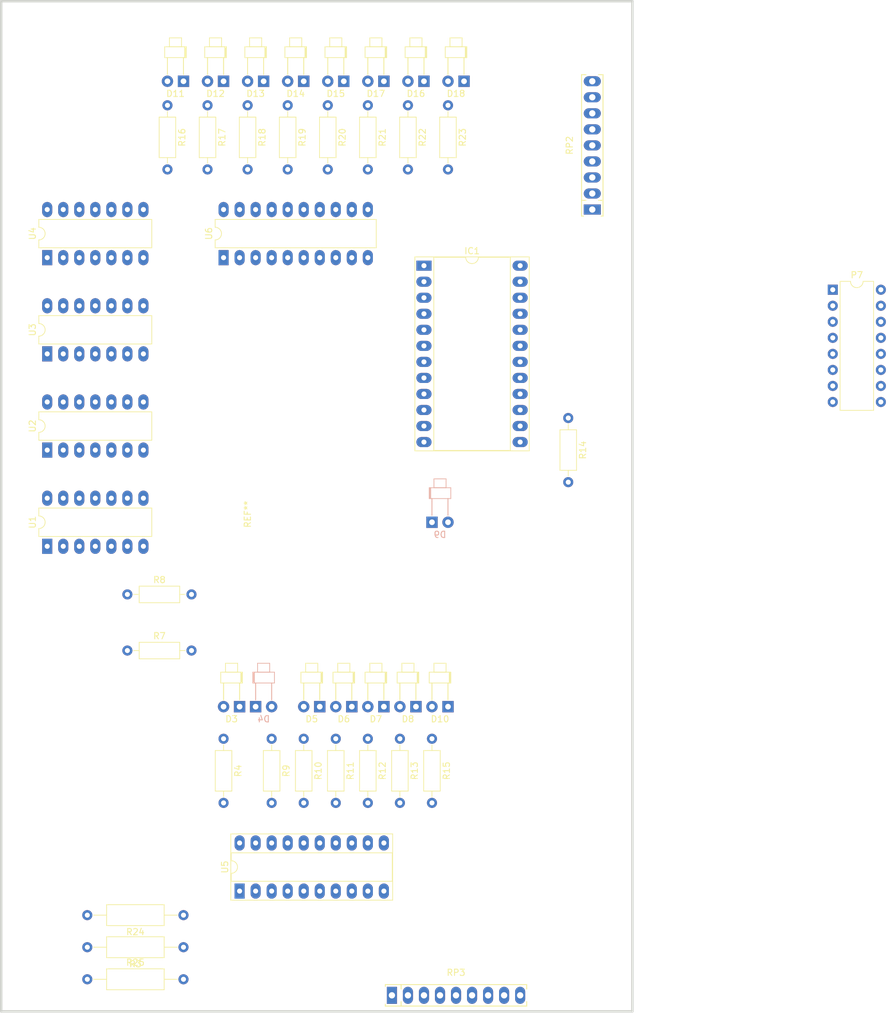
<source format=kicad_pcb>
(kicad_pcb (version 4) (host pcbnew 4.0.4+e1-6308~48~ubuntu16.04.1-stable)

  (general
    (links 130)
    (no_connects 130)
    (area 0 0 0 0)
    (thickness 1.6)
    (drawings 0)
    (tracks 0)
    (zones 0)
    (modules 48)
    (nets 77)
  )

  (page A4)
  (layers
    (0 F.Cu signal)
    (31 B.Cu signal)
    (32 B.Adhes user)
    (33 F.Adhes user)
    (34 B.Paste user)
    (35 F.Paste user)
    (36 B.SilkS user)
    (37 F.SilkS user)
    (38 B.Mask user)
    (39 F.Mask user)
    (40 Dwgs.User user)
    (41 Cmts.User user)
    (42 Eco1.User user)
    (43 Eco2.User user)
    (44 Edge.Cuts user)
    (45 Margin user)
    (46 B.CrtYd user)
    (47 F.CrtYd user)
    (48 B.Fab user)
    (49 F.Fab user)
  )

  (setup
    (last_trace_width 0.25)
    (trace_clearance 0.2)
    (zone_clearance 0.508)
    (zone_45_only no)
    (trace_min 0.2)
    (segment_width 0.2)
    (edge_width 0.15)
    (via_size 0.6)
    (via_drill 0.4)
    (via_min_size 0.4)
    (via_min_drill 0.3)
    (uvia_size 0.3)
    (uvia_drill 0.1)
    (uvias_allowed no)
    (uvia_min_size 0.2)
    (uvia_min_drill 0.1)
    (pcb_text_width 0.3)
    (pcb_text_size 1.5 1.5)
    (mod_edge_width 0.15)
    (mod_text_size 1 1)
    (mod_text_width 0.15)
    (pad_size 1.524 1.524)
    (pad_drill 0.762)
    (pad_to_mask_clearance 0.2)
    (aux_axis_origin 0 0)
    (visible_elements FFFFFF7F)
    (pcbplotparams
      (layerselection 0x00030_80000001)
      (usegerberextensions false)
      (excludeedgelayer true)
      (linewidth 0.100000)
      (plotframeref false)
      (viasonmask false)
      (mode 1)
      (useauxorigin false)
      (hpglpennumber 1)
      (hpglpenspeed 20)
      (hpglpendiameter 15)
      (hpglpenoverlay 2)
      (psnegative false)
      (psa4output false)
      (plotreference true)
      (plotvalue true)
      (plotinvisibletext false)
      (padsonsilk false)
      (subtractmaskfromsilk false)
      (outputformat 1)
      (mirror false)
      (drillshape 1)
      (scaleselection 1)
      (outputdirectory ""))
  )

  (net 0 "")
  (net 1 GND)
  (net 2 "Net-(D3-Pad2)")
  (net 3 "Net-(D4-Pad2)")
  (net 4 "Net-(D5-Pad2)")
  (net 5 "Net-(D6-Pad2)")
  (net 6 "Net-(D7-Pad2)")
  (net 7 "Net-(D8-Pad2)")
  (net 8 "Net-(D9-Pad2)")
  (net 9 "Net-(D10-Pad2)")
  (net 10 "Net-(D11-Pad2)")
  (net 11 "Net-(D12-Pad2)")
  (net 12 "Net-(D13-Pad2)")
  (net 13 "Net-(D14-Pad2)")
  (net 14 "Net-(D15-Pad2)")
  (net 15 "Net-(D16-Pad2)")
  (net 16 "Net-(D17-Pad2)")
  (net 17 "Net-(D18-Pad2)")
  (net 18 /A7)
  (net 19 /D3)
  (net 20 /A6)
  (net 21 /D4)
  (net 22 /A5)
  (net 23 /D5)
  (net 24 /A4)
  (net 25 /D6)
  (net 26 /A3)
  (net 27 /D7)
  (net 28 /A2)
  (net 29 "Net-(IC1-Pad18)")
  (net 30 /A1)
  (net 31 /A10)
  (net 32 /A0)
  (net 33 /D0)
  (net 34 "Net-(IC1-Pad21)")
  (net 35 /D1)
  (net 36 /A9)
  (net 37 /D2)
  (net 38 /A8)
  (net 39 VCC)
  (net 40 "Net-(P7-Pad1)")
  (net 41 /_auto)
  (net 42 "Net-(R4-Pad2)")
  (net 43 "Net-(R7-Pad1)")
  (net 44 "Net-(D1-Pad1)")
  (net 45 "Net-(R8-Pad1)")
  (net 46 "Net-(D2-Pad1)")
  (net 47 "Net-(R9-Pad2)")
  (net 48 "Net-(R10-Pad2)")
  (net 49 "Net-(R11-Pad2)")
  (net 50 "Net-(R12-Pad2)")
  (net 51 "Net-(R13-Pad2)")
  (net 52 "Net-(R14-Pad2)")
  (net 53 "Net-(R15-Pad2)")
  (net 54 "Net-(R16-Pad2)")
  (net 55 "Net-(R17-Pad2)")
  (net 56 "Net-(R18-Pad2)")
  (net 57 "Net-(R19-Pad2)")
  (net 58 "Net-(R20-Pad2)")
  (net 59 "Net-(R21-Pad2)")
  (net 60 "Net-(R22-Pad2)")
  (net 61 "Net-(R23-Pad2)")
  (net 62 "Net-(P6-Pad1)")
  (net 63 "Net-(R1-Pad2)")
  (net 64 "Net-(U1-Pad4)")
  (net 65 "Net-(U1-Pad6)")
  (net 66 "Net-(U1-Pad3)")
  (net 67 "Net-(U1-Pad10)")
  (net 68 "Net-(U1-Pad11)")
  (net 69 "Net-(U1-Pad5)")
  (net 70 "Net-(R2-Pad1)")
  (net 71 "Net-(U2-Pad6)")
  (net 72 "Net-(U2-Pad12)")
  (net 73 "Net-(U3-Pad3)")
  (net 74 "Net-(R5-Pad2)")
  (net 75 "Net-(R6-Pad1)")
  (net 76 "Net-(C1-Pad2)")

  (net_class Default "This is the default net class."
    (clearance 0.2)
    (trace_width 0.25)
    (via_dia 0.6)
    (via_drill 0.4)
    (uvia_dia 0.3)
    (uvia_drill 0.1)
    (add_net /A0)
    (add_net /A1)
    (add_net /A10)
    (add_net /A2)
    (add_net /A3)
    (add_net /A4)
    (add_net /A5)
    (add_net /A6)
    (add_net /A7)
    (add_net /A8)
    (add_net /A9)
    (add_net /D0)
    (add_net /D1)
    (add_net /D2)
    (add_net /D3)
    (add_net /D4)
    (add_net /D5)
    (add_net /D6)
    (add_net /D7)
    (add_net /_auto)
    (add_net GND)
    (add_net "Net-(C1-Pad2)")
    (add_net "Net-(D1-Pad1)")
    (add_net "Net-(D10-Pad2)")
    (add_net "Net-(D11-Pad2)")
    (add_net "Net-(D12-Pad2)")
    (add_net "Net-(D13-Pad2)")
    (add_net "Net-(D14-Pad2)")
    (add_net "Net-(D15-Pad2)")
    (add_net "Net-(D16-Pad2)")
    (add_net "Net-(D17-Pad2)")
    (add_net "Net-(D18-Pad2)")
    (add_net "Net-(D2-Pad1)")
    (add_net "Net-(D3-Pad2)")
    (add_net "Net-(D4-Pad2)")
    (add_net "Net-(D5-Pad2)")
    (add_net "Net-(D6-Pad2)")
    (add_net "Net-(D7-Pad2)")
    (add_net "Net-(D8-Pad2)")
    (add_net "Net-(D9-Pad2)")
    (add_net "Net-(IC1-Pad18)")
    (add_net "Net-(IC1-Pad21)")
    (add_net "Net-(P6-Pad1)")
    (add_net "Net-(P7-Pad1)")
    (add_net "Net-(R1-Pad2)")
    (add_net "Net-(R10-Pad2)")
    (add_net "Net-(R11-Pad2)")
    (add_net "Net-(R12-Pad2)")
    (add_net "Net-(R13-Pad2)")
    (add_net "Net-(R14-Pad2)")
    (add_net "Net-(R15-Pad2)")
    (add_net "Net-(R16-Pad2)")
    (add_net "Net-(R17-Pad2)")
    (add_net "Net-(R18-Pad2)")
    (add_net "Net-(R19-Pad2)")
    (add_net "Net-(R2-Pad1)")
    (add_net "Net-(R20-Pad2)")
    (add_net "Net-(R21-Pad2)")
    (add_net "Net-(R22-Pad2)")
    (add_net "Net-(R23-Pad2)")
    (add_net "Net-(R4-Pad2)")
    (add_net "Net-(R5-Pad2)")
    (add_net "Net-(R6-Pad1)")
    (add_net "Net-(R7-Pad1)")
    (add_net "Net-(R8-Pad1)")
    (add_net "Net-(R9-Pad2)")
    (add_net "Net-(U1-Pad10)")
    (add_net "Net-(U1-Pad11)")
    (add_net "Net-(U1-Pad3)")
    (add_net "Net-(U1-Pad4)")
    (add_net "Net-(U1-Pad5)")
    (add_net "Net-(U1-Pad6)")
    (add_net "Net-(U2-Pad12)")
    (add_net "Net-(U2-Pad6)")
    (add_net "Net-(U3-Pad3)")
    (add_net VCC)
  )

  (module LEDs:LED_D1.8mm_W1.8mm_H2.4mm_Horizontal_O3.81mm_Z8.2mm (layer F.Cu) (tedit 5880A863) (tstamp 5A158291)
    (at 54.61 125.73 180)
    (descr "LED, ,  diameter 1.8mm size 1.8x2.4mm^2 z-position of LED center 1.6mm, 2 pins,  diameter 1.8mm size 1.8x2.4mm^2 z-position of LED center 1.6mm, 2 pins,  diameter 1.8mm size 1.8x2.4mm^2 z-position of LED center 1.6mm, 2 pins,  diameter 1.8mm size 1.8x2.4mm^2 z-position of LED center 4.9mm, 2 pins,  diameter 1.8mm size 1.8x2.4mm^2 z-position of LED center 4.9mm, 2 pins,  diameter 1.8mm size 1.8x2.4mm^2 z-position of LED center 4.9mm, 2 pins,  diameter 1.8mm size 1.8x2.4mm^2 z-position of LED center 8.2mm, 2 pins,  diameter 1.8mm size 1.8x2.4mm^2 z-position of LED center 8.2mm, 2 pins")
    (tags "LED   diameter 1.8mm size 1.8x2.4mm^2 z-position of LED center 1.6mm 2 pins  diameter 1.8mm size 1.8x2.4mm^2 z-position of LED center 1.6mm 2 pins  diameter 1.8mm size 1.8x2.4mm^2 z-position of LED center 1.6mm 2 pins  diameter 1.8mm size 1.8x2.4mm^2 z-position of LED center 4.9mm 2 pins  diameter 1.8mm size 1.8x2.4mm^2 z-position of LED center 4.9mm 2 pins  diameter 1.8mm size 1.8x2.4mm^2 z-position of LED center 4.9mm 2 pins  diameter 1.8mm size 1.8x2.4mm^2 z-position of LED center 8.2mm 2 pins  diameter 1.8mm size 1.8x2.4mm^2 z-position of LED center 8.2mm 2 pins")
    (path /57D5B88B)
    (fp_text reference D3 (at 1.27 -1.96 180) (layer F.SilkS)
      (effects (font (size 1 1) (thickness 0.15)))
    )
    (fp_text value LED (at 1.27 7.87 180) (layer F.Fab)
      (effects (font (size 1 1) (thickness 0.15)))
    )
    (fp_line (start -0.38 3.81) (end -0.38 5.41) (layer F.Fab) (width 0.1))
    (fp_line (start -0.38 5.41) (end 2.92 5.41) (layer F.Fab) (width 0.1))
    (fp_line (start 2.92 5.41) (end 2.92 3.81) (layer F.Fab) (width 0.1))
    (fp_line (start 2.92 3.81) (end -0.38 3.81) (layer F.Fab) (width 0.1))
    (fp_line (start 0.37 5.41) (end 0.37 6.81) (layer F.Fab) (width 0.1))
    (fp_line (start 0.37 6.81) (end 2.17 6.81) (layer F.Fab) (width 0.1))
    (fp_line (start 2.17 6.81) (end 2.17 5.41) (layer F.Fab) (width 0.1))
    (fp_line (start 2.17 5.41) (end 0.37 5.41) (layer F.Fab) (width 0.1))
    (fp_line (start 0 0) (end 0 3.81) (layer F.Fab) (width 0.1))
    (fp_line (start 0 3.81) (end 0 3.81) (layer F.Fab) (width 0.1))
    (fp_line (start 0 3.81) (end 0 0) (layer F.Fab) (width 0.1))
    (fp_line (start 0 0) (end 0 0) (layer F.Fab) (width 0.1))
    (fp_line (start 2.54 0) (end 2.54 3.81) (layer F.Fab) (width 0.1))
    (fp_line (start 2.54 3.81) (end 2.54 3.81) (layer F.Fab) (width 0.1))
    (fp_line (start 2.54 3.81) (end 2.54 0) (layer F.Fab) (width 0.1))
    (fp_line (start 2.54 0) (end 2.54 0) (layer F.Fab) (width 0.1))
    (fp_line (start -0.44 3.75) (end -0.44 5.47) (layer F.SilkS) (width 0.12))
    (fp_line (start -0.44 5.47) (end 2.98 5.47) (layer F.SilkS) (width 0.12))
    (fp_line (start 2.98 5.47) (end 2.98 3.75) (layer F.SilkS) (width 0.12))
    (fp_line (start 2.98 3.75) (end -0.44 3.75) (layer F.SilkS) (width 0.12))
    (fp_line (start -0.32 3.75) (end -0.32 5.47) (layer F.SilkS) (width 0.12))
    (fp_line (start -0.2 3.75) (end -0.2 5.47) (layer F.SilkS) (width 0.12))
    (fp_line (start 0.31 5.47) (end 0.31 6.87) (layer F.SilkS) (width 0.12))
    (fp_line (start 0.31 6.87) (end 2.23 6.87) (layer F.SilkS) (width 0.12))
    (fp_line (start 2.23 6.87) (end 2.23 5.47) (layer F.SilkS) (width 0.12))
    (fp_line (start 2.23 5.47) (end 0.31 5.47) (layer F.SilkS) (width 0.12))
    (fp_line (start 0 1.08) (end 0 3.75) (layer F.SilkS) (width 0.12))
    (fp_line (start 0 3.75) (end 0 3.75) (layer F.SilkS) (width 0.12))
    (fp_line (start 0 3.75) (end 0 1.08) (layer F.SilkS) (width 0.12))
    (fp_line (start 0 1.08) (end 0 1.08) (layer F.SilkS) (width 0.12))
    (fp_line (start 2.54 1.08) (end 2.54 3.75) (layer F.SilkS) (width 0.12))
    (fp_line (start 2.54 3.75) (end 2.54 3.75) (layer F.SilkS) (width 0.12))
    (fp_line (start 2.54 3.75) (end 2.54 1.08) (layer F.SilkS) (width 0.12))
    (fp_line (start 2.54 1.08) (end 2.54 1.08) (layer F.SilkS) (width 0.12))
    (fp_line (start -1.25 -1.25) (end -1.25 7.15) (layer F.CrtYd) (width 0.05))
    (fp_line (start -1.25 7.15) (end 3.75 7.15) (layer F.CrtYd) (width 0.05))
    (fp_line (start 3.75 7.15) (end 3.75 -1.25) (layer F.CrtYd) (width 0.05))
    (fp_line (start 3.75 -1.25) (end -1.25 -1.25) (layer F.CrtYd) (width 0.05))
    (pad 1 thru_hole rect (at 0 0 180) (size 1.8 1.8) (drill 0.9) (layers *.Cu *.Mask)
      (net 1 GND))
    (pad 2 thru_hole circle (at 2.54 0 180) (size 1.8 1.8) (drill 0.9) (layers *.Cu *.Mask)
      (net 2 "Net-(D3-Pad2)"))
    (model ${KISYS3DMOD}/LEDs.3dshapes/LED_D1.8mm_W1.8mm_H2.4mm_Horizontal_O3.81mm_Z8.2mm.wrl
      (at (xyz 0 0 0))
      (scale (xyz 0.393701 0.393701 0.393701))
      (rotate (xyz 0 0 0))
    )
  )

  (module LEDs:LED_D1.8mm_W1.8mm_H2.4mm_Horizontal_O3.81mm_Z8.2mm (layer B.Cu) (tedit 5880A863) (tstamp 5A1582BD)
    (at 57.15 125.73)
    (descr "LED, ,  diameter 1.8mm size 1.8x2.4mm^2 z-position of LED center 1.6mm, 2 pins,  diameter 1.8mm size 1.8x2.4mm^2 z-position of LED center 1.6mm, 2 pins,  diameter 1.8mm size 1.8x2.4mm^2 z-position of LED center 1.6mm, 2 pins,  diameter 1.8mm size 1.8x2.4mm^2 z-position of LED center 4.9mm, 2 pins,  diameter 1.8mm size 1.8x2.4mm^2 z-position of LED center 4.9mm, 2 pins,  diameter 1.8mm size 1.8x2.4mm^2 z-position of LED center 4.9mm, 2 pins,  diameter 1.8mm size 1.8x2.4mm^2 z-position of LED center 8.2mm, 2 pins,  diameter 1.8mm size 1.8x2.4mm^2 z-position of LED center 8.2mm, 2 pins")
    (tags "LED   diameter 1.8mm size 1.8x2.4mm^2 z-position of LED center 1.6mm 2 pins  diameter 1.8mm size 1.8x2.4mm^2 z-position of LED center 1.6mm 2 pins  diameter 1.8mm size 1.8x2.4mm^2 z-position of LED center 1.6mm 2 pins  diameter 1.8mm size 1.8x2.4mm^2 z-position of LED center 4.9mm 2 pins  diameter 1.8mm size 1.8x2.4mm^2 z-position of LED center 4.9mm 2 pins  diameter 1.8mm size 1.8x2.4mm^2 z-position of LED center 4.9mm 2 pins  diameter 1.8mm size 1.8x2.4mm^2 z-position of LED center 8.2mm 2 pins  diameter 1.8mm size 1.8x2.4mm^2 z-position of LED center 8.2mm 2 pins")
    (path /57D5B898)
    (fp_text reference D4 (at 1.27 1.96) (layer B.SilkS)
      (effects (font (size 1 1) (thickness 0.15)) (justify mirror))
    )
    (fp_text value LED (at 1.27 -7.87) (layer B.Fab)
      (effects (font (size 1 1) (thickness 0.15)) (justify mirror))
    )
    (fp_line (start -0.38 -3.81) (end -0.38 -5.41) (layer B.Fab) (width 0.1))
    (fp_line (start -0.38 -5.41) (end 2.92 -5.41) (layer B.Fab) (width 0.1))
    (fp_line (start 2.92 -5.41) (end 2.92 -3.81) (layer B.Fab) (width 0.1))
    (fp_line (start 2.92 -3.81) (end -0.38 -3.81) (layer B.Fab) (width 0.1))
    (fp_line (start 0.37 -5.41) (end 0.37 -6.81) (layer B.Fab) (width 0.1))
    (fp_line (start 0.37 -6.81) (end 2.17 -6.81) (layer B.Fab) (width 0.1))
    (fp_line (start 2.17 -6.81) (end 2.17 -5.41) (layer B.Fab) (width 0.1))
    (fp_line (start 2.17 -5.41) (end 0.37 -5.41) (layer B.Fab) (width 0.1))
    (fp_line (start 0 0) (end 0 -3.81) (layer B.Fab) (width 0.1))
    (fp_line (start 0 -3.81) (end 0 -3.81) (layer B.Fab) (width 0.1))
    (fp_line (start 0 -3.81) (end 0 0) (layer B.Fab) (width 0.1))
    (fp_line (start 0 0) (end 0 0) (layer B.Fab) (width 0.1))
    (fp_line (start 2.54 0) (end 2.54 -3.81) (layer B.Fab) (width 0.1))
    (fp_line (start 2.54 -3.81) (end 2.54 -3.81) (layer B.Fab) (width 0.1))
    (fp_line (start 2.54 -3.81) (end 2.54 0) (layer B.Fab) (width 0.1))
    (fp_line (start 2.54 0) (end 2.54 0) (layer B.Fab) (width 0.1))
    (fp_line (start -0.44 -3.75) (end -0.44 -5.47) (layer B.SilkS) (width 0.12))
    (fp_line (start -0.44 -5.47) (end 2.98 -5.47) (layer B.SilkS) (width 0.12))
    (fp_line (start 2.98 -5.47) (end 2.98 -3.75) (layer B.SilkS) (width 0.12))
    (fp_line (start 2.98 -3.75) (end -0.44 -3.75) (layer B.SilkS) (width 0.12))
    (fp_line (start -0.32 -3.75) (end -0.32 -5.47) (layer B.SilkS) (width 0.12))
    (fp_line (start -0.2 -3.75) (end -0.2 -5.47) (layer B.SilkS) (width 0.12))
    (fp_line (start 0.31 -5.47) (end 0.31 -6.87) (layer B.SilkS) (width 0.12))
    (fp_line (start 0.31 -6.87) (end 2.23 -6.87) (layer B.SilkS) (width 0.12))
    (fp_line (start 2.23 -6.87) (end 2.23 -5.47) (layer B.SilkS) (width 0.12))
    (fp_line (start 2.23 -5.47) (end 0.31 -5.47) (layer B.SilkS) (width 0.12))
    (fp_line (start 0 -1.08) (end 0 -3.75) (layer B.SilkS) (width 0.12))
    (fp_line (start 0 -3.75) (end 0 -3.75) (layer B.SilkS) (width 0.12))
    (fp_line (start 0 -3.75) (end 0 -1.08) (layer B.SilkS) (width 0.12))
    (fp_line (start 0 -1.08) (end 0 -1.08) (layer B.SilkS) (width 0.12))
    (fp_line (start 2.54 -1.08) (end 2.54 -3.75) (layer B.SilkS) (width 0.12))
    (fp_line (start 2.54 -3.75) (end 2.54 -3.75) (layer B.SilkS) (width 0.12))
    (fp_line (start 2.54 -3.75) (end 2.54 -1.08) (layer B.SilkS) (width 0.12))
    (fp_line (start 2.54 -1.08) (end 2.54 -1.08) (layer B.SilkS) (width 0.12))
    (fp_line (start -1.25 1.25) (end -1.25 -7.15) (layer B.CrtYd) (width 0.05))
    (fp_line (start -1.25 -7.15) (end 3.75 -7.15) (layer B.CrtYd) (width 0.05))
    (fp_line (start 3.75 -7.15) (end 3.75 1.25) (layer B.CrtYd) (width 0.05))
    (fp_line (start 3.75 1.25) (end -1.25 1.25) (layer B.CrtYd) (width 0.05))
    (pad 1 thru_hole rect (at 0 0) (size 1.8 1.8) (drill 0.9) (layers *.Cu *.Mask)
      (net 1 GND))
    (pad 2 thru_hole circle (at 2.54 0) (size 1.8 1.8) (drill 0.9) (layers *.Cu *.Mask)
      (net 3 "Net-(D4-Pad2)"))
    (model ${KISYS3DMOD}/LEDs.3dshapes/LED_D1.8mm_W1.8mm_H2.4mm_Horizontal_O3.81mm_Z8.2mm.wrl
      (at (xyz 0 0 0))
      (scale (xyz 0.393701 0.393701 0.393701))
      (rotate (xyz 0 0 0))
    )
  )

  (module LEDs:LED_D1.8mm_W1.8mm_H2.4mm_Horizontal_O3.81mm_Z8.2mm (layer F.Cu) (tedit 5880A863) (tstamp 5A1582E9)
    (at 67.31 125.73 180)
    (descr "LED, ,  diameter 1.8mm size 1.8x2.4mm^2 z-position of LED center 1.6mm, 2 pins,  diameter 1.8mm size 1.8x2.4mm^2 z-position of LED center 1.6mm, 2 pins,  diameter 1.8mm size 1.8x2.4mm^2 z-position of LED center 1.6mm, 2 pins,  diameter 1.8mm size 1.8x2.4mm^2 z-position of LED center 4.9mm, 2 pins,  diameter 1.8mm size 1.8x2.4mm^2 z-position of LED center 4.9mm, 2 pins,  diameter 1.8mm size 1.8x2.4mm^2 z-position of LED center 4.9mm, 2 pins,  diameter 1.8mm size 1.8x2.4mm^2 z-position of LED center 8.2mm, 2 pins,  diameter 1.8mm size 1.8x2.4mm^2 z-position of LED center 8.2mm, 2 pins")
    (tags "LED   diameter 1.8mm size 1.8x2.4mm^2 z-position of LED center 1.6mm 2 pins  diameter 1.8mm size 1.8x2.4mm^2 z-position of LED center 1.6mm 2 pins  diameter 1.8mm size 1.8x2.4mm^2 z-position of LED center 1.6mm 2 pins  diameter 1.8mm size 1.8x2.4mm^2 z-position of LED center 4.9mm 2 pins  diameter 1.8mm size 1.8x2.4mm^2 z-position of LED center 4.9mm 2 pins  diameter 1.8mm size 1.8x2.4mm^2 z-position of LED center 4.9mm 2 pins  diameter 1.8mm size 1.8x2.4mm^2 z-position of LED center 8.2mm 2 pins  diameter 1.8mm size 1.8x2.4mm^2 z-position of LED center 8.2mm 2 pins")
    (path /57D5B89E)
    (fp_text reference D5 (at 1.27 -1.96 180) (layer F.SilkS)
      (effects (font (size 1 1) (thickness 0.15)))
    )
    (fp_text value LED (at 1.27 7.87 180) (layer F.Fab)
      (effects (font (size 1 1) (thickness 0.15)))
    )
    (fp_line (start -0.38 3.81) (end -0.38 5.41) (layer F.Fab) (width 0.1))
    (fp_line (start -0.38 5.41) (end 2.92 5.41) (layer F.Fab) (width 0.1))
    (fp_line (start 2.92 5.41) (end 2.92 3.81) (layer F.Fab) (width 0.1))
    (fp_line (start 2.92 3.81) (end -0.38 3.81) (layer F.Fab) (width 0.1))
    (fp_line (start 0.37 5.41) (end 0.37 6.81) (layer F.Fab) (width 0.1))
    (fp_line (start 0.37 6.81) (end 2.17 6.81) (layer F.Fab) (width 0.1))
    (fp_line (start 2.17 6.81) (end 2.17 5.41) (layer F.Fab) (width 0.1))
    (fp_line (start 2.17 5.41) (end 0.37 5.41) (layer F.Fab) (width 0.1))
    (fp_line (start 0 0) (end 0 3.81) (layer F.Fab) (width 0.1))
    (fp_line (start 0 3.81) (end 0 3.81) (layer F.Fab) (width 0.1))
    (fp_line (start 0 3.81) (end 0 0) (layer F.Fab) (width 0.1))
    (fp_line (start 0 0) (end 0 0) (layer F.Fab) (width 0.1))
    (fp_line (start 2.54 0) (end 2.54 3.81) (layer F.Fab) (width 0.1))
    (fp_line (start 2.54 3.81) (end 2.54 3.81) (layer F.Fab) (width 0.1))
    (fp_line (start 2.54 3.81) (end 2.54 0) (layer F.Fab) (width 0.1))
    (fp_line (start 2.54 0) (end 2.54 0) (layer F.Fab) (width 0.1))
    (fp_line (start -0.44 3.75) (end -0.44 5.47) (layer F.SilkS) (width 0.12))
    (fp_line (start -0.44 5.47) (end 2.98 5.47) (layer F.SilkS) (width 0.12))
    (fp_line (start 2.98 5.47) (end 2.98 3.75) (layer F.SilkS) (width 0.12))
    (fp_line (start 2.98 3.75) (end -0.44 3.75) (layer F.SilkS) (width 0.12))
    (fp_line (start -0.32 3.75) (end -0.32 5.47) (layer F.SilkS) (width 0.12))
    (fp_line (start -0.2 3.75) (end -0.2 5.47) (layer F.SilkS) (width 0.12))
    (fp_line (start 0.31 5.47) (end 0.31 6.87) (layer F.SilkS) (width 0.12))
    (fp_line (start 0.31 6.87) (end 2.23 6.87) (layer F.SilkS) (width 0.12))
    (fp_line (start 2.23 6.87) (end 2.23 5.47) (layer F.SilkS) (width 0.12))
    (fp_line (start 2.23 5.47) (end 0.31 5.47) (layer F.SilkS) (width 0.12))
    (fp_line (start 0 1.08) (end 0 3.75) (layer F.SilkS) (width 0.12))
    (fp_line (start 0 3.75) (end 0 3.75) (layer F.SilkS) (width 0.12))
    (fp_line (start 0 3.75) (end 0 1.08) (layer F.SilkS) (width 0.12))
    (fp_line (start 0 1.08) (end 0 1.08) (layer F.SilkS) (width 0.12))
    (fp_line (start 2.54 1.08) (end 2.54 3.75) (layer F.SilkS) (width 0.12))
    (fp_line (start 2.54 3.75) (end 2.54 3.75) (layer F.SilkS) (width 0.12))
    (fp_line (start 2.54 3.75) (end 2.54 1.08) (layer F.SilkS) (width 0.12))
    (fp_line (start 2.54 1.08) (end 2.54 1.08) (layer F.SilkS) (width 0.12))
    (fp_line (start -1.25 -1.25) (end -1.25 7.15) (layer F.CrtYd) (width 0.05))
    (fp_line (start -1.25 7.15) (end 3.75 7.15) (layer F.CrtYd) (width 0.05))
    (fp_line (start 3.75 7.15) (end 3.75 -1.25) (layer F.CrtYd) (width 0.05))
    (fp_line (start 3.75 -1.25) (end -1.25 -1.25) (layer F.CrtYd) (width 0.05))
    (pad 1 thru_hole rect (at 0 0 180) (size 1.8 1.8) (drill 0.9) (layers *.Cu *.Mask)
      (net 1 GND))
    (pad 2 thru_hole circle (at 2.54 0 180) (size 1.8 1.8) (drill 0.9) (layers *.Cu *.Mask)
      (net 4 "Net-(D5-Pad2)"))
    (model ${KISYS3DMOD}/LEDs.3dshapes/LED_D1.8mm_W1.8mm_H2.4mm_Horizontal_O3.81mm_Z8.2mm.wrl
      (at (xyz 0 0 0))
      (scale (xyz 0.393701 0.393701 0.393701))
      (rotate (xyz 0 0 0))
    )
  )

  (module LEDs:LED_D1.8mm_W1.8mm_H2.4mm_Horizontal_O3.81mm_Z8.2mm (layer F.Cu) (tedit 5880A863) (tstamp 5A158315)
    (at 72.39 125.73 180)
    (descr "LED, ,  diameter 1.8mm size 1.8x2.4mm^2 z-position of LED center 1.6mm, 2 pins,  diameter 1.8mm size 1.8x2.4mm^2 z-position of LED center 1.6mm, 2 pins,  diameter 1.8mm size 1.8x2.4mm^2 z-position of LED center 1.6mm, 2 pins,  diameter 1.8mm size 1.8x2.4mm^2 z-position of LED center 4.9mm, 2 pins,  diameter 1.8mm size 1.8x2.4mm^2 z-position of LED center 4.9mm, 2 pins,  diameter 1.8mm size 1.8x2.4mm^2 z-position of LED center 4.9mm, 2 pins,  diameter 1.8mm size 1.8x2.4mm^2 z-position of LED center 8.2mm, 2 pins,  diameter 1.8mm size 1.8x2.4mm^2 z-position of LED center 8.2mm, 2 pins")
    (tags "LED   diameter 1.8mm size 1.8x2.4mm^2 z-position of LED center 1.6mm 2 pins  diameter 1.8mm size 1.8x2.4mm^2 z-position of LED center 1.6mm 2 pins  diameter 1.8mm size 1.8x2.4mm^2 z-position of LED center 1.6mm 2 pins  diameter 1.8mm size 1.8x2.4mm^2 z-position of LED center 4.9mm 2 pins  diameter 1.8mm size 1.8x2.4mm^2 z-position of LED center 4.9mm 2 pins  diameter 1.8mm size 1.8x2.4mm^2 z-position of LED center 4.9mm 2 pins  diameter 1.8mm size 1.8x2.4mm^2 z-position of LED center 8.2mm 2 pins  diameter 1.8mm size 1.8x2.4mm^2 z-position of LED center 8.2mm 2 pins")
    (path /57D5B8A4)
    (fp_text reference D6 (at 1.27 -1.96 180) (layer F.SilkS)
      (effects (font (size 1 1) (thickness 0.15)))
    )
    (fp_text value LED (at 1.27 7.87 180) (layer F.Fab)
      (effects (font (size 1 1) (thickness 0.15)))
    )
    (fp_line (start -0.38 3.81) (end -0.38 5.41) (layer F.Fab) (width 0.1))
    (fp_line (start -0.38 5.41) (end 2.92 5.41) (layer F.Fab) (width 0.1))
    (fp_line (start 2.92 5.41) (end 2.92 3.81) (layer F.Fab) (width 0.1))
    (fp_line (start 2.92 3.81) (end -0.38 3.81) (layer F.Fab) (width 0.1))
    (fp_line (start 0.37 5.41) (end 0.37 6.81) (layer F.Fab) (width 0.1))
    (fp_line (start 0.37 6.81) (end 2.17 6.81) (layer F.Fab) (width 0.1))
    (fp_line (start 2.17 6.81) (end 2.17 5.41) (layer F.Fab) (width 0.1))
    (fp_line (start 2.17 5.41) (end 0.37 5.41) (layer F.Fab) (width 0.1))
    (fp_line (start 0 0) (end 0 3.81) (layer F.Fab) (width 0.1))
    (fp_line (start 0 3.81) (end 0 3.81) (layer F.Fab) (width 0.1))
    (fp_line (start 0 3.81) (end 0 0) (layer F.Fab) (width 0.1))
    (fp_line (start 0 0) (end 0 0) (layer F.Fab) (width 0.1))
    (fp_line (start 2.54 0) (end 2.54 3.81) (layer F.Fab) (width 0.1))
    (fp_line (start 2.54 3.81) (end 2.54 3.81) (layer F.Fab) (width 0.1))
    (fp_line (start 2.54 3.81) (end 2.54 0) (layer F.Fab) (width 0.1))
    (fp_line (start 2.54 0) (end 2.54 0) (layer F.Fab) (width 0.1))
    (fp_line (start -0.44 3.75) (end -0.44 5.47) (layer F.SilkS) (width 0.12))
    (fp_line (start -0.44 5.47) (end 2.98 5.47) (layer F.SilkS) (width 0.12))
    (fp_line (start 2.98 5.47) (end 2.98 3.75) (layer F.SilkS) (width 0.12))
    (fp_line (start 2.98 3.75) (end -0.44 3.75) (layer F.SilkS) (width 0.12))
    (fp_line (start -0.32 3.75) (end -0.32 5.47) (layer F.SilkS) (width 0.12))
    (fp_line (start -0.2 3.75) (end -0.2 5.47) (layer F.SilkS) (width 0.12))
    (fp_line (start 0.31 5.47) (end 0.31 6.87) (layer F.SilkS) (width 0.12))
    (fp_line (start 0.31 6.87) (end 2.23 6.87) (layer F.SilkS) (width 0.12))
    (fp_line (start 2.23 6.87) (end 2.23 5.47) (layer F.SilkS) (width 0.12))
    (fp_line (start 2.23 5.47) (end 0.31 5.47) (layer F.SilkS) (width 0.12))
    (fp_line (start 0 1.08) (end 0 3.75) (layer F.SilkS) (width 0.12))
    (fp_line (start 0 3.75) (end 0 3.75) (layer F.SilkS) (width 0.12))
    (fp_line (start 0 3.75) (end 0 1.08) (layer F.SilkS) (width 0.12))
    (fp_line (start 0 1.08) (end 0 1.08) (layer F.SilkS) (width 0.12))
    (fp_line (start 2.54 1.08) (end 2.54 3.75) (layer F.SilkS) (width 0.12))
    (fp_line (start 2.54 3.75) (end 2.54 3.75) (layer F.SilkS) (width 0.12))
    (fp_line (start 2.54 3.75) (end 2.54 1.08) (layer F.SilkS) (width 0.12))
    (fp_line (start 2.54 1.08) (end 2.54 1.08) (layer F.SilkS) (width 0.12))
    (fp_line (start -1.25 -1.25) (end -1.25 7.15) (layer F.CrtYd) (width 0.05))
    (fp_line (start -1.25 7.15) (end 3.75 7.15) (layer F.CrtYd) (width 0.05))
    (fp_line (start 3.75 7.15) (end 3.75 -1.25) (layer F.CrtYd) (width 0.05))
    (fp_line (start 3.75 -1.25) (end -1.25 -1.25) (layer F.CrtYd) (width 0.05))
    (pad 1 thru_hole rect (at 0 0 180) (size 1.8 1.8) (drill 0.9) (layers *.Cu *.Mask)
      (net 1 GND))
    (pad 2 thru_hole circle (at 2.54 0 180) (size 1.8 1.8) (drill 0.9) (layers *.Cu *.Mask)
      (net 5 "Net-(D6-Pad2)"))
    (model ${KISYS3DMOD}/LEDs.3dshapes/LED_D1.8mm_W1.8mm_H2.4mm_Horizontal_O3.81mm_Z8.2mm.wrl
      (at (xyz 0 0 0))
      (scale (xyz 0.393701 0.393701 0.393701))
      (rotate (xyz 0 0 0))
    )
  )

  (module LEDs:LED_D1.8mm_W1.8mm_H2.4mm_Horizontal_O3.81mm_Z8.2mm (layer F.Cu) (tedit 5880A863) (tstamp 5A158341)
    (at 77.47 125.73 180)
    (descr "LED, ,  diameter 1.8mm size 1.8x2.4mm^2 z-position of LED center 1.6mm, 2 pins,  diameter 1.8mm size 1.8x2.4mm^2 z-position of LED center 1.6mm, 2 pins,  diameter 1.8mm size 1.8x2.4mm^2 z-position of LED center 1.6mm, 2 pins,  diameter 1.8mm size 1.8x2.4mm^2 z-position of LED center 4.9mm, 2 pins,  diameter 1.8mm size 1.8x2.4mm^2 z-position of LED center 4.9mm, 2 pins,  diameter 1.8mm size 1.8x2.4mm^2 z-position of LED center 4.9mm, 2 pins,  diameter 1.8mm size 1.8x2.4mm^2 z-position of LED center 8.2mm, 2 pins,  diameter 1.8mm size 1.8x2.4mm^2 z-position of LED center 8.2mm, 2 pins")
    (tags "LED   diameter 1.8mm size 1.8x2.4mm^2 z-position of LED center 1.6mm 2 pins  diameter 1.8mm size 1.8x2.4mm^2 z-position of LED center 1.6mm 2 pins  diameter 1.8mm size 1.8x2.4mm^2 z-position of LED center 1.6mm 2 pins  diameter 1.8mm size 1.8x2.4mm^2 z-position of LED center 4.9mm 2 pins  diameter 1.8mm size 1.8x2.4mm^2 z-position of LED center 4.9mm 2 pins  diameter 1.8mm size 1.8x2.4mm^2 z-position of LED center 4.9mm 2 pins  diameter 1.8mm size 1.8x2.4mm^2 z-position of LED center 8.2mm 2 pins  diameter 1.8mm size 1.8x2.4mm^2 z-position of LED center 8.2mm 2 pins")
    (path /57D5B8AC)
    (fp_text reference D7 (at 1.27 -1.96 180) (layer F.SilkS)
      (effects (font (size 1 1) (thickness 0.15)))
    )
    (fp_text value LED (at 1.27 7.87 180) (layer F.Fab)
      (effects (font (size 1 1) (thickness 0.15)))
    )
    (fp_line (start -0.38 3.81) (end -0.38 5.41) (layer F.Fab) (width 0.1))
    (fp_line (start -0.38 5.41) (end 2.92 5.41) (layer F.Fab) (width 0.1))
    (fp_line (start 2.92 5.41) (end 2.92 3.81) (layer F.Fab) (width 0.1))
    (fp_line (start 2.92 3.81) (end -0.38 3.81) (layer F.Fab) (width 0.1))
    (fp_line (start 0.37 5.41) (end 0.37 6.81) (layer F.Fab) (width 0.1))
    (fp_line (start 0.37 6.81) (end 2.17 6.81) (layer F.Fab) (width 0.1))
    (fp_line (start 2.17 6.81) (end 2.17 5.41) (layer F.Fab) (width 0.1))
    (fp_line (start 2.17 5.41) (end 0.37 5.41) (layer F.Fab) (width 0.1))
    (fp_line (start 0 0) (end 0 3.81) (layer F.Fab) (width 0.1))
    (fp_line (start 0 3.81) (end 0 3.81) (layer F.Fab) (width 0.1))
    (fp_line (start 0 3.81) (end 0 0) (layer F.Fab) (width 0.1))
    (fp_line (start 0 0) (end 0 0) (layer F.Fab) (width 0.1))
    (fp_line (start 2.54 0) (end 2.54 3.81) (layer F.Fab) (width 0.1))
    (fp_line (start 2.54 3.81) (end 2.54 3.81) (layer F.Fab) (width 0.1))
    (fp_line (start 2.54 3.81) (end 2.54 0) (layer F.Fab) (width 0.1))
    (fp_line (start 2.54 0) (end 2.54 0) (layer F.Fab) (width 0.1))
    (fp_line (start -0.44 3.75) (end -0.44 5.47) (layer F.SilkS) (width 0.12))
    (fp_line (start -0.44 5.47) (end 2.98 5.47) (layer F.SilkS) (width 0.12))
    (fp_line (start 2.98 5.47) (end 2.98 3.75) (layer F.SilkS) (width 0.12))
    (fp_line (start 2.98 3.75) (end -0.44 3.75) (layer F.SilkS) (width 0.12))
    (fp_line (start -0.32 3.75) (end -0.32 5.47) (layer F.SilkS) (width 0.12))
    (fp_line (start -0.2 3.75) (end -0.2 5.47) (layer F.SilkS) (width 0.12))
    (fp_line (start 0.31 5.47) (end 0.31 6.87) (layer F.SilkS) (width 0.12))
    (fp_line (start 0.31 6.87) (end 2.23 6.87) (layer F.SilkS) (width 0.12))
    (fp_line (start 2.23 6.87) (end 2.23 5.47) (layer F.SilkS) (width 0.12))
    (fp_line (start 2.23 5.47) (end 0.31 5.47) (layer F.SilkS) (width 0.12))
    (fp_line (start 0 1.08) (end 0 3.75) (layer F.SilkS) (width 0.12))
    (fp_line (start 0 3.75) (end 0 3.75) (layer F.SilkS) (width 0.12))
    (fp_line (start 0 3.75) (end 0 1.08) (layer F.SilkS) (width 0.12))
    (fp_line (start 0 1.08) (end 0 1.08) (layer F.SilkS) (width 0.12))
    (fp_line (start 2.54 1.08) (end 2.54 3.75) (layer F.SilkS) (width 0.12))
    (fp_line (start 2.54 3.75) (end 2.54 3.75) (layer F.SilkS) (width 0.12))
    (fp_line (start 2.54 3.75) (end 2.54 1.08) (layer F.SilkS) (width 0.12))
    (fp_line (start 2.54 1.08) (end 2.54 1.08) (layer F.SilkS) (width 0.12))
    (fp_line (start -1.25 -1.25) (end -1.25 7.15) (layer F.CrtYd) (width 0.05))
    (fp_line (start -1.25 7.15) (end 3.75 7.15) (layer F.CrtYd) (width 0.05))
    (fp_line (start 3.75 7.15) (end 3.75 -1.25) (layer F.CrtYd) (width 0.05))
    (fp_line (start 3.75 -1.25) (end -1.25 -1.25) (layer F.CrtYd) (width 0.05))
    (pad 1 thru_hole rect (at 0 0 180) (size 1.8 1.8) (drill 0.9) (layers *.Cu *.Mask)
      (net 1 GND))
    (pad 2 thru_hole circle (at 2.54 0 180) (size 1.8 1.8) (drill 0.9) (layers *.Cu *.Mask)
      (net 6 "Net-(D7-Pad2)"))
    (model ${KISYS3DMOD}/LEDs.3dshapes/LED_D1.8mm_W1.8mm_H2.4mm_Horizontal_O3.81mm_Z8.2mm.wrl
      (at (xyz 0 0 0))
      (scale (xyz 0.393701 0.393701 0.393701))
      (rotate (xyz 0 0 0))
    )
  )

  (module LEDs:LED_D1.8mm_W1.8mm_H2.4mm_Horizontal_O3.81mm_Z8.2mm (layer F.Cu) (tedit 5880A863) (tstamp 5A15836D)
    (at 82.55 125.73 180)
    (descr "LED, ,  diameter 1.8mm size 1.8x2.4mm^2 z-position of LED center 1.6mm, 2 pins,  diameter 1.8mm size 1.8x2.4mm^2 z-position of LED center 1.6mm, 2 pins,  diameter 1.8mm size 1.8x2.4mm^2 z-position of LED center 1.6mm, 2 pins,  diameter 1.8mm size 1.8x2.4mm^2 z-position of LED center 4.9mm, 2 pins,  diameter 1.8mm size 1.8x2.4mm^2 z-position of LED center 4.9mm, 2 pins,  diameter 1.8mm size 1.8x2.4mm^2 z-position of LED center 4.9mm, 2 pins,  diameter 1.8mm size 1.8x2.4mm^2 z-position of LED center 8.2mm, 2 pins,  diameter 1.8mm size 1.8x2.4mm^2 z-position of LED center 8.2mm, 2 pins")
    (tags "LED   diameter 1.8mm size 1.8x2.4mm^2 z-position of LED center 1.6mm 2 pins  diameter 1.8mm size 1.8x2.4mm^2 z-position of LED center 1.6mm 2 pins  diameter 1.8mm size 1.8x2.4mm^2 z-position of LED center 1.6mm 2 pins  diameter 1.8mm size 1.8x2.4mm^2 z-position of LED center 4.9mm 2 pins  diameter 1.8mm size 1.8x2.4mm^2 z-position of LED center 4.9mm 2 pins  diameter 1.8mm size 1.8x2.4mm^2 z-position of LED center 4.9mm 2 pins  diameter 1.8mm size 1.8x2.4mm^2 z-position of LED center 8.2mm 2 pins  diameter 1.8mm size 1.8x2.4mm^2 z-position of LED center 8.2mm 2 pins")
    (path /57D5B8B9)
    (fp_text reference D8 (at 1.27 -1.96 180) (layer F.SilkS)
      (effects (font (size 1 1) (thickness 0.15)))
    )
    (fp_text value LED (at 1.27 7.87 180) (layer F.Fab)
      (effects (font (size 1 1) (thickness 0.15)))
    )
    (fp_line (start -0.38 3.81) (end -0.38 5.41) (layer F.Fab) (width 0.1))
    (fp_line (start -0.38 5.41) (end 2.92 5.41) (layer F.Fab) (width 0.1))
    (fp_line (start 2.92 5.41) (end 2.92 3.81) (layer F.Fab) (width 0.1))
    (fp_line (start 2.92 3.81) (end -0.38 3.81) (layer F.Fab) (width 0.1))
    (fp_line (start 0.37 5.41) (end 0.37 6.81) (layer F.Fab) (width 0.1))
    (fp_line (start 0.37 6.81) (end 2.17 6.81) (layer F.Fab) (width 0.1))
    (fp_line (start 2.17 6.81) (end 2.17 5.41) (layer F.Fab) (width 0.1))
    (fp_line (start 2.17 5.41) (end 0.37 5.41) (layer F.Fab) (width 0.1))
    (fp_line (start 0 0) (end 0 3.81) (layer F.Fab) (width 0.1))
    (fp_line (start 0 3.81) (end 0 3.81) (layer F.Fab) (width 0.1))
    (fp_line (start 0 3.81) (end 0 0) (layer F.Fab) (width 0.1))
    (fp_line (start 0 0) (end 0 0) (layer F.Fab) (width 0.1))
    (fp_line (start 2.54 0) (end 2.54 3.81) (layer F.Fab) (width 0.1))
    (fp_line (start 2.54 3.81) (end 2.54 3.81) (layer F.Fab) (width 0.1))
    (fp_line (start 2.54 3.81) (end 2.54 0) (layer F.Fab) (width 0.1))
    (fp_line (start 2.54 0) (end 2.54 0) (layer F.Fab) (width 0.1))
    (fp_line (start -0.44 3.75) (end -0.44 5.47) (layer F.SilkS) (width 0.12))
    (fp_line (start -0.44 5.47) (end 2.98 5.47) (layer F.SilkS) (width 0.12))
    (fp_line (start 2.98 5.47) (end 2.98 3.75) (layer F.SilkS) (width 0.12))
    (fp_line (start 2.98 3.75) (end -0.44 3.75) (layer F.SilkS) (width 0.12))
    (fp_line (start -0.32 3.75) (end -0.32 5.47) (layer F.SilkS) (width 0.12))
    (fp_line (start -0.2 3.75) (end -0.2 5.47) (layer F.SilkS) (width 0.12))
    (fp_line (start 0.31 5.47) (end 0.31 6.87) (layer F.SilkS) (width 0.12))
    (fp_line (start 0.31 6.87) (end 2.23 6.87) (layer F.SilkS) (width 0.12))
    (fp_line (start 2.23 6.87) (end 2.23 5.47) (layer F.SilkS) (width 0.12))
    (fp_line (start 2.23 5.47) (end 0.31 5.47) (layer F.SilkS) (width 0.12))
    (fp_line (start 0 1.08) (end 0 3.75) (layer F.SilkS) (width 0.12))
    (fp_line (start 0 3.75) (end 0 3.75) (layer F.SilkS) (width 0.12))
    (fp_line (start 0 3.75) (end 0 1.08) (layer F.SilkS) (width 0.12))
    (fp_line (start 0 1.08) (end 0 1.08) (layer F.SilkS) (width 0.12))
    (fp_line (start 2.54 1.08) (end 2.54 3.75) (layer F.SilkS) (width 0.12))
    (fp_line (start 2.54 3.75) (end 2.54 3.75) (layer F.SilkS) (width 0.12))
    (fp_line (start 2.54 3.75) (end 2.54 1.08) (layer F.SilkS) (width 0.12))
    (fp_line (start 2.54 1.08) (end 2.54 1.08) (layer F.SilkS) (width 0.12))
    (fp_line (start -1.25 -1.25) (end -1.25 7.15) (layer F.CrtYd) (width 0.05))
    (fp_line (start -1.25 7.15) (end 3.75 7.15) (layer F.CrtYd) (width 0.05))
    (fp_line (start 3.75 7.15) (end 3.75 -1.25) (layer F.CrtYd) (width 0.05))
    (fp_line (start 3.75 -1.25) (end -1.25 -1.25) (layer F.CrtYd) (width 0.05))
    (pad 1 thru_hole rect (at 0 0 180) (size 1.8 1.8) (drill 0.9) (layers *.Cu *.Mask)
      (net 1 GND))
    (pad 2 thru_hole circle (at 2.54 0 180) (size 1.8 1.8) (drill 0.9) (layers *.Cu *.Mask)
      (net 7 "Net-(D8-Pad2)"))
    (model ${KISYS3DMOD}/LEDs.3dshapes/LED_D1.8mm_W1.8mm_H2.4mm_Horizontal_O3.81mm_Z8.2mm.wrl
      (at (xyz 0 0 0))
      (scale (xyz 0.393701 0.393701 0.393701))
      (rotate (xyz 0 0 0))
    )
  )

  (module LEDs:LED_D1.8mm_W1.8mm_H2.4mm_Horizontal_O3.81mm_Z8.2mm (layer B.Cu) (tedit 5880A863) (tstamp 5A158399)
    (at 85.09 96.52)
    (descr "LED, ,  diameter 1.8mm size 1.8x2.4mm^2 z-position of LED center 1.6mm, 2 pins,  diameter 1.8mm size 1.8x2.4mm^2 z-position of LED center 1.6mm, 2 pins,  diameter 1.8mm size 1.8x2.4mm^2 z-position of LED center 1.6mm, 2 pins,  diameter 1.8mm size 1.8x2.4mm^2 z-position of LED center 4.9mm, 2 pins,  diameter 1.8mm size 1.8x2.4mm^2 z-position of LED center 4.9mm, 2 pins,  diameter 1.8mm size 1.8x2.4mm^2 z-position of LED center 4.9mm, 2 pins,  diameter 1.8mm size 1.8x2.4mm^2 z-position of LED center 8.2mm, 2 pins,  diameter 1.8mm size 1.8x2.4mm^2 z-position of LED center 8.2mm, 2 pins")
    (tags "LED   diameter 1.8mm size 1.8x2.4mm^2 z-position of LED center 1.6mm 2 pins  diameter 1.8mm size 1.8x2.4mm^2 z-position of LED center 1.6mm 2 pins  diameter 1.8mm size 1.8x2.4mm^2 z-position of LED center 1.6mm 2 pins  diameter 1.8mm size 1.8x2.4mm^2 z-position of LED center 4.9mm 2 pins  diameter 1.8mm size 1.8x2.4mm^2 z-position of LED center 4.9mm 2 pins  diameter 1.8mm size 1.8x2.4mm^2 z-position of LED center 4.9mm 2 pins  diameter 1.8mm size 1.8x2.4mm^2 z-position of LED center 8.2mm 2 pins  diameter 1.8mm size 1.8x2.4mm^2 z-position of LED center 8.2mm 2 pins")
    (path /57D5B8BF)
    (fp_text reference D9 (at 1.27 1.96) (layer B.SilkS)
      (effects (font (size 1 1) (thickness 0.15)) (justify mirror))
    )
    (fp_text value LED (at 1.27 -7.87) (layer B.Fab)
      (effects (font (size 1 1) (thickness 0.15)) (justify mirror))
    )
    (fp_line (start -0.38 -3.81) (end -0.38 -5.41) (layer B.Fab) (width 0.1))
    (fp_line (start -0.38 -5.41) (end 2.92 -5.41) (layer B.Fab) (width 0.1))
    (fp_line (start 2.92 -5.41) (end 2.92 -3.81) (layer B.Fab) (width 0.1))
    (fp_line (start 2.92 -3.81) (end -0.38 -3.81) (layer B.Fab) (width 0.1))
    (fp_line (start 0.37 -5.41) (end 0.37 -6.81) (layer B.Fab) (width 0.1))
    (fp_line (start 0.37 -6.81) (end 2.17 -6.81) (layer B.Fab) (width 0.1))
    (fp_line (start 2.17 -6.81) (end 2.17 -5.41) (layer B.Fab) (width 0.1))
    (fp_line (start 2.17 -5.41) (end 0.37 -5.41) (layer B.Fab) (width 0.1))
    (fp_line (start 0 0) (end 0 -3.81) (layer B.Fab) (width 0.1))
    (fp_line (start 0 -3.81) (end 0 -3.81) (layer B.Fab) (width 0.1))
    (fp_line (start 0 -3.81) (end 0 0) (layer B.Fab) (width 0.1))
    (fp_line (start 0 0) (end 0 0) (layer B.Fab) (width 0.1))
    (fp_line (start 2.54 0) (end 2.54 -3.81) (layer B.Fab) (width 0.1))
    (fp_line (start 2.54 -3.81) (end 2.54 -3.81) (layer B.Fab) (width 0.1))
    (fp_line (start 2.54 -3.81) (end 2.54 0) (layer B.Fab) (width 0.1))
    (fp_line (start 2.54 0) (end 2.54 0) (layer B.Fab) (width 0.1))
    (fp_line (start -0.44 -3.75) (end -0.44 -5.47) (layer B.SilkS) (width 0.12))
    (fp_line (start -0.44 -5.47) (end 2.98 -5.47) (layer B.SilkS) (width 0.12))
    (fp_line (start 2.98 -5.47) (end 2.98 -3.75) (layer B.SilkS) (width 0.12))
    (fp_line (start 2.98 -3.75) (end -0.44 -3.75) (layer B.SilkS) (width 0.12))
    (fp_line (start -0.32 -3.75) (end -0.32 -5.47) (layer B.SilkS) (width 0.12))
    (fp_line (start -0.2 -3.75) (end -0.2 -5.47) (layer B.SilkS) (width 0.12))
    (fp_line (start 0.31 -5.47) (end 0.31 -6.87) (layer B.SilkS) (width 0.12))
    (fp_line (start 0.31 -6.87) (end 2.23 -6.87) (layer B.SilkS) (width 0.12))
    (fp_line (start 2.23 -6.87) (end 2.23 -5.47) (layer B.SilkS) (width 0.12))
    (fp_line (start 2.23 -5.47) (end 0.31 -5.47) (layer B.SilkS) (width 0.12))
    (fp_line (start 0 -1.08) (end 0 -3.75) (layer B.SilkS) (width 0.12))
    (fp_line (start 0 -3.75) (end 0 -3.75) (layer B.SilkS) (width 0.12))
    (fp_line (start 0 -3.75) (end 0 -1.08) (layer B.SilkS) (width 0.12))
    (fp_line (start 0 -1.08) (end 0 -1.08) (layer B.SilkS) (width 0.12))
    (fp_line (start 2.54 -1.08) (end 2.54 -3.75) (layer B.SilkS) (width 0.12))
    (fp_line (start 2.54 -3.75) (end 2.54 -3.75) (layer B.SilkS) (width 0.12))
    (fp_line (start 2.54 -3.75) (end 2.54 -1.08) (layer B.SilkS) (width 0.12))
    (fp_line (start 2.54 -1.08) (end 2.54 -1.08) (layer B.SilkS) (width 0.12))
    (fp_line (start -1.25 1.25) (end -1.25 -7.15) (layer B.CrtYd) (width 0.05))
    (fp_line (start -1.25 -7.15) (end 3.75 -7.15) (layer B.CrtYd) (width 0.05))
    (fp_line (start 3.75 -7.15) (end 3.75 1.25) (layer B.CrtYd) (width 0.05))
    (fp_line (start 3.75 1.25) (end -1.25 1.25) (layer B.CrtYd) (width 0.05))
    (pad 1 thru_hole rect (at 0 0) (size 1.8 1.8) (drill 0.9) (layers *.Cu *.Mask)
      (net 1 GND))
    (pad 2 thru_hole circle (at 2.54 0) (size 1.8 1.8) (drill 0.9) (layers *.Cu *.Mask)
      (net 8 "Net-(D9-Pad2)"))
    (model ${KISYS3DMOD}/LEDs.3dshapes/LED_D1.8mm_W1.8mm_H2.4mm_Horizontal_O3.81mm_Z8.2mm.wrl
      (at (xyz 0 0 0))
      (scale (xyz 0.393701 0.393701 0.393701))
      (rotate (xyz 0 0 0))
    )
  )

  (module LEDs:LED_D1.8mm_W1.8mm_H2.4mm_Horizontal_O3.81mm_Z8.2mm (layer F.Cu) (tedit 5880A863) (tstamp 5A1583C5)
    (at 87.63 125.73 180)
    (descr "LED, ,  diameter 1.8mm size 1.8x2.4mm^2 z-position of LED center 1.6mm, 2 pins,  diameter 1.8mm size 1.8x2.4mm^2 z-position of LED center 1.6mm, 2 pins,  diameter 1.8mm size 1.8x2.4mm^2 z-position of LED center 1.6mm, 2 pins,  diameter 1.8mm size 1.8x2.4mm^2 z-position of LED center 4.9mm, 2 pins,  diameter 1.8mm size 1.8x2.4mm^2 z-position of LED center 4.9mm, 2 pins,  diameter 1.8mm size 1.8x2.4mm^2 z-position of LED center 4.9mm, 2 pins,  diameter 1.8mm size 1.8x2.4mm^2 z-position of LED center 8.2mm, 2 pins,  diameter 1.8mm size 1.8x2.4mm^2 z-position of LED center 8.2mm, 2 pins")
    (tags "LED   diameter 1.8mm size 1.8x2.4mm^2 z-position of LED center 1.6mm 2 pins  diameter 1.8mm size 1.8x2.4mm^2 z-position of LED center 1.6mm 2 pins  diameter 1.8mm size 1.8x2.4mm^2 z-position of LED center 1.6mm 2 pins  diameter 1.8mm size 1.8x2.4mm^2 z-position of LED center 4.9mm 2 pins  diameter 1.8mm size 1.8x2.4mm^2 z-position of LED center 4.9mm 2 pins  diameter 1.8mm size 1.8x2.4mm^2 z-position of LED center 4.9mm 2 pins  diameter 1.8mm size 1.8x2.4mm^2 z-position of LED center 8.2mm 2 pins  diameter 1.8mm size 1.8x2.4mm^2 z-position of LED center 8.2mm 2 pins")
    (path /57D5B8D6)
    (fp_text reference D10 (at 1.27 -1.96 180) (layer F.SilkS)
      (effects (font (size 1 1) (thickness 0.15)))
    )
    (fp_text value LED (at 1.27 7.87 180) (layer F.Fab)
      (effects (font (size 1 1) (thickness 0.15)))
    )
    (fp_line (start -0.38 3.81) (end -0.38 5.41) (layer F.Fab) (width 0.1))
    (fp_line (start -0.38 5.41) (end 2.92 5.41) (layer F.Fab) (width 0.1))
    (fp_line (start 2.92 5.41) (end 2.92 3.81) (layer F.Fab) (width 0.1))
    (fp_line (start 2.92 3.81) (end -0.38 3.81) (layer F.Fab) (width 0.1))
    (fp_line (start 0.37 5.41) (end 0.37 6.81) (layer F.Fab) (width 0.1))
    (fp_line (start 0.37 6.81) (end 2.17 6.81) (layer F.Fab) (width 0.1))
    (fp_line (start 2.17 6.81) (end 2.17 5.41) (layer F.Fab) (width 0.1))
    (fp_line (start 2.17 5.41) (end 0.37 5.41) (layer F.Fab) (width 0.1))
    (fp_line (start 0 0) (end 0 3.81) (layer F.Fab) (width 0.1))
    (fp_line (start 0 3.81) (end 0 3.81) (layer F.Fab) (width 0.1))
    (fp_line (start 0 3.81) (end 0 0) (layer F.Fab) (width 0.1))
    (fp_line (start 0 0) (end 0 0) (layer F.Fab) (width 0.1))
    (fp_line (start 2.54 0) (end 2.54 3.81) (layer F.Fab) (width 0.1))
    (fp_line (start 2.54 3.81) (end 2.54 3.81) (layer F.Fab) (width 0.1))
    (fp_line (start 2.54 3.81) (end 2.54 0) (layer F.Fab) (width 0.1))
    (fp_line (start 2.54 0) (end 2.54 0) (layer F.Fab) (width 0.1))
    (fp_line (start -0.44 3.75) (end -0.44 5.47) (layer F.SilkS) (width 0.12))
    (fp_line (start -0.44 5.47) (end 2.98 5.47) (layer F.SilkS) (width 0.12))
    (fp_line (start 2.98 5.47) (end 2.98 3.75) (layer F.SilkS) (width 0.12))
    (fp_line (start 2.98 3.75) (end -0.44 3.75) (layer F.SilkS) (width 0.12))
    (fp_line (start -0.32 3.75) (end -0.32 5.47) (layer F.SilkS) (width 0.12))
    (fp_line (start -0.2 3.75) (end -0.2 5.47) (layer F.SilkS) (width 0.12))
    (fp_line (start 0.31 5.47) (end 0.31 6.87) (layer F.SilkS) (width 0.12))
    (fp_line (start 0.31 6.87) (end 2.23 6.87) (layer F.SilkS) (width 0.12))
    (fp_line (start 2.23 6.87) (end 2.23 5.47) (layer F.SilkS) (width 0.12))
    (fp_line (start 2.23 5.47) (end 0.31 5.47) (layer F.SilkS) (width 0.12))
    (fp_line (start 0 1.08) (end 0 3.75) (layer F.SilkS) (width 0.12))
    (fp_line (start 0 3.75) (end 0 3.75) (layer F.SilkS) (width 0.12))
    (fp_line (start 0 3.75) (end 0 1.08) (layer F.SilkS) (width 0.12))
    (fp_line (start 0 1.08) (end 0 1.08) (layer F.SilkS) (width 0.12))
    (fp_line (start 2.54 1.08) (end 2.54 3.75) (layer F.SilkS) (width 0.12))
    (fp_line (start 2.54 3.75) (end 2.54 3.75) (layer F.SilkS) (width 0.12))
    (fp_line (start 2.54 3.75) (end 2.54 1.08) (layer F.SilkS) (width 0.12))
    (fp_line (start 2.54 1.08) (end 2.54 1.08) (layer F.SilkS) (width 0.12))
    (fp_line (start -1.25 -1.25) (end -1.25 7.15) (layer F.CrtYd) (width 0.05))
    (fp_line (start -1.25 7.15) (end 3.75 7.15) (layer F.CrtYd) (width 0.05))
    (fp_line (start 3.75 7.15) (end 3.75 -1.25) (layer F.CrtYd) (width 0.05))
    (fp_line (start 3.75 -1.25) (end -1.25 -1.25) (layer F.CrtYd) (width 0.05))
    (pad 1 thru_hole rect (at 0 0 180) (size 1.8 1.8) (drill 0.9) (layers *.Cu *.Mask)
      (net 1 GND))
    (pad 2 thru_hole circle (at 2.54 0 180) (size 1.8 1.8) (drill 0.9) (layers *.Cu *.Mask)
      (net 9 "Net-(D10-Pad2)"))
    (model ${KISYS3DMOD}/LEDs.3dshapes/LED_D1.8mm_W1.8mm_H2.4mm_Horizontal_O3.81mm_Z8.2mm.wrl
      (at (xyz 0 0 0))
      (scale (xyz 0.393701 0.393701 0.393701))
      (rotate (xyz 0 0 0))
    )
  )

  (module LEDs:LED_D1.8mm_W1.8mm_H2.4mm_Horizontal_O3.81mm_Z8.2mm (layer F.Cu) (tedit 5880A863) (tstamp 5A1583F1)
    (at 45.72 26.67 180)
    (descr "LED, ,  diameter 1.8mm size 1.8x2.4mm^2 z-position of LED center 1.6mm, 2 pins,  diameter 1.8mm size 1.8x2.4mm^2 z-position of LED center 1.6mm, 2 pins,  diameter 1.8mm size 1.8x2.4mm^2 z-position of LED center 1.6mm, 2 pins,  diameter 1.8mm size 1.8x2.4mm^2 z-position of LED center 4.9mm, 2 pins,  diameter 1.8mm size 1.8x2.4mm^2 z-position of LED center 4.9mm, 2 pins,  diameter 1.8mm size 1.8x2.4mm^2 z-position of LED center 4.9mm, 2 pins,  diameter 1.8mm size 1.8x2.4mm^2 z-position of LED center 8.2mm, 2 pins,  diameter 1.8mm size 1.8x2.4mm^2 z-position of LED center 8.2mm, 2 pins")
    (tags "LED   diameter 1.8mm size 1.8x2.4mm^2 z-position of LED center 1.6mm 2 pins  diameter 1.8mm size 1.8x2.4mm^2 z-position of LED center 1.6mm 2 pins  diameter 1.8mm size 1.8x2.4mm^2 z-position of LED center 1.6mm 2 pins  diameter 1.8mm size 1.8x2.4mm^2 z-position of LED center 4.9mm 2 pins  diameter 1.8mm size 1.8x2.4mm^2 z-position of LED center 4.9mm 2 pins  diameter 1.8mm size 1.8x2.4mm^2 z-position of LED center 4.9mm 2 pins  diameter 1.8mm size 1.8x2.4mm^2 z-position of LED center 8.2mm 2 pins  diameter 1.8mm size 1.8x2.4mm^2 z-position of LED center 8.2mm 2 pins")
    (path /57D5BBCA)
    (fp_text reference D11 (at 1.27 -1.96 180) (layer F.SilkS)
      (effects (font (size 1 1) (thickness 0.15)))
    )
    (fp_text value LED (at 1.27 7.87 180) (layer F.Fab)
      (effects (font (size 1 1) (thickness 0.15)))
    )
    (fp_line (start -0.38 3.81) (end -0.38 5.41) (layer F.Fab) (width 0.1))
    (fp_line (start -0.38 5.41) (end 2.92 5.41) (layer F.Fab) (width 0.1))
    (fp_line (start 2.92 5.41) (end 2.92 3.81) (layer F.Fab) (width 0.1))
    (fp_line (start 2.92 3.81) (end -0.38 3.81) (layer F.Fab) (width 0.1))
    (fp_line (start 0.37 5.41) (end 0.37 6.81) (layer F.Fab) (width 0.1))
    (fp_line (start 0.37 6.81) (end 2.17 6.81) (layer F.Fab) (width 0.1))
    (fp_line (start 2.17 6.81) (end 2.17 5.41) (layer F.Fab) (width 0.1))
    (fp_line (start 2.17 5.41) (end 0.37 5.41) (layer F.Fab) (width 0.1))
    (fp_line (start 0 0) (end 0 3.81) (layer F.Fab) (width 0.1))
    (fp_line (start 0 3.81) (end 0 3.81) (layer F.Fab) (width 0.1))
    (fp_line (start 0 3.81) (end 0 0) (layer F.Fab) (width 0.1))
    (fp_line (start 0 0) (end 0 0) (layer F.Fab) (width 0.1))
    (fp_line (start 2.54 0) (end 2.54 3.81) (layer F.Fab) (width 0.1))
    (fp_line (start 2.54 3.81) (end 2.54 3.81) (layer F.Fab) (width 0.1))
    (fp_line (start 2.54 3.81) (end 2.54 0) (layer F.Fab) (width 0.1))
    (fp_line (start 2.54 0) (end 2.54 0) (layer F.Fab) (width 0.1))
    (fp_line (start -0.44 3.75) (end -0.44 5.47) (layer F.SilkS) (width 0.12))
    (fp_line (start -0.44 5.47) (end 2.98 5.47) (layer F.SilkS) (width 0.12))
    (fp_line (start 2.98 5.47) (end 2.98 3.75) (layer F.SilkS) (width 0.12))
    (fp_line (start 2.98 3.75) (end -0.44 3.75) (layer F.SilkS) (width 0.12))
    (fp_line (start -0.32 3.75) (end -0.32 5.47) (layer F.SilkS) (width 0.12))
    (fp_line (start -0.2 3.75) (end -0.2 5.47) (layer F.SilkS) (width 0.12))
    (fp_line (start 0.31 5.47) (end 0.31 6.87) (layer F.SilkS) (width 0.12))
    (fp_line (start 0.31 6.87) (end 2.23 6.87) (layer F.SilkS) (width 0.12))
    (fp_line (start 2.23 6.87) (end 2.23 5.47) (layer F.SilkS) (width 0.12))
    (fp_line (start 2.23 5.47) (end 0.31 5.47) (layer F.SilkS) (width 0.12))
    (fp_line (start 0 1.08) (end 0 3.75) (layer F.SilkS) (width 0.12))
    (fp_line (start 0 3.75) (end 0 3.75) (layer F.SilkS) (width 0.12))
    (fp_line (start 0 3.75) (end 0 1.08) (layer F.SilkS) (width 0.12))
    (fp_line (start 0 1.08) (end 0 1.08) (layer F.SilkS) (width 0.12))
    (fp_line (start 2.54 1.08) (end 2.54 3.75) (layer F.SilkS) (width 0.12))
    (fp_line (start 2.54 3.75) (end 2.54 3.75) (layer F.SilkS) (width 0.12))
    (fp_line (start 2.54 3.75) (end 2.54 1.08) (layer F.SilkS) (width 0.12))
    (fp_line (start 2.54 1.08) (end 2.54 1.08) (layer F.SilkS) (width 0.12))
    (fp_line (start -1.25 -1.25) (end -1.25 7.15) (layer F.CrtYd) (width 0.05))
    (fp_line (start -1.25 7.15) (end 3.75 7.15) (layer F.CrtYd) (width 0.05))
    (fp_line (start 3.75 7.15) (end 3.75 -1.25) (layer F.CrtYd) (width 0.05))
    (fp_line (start 3.75 -1.25) (end -1.25 -1.25) (layer F.CrtYd) (width 0.05))
    (pad 1 thru_hole rect (at 0 0 180) (size 1.8 1.8) (drill 0.9) (layers *.Cu *.Mask)
      (net 1 GND))
    (pad 2 thru_hole circle (at 2.54 0 180) (size 1.8 1.8) (drill 0.9) (layers *.Cu *.Mask)
      (net 10 "Net-(D11-Pad2)"))
    (model ${KISYS3DMOD}/LEDs.3dshapes/LED_D1.8mm_W1.8mm_H2.4mm_Horizontal_O3.81mm_Z8.2mm.wrl
      (at (xyz 0 0 0))
      (scale (xyz 0.393701 0.393701 0.393701))
      (rotate (xyz 0 0 0))
    )
  )

  (module LEDs:LED_D1.8mm_W1.8mm_H2.4mm_Horizontal_O3.81mm_Z8.2mm (layer F.Cu) (tedit 5880A863) (tstamp 5A15841D)
    (at 52.07 26.67 180)
    (descr "LED, ,  diameter 1.8mm size 1.8x2.4mm^2 z-position of LED center 1.6mm, 2 pins,  diameter 1.8mm size 1.8x2.4mm^2 z-position of LED center 1.6mm, 2 pins,  diameter 1.8mm size 1.8x2.4mm^2 z-position of LED center 1.6mm, 2 pins,  diameter 1.8mm size 1.8x2.4mm^2 z-position of LED center 4.9mm, 2 pins,  diameter 1.8mm size 1.8x2.4mm^2 z-position of LED center 4.9mm, 2 pins,  diameter 1.8mm size 1.8x2.4mm^2 z-position of LED center 4.9mm, 2 pins,  diameter 1.8mm size 1.8x2.4mm^2 z-position of LED center 8.2mm, 2 pins,  diameter 1.8mm size 1.8x2.4mm^2 z-position of LED center 8.2mm, 2 pins")
    (tags "LED   diameter 1.8mm size 1.8x2.4mm^2 z-position of LED center 1.6mm 2 pins  diameter 1.8mm size 1.8x2.4mm^2 z-position of LED center 1.6mm 2 pins  diameter 1.8mm size 1.8x2.4mm^2 z-position of LED center 1.6mm 2 pins  diameter 1.8mm size 1.8x2.4mm^2 z-position of LED center 4.9mm 2 pins  diameter 1.8mm size 1.8x2.4mm^2 z-position of LED center 4.9mm 2 pins  diameter 1.8mm size 1.8x2.4mm^2 z-position of LED center 4.9mm 2 pins  diameter 1.8mm size 1.8x2.4mm^2 z-position of LED center 8.2mm 2 pins  diameter 1.8mm size 1.8x2.4mm^2 z-position of LED center 8.2mm 2 pins")
    (path /57D5BBD0)
    (fp_text reference D12 (at 1.27 -1.96 180) (layer F.SilkS)
      (effects (font (size 1 1) (thickness 0.15)))
    )
    (fp_text value LED (at 1.27 7.87 180) (layer F.Fab)
      (effects (font (size 1 1) (thickness 0.15)))
    )
    (fp_line (start -0.38 3.81) (end -0.38 5.41) (layer F.Fab) (width 0.1))
    (fp_line (start -0.38 5.41) (end 2.92 5.41) (layer F.Fab) (width 0.1))
    (fp_line (start 2.92 5.41) (end 2.92 3.81) (layer F.Fab) (width 0.1))
    (fp_line (start 2.92 3.81) (end -0.38 3.81) (layer F.Fab) (width 0.1))
    (fp_line (start 0.37 5.41) (end 0.37 6.81) (layer F.Fab) (width 0.1))
    (fp_line (start 0.37 6.81) (end 2.17 6.81) (layer F.Fab) (width 0.1))
    (fp_line (start 2.17 6.81) (end 2.17 5.41) (layer F.Fab) (width 0.1))
    (fp_line (start 2.17 5.41) (end 0.37 5.41) (layer F.Fab) (width 0.1))
    (fp_line (start 0 0) (end 0 3.81) (layer F.Fab) (width 0.1))
    (fp_line (start 0 3.81) (end 0 3.81) (layer F.Fab) (width 0.1))
    (fp_line (start 0 3.81) (end 0 0) (layer F.Fab) (width 0.1))
    (fp_line (start 0 0) (end 0 0) (layer F.Fab) (width 0.1))
    (fp_line (start 2.54 0) (end 2.54 3.81) (layer F.Fab) (width 0.1))
    (fp_line (start 2.54 3.81) (end 2.54 3.81) (layer F.Fab) (width 0.1))
    (fp_line (start 2.54 3.81) (end 2.54 0) (layer F.Fab) (width 0.1))
    (fp_line (start 2.54 0) (end 2.54 0) (layer F.Fab) (width 0.1))
    (fp_line (start -0.44 3.75) (end -0.44 5.47) (layer F.SilkS) (width 0.12))
    (fp_line (start -0.44 5.47) (end 2.98 5.47) (layer F.SilkS) (width 0.12))
    (fp_line (start 2.98 5.47) (end 2.98 3.75) (layer F.SilkS) (width 0.12))
    (fp_line (start 2.98 3.75) (end -0.44 3.75) (layer F.SilkS) (width 0.12))
    (fp_line (start -0.32 3.75) (end -0.32 5.47) (layer F.SilkS) (width 0.12))
    (fp_line (start -0.2 3.75) (end -0.2 5.47) (layer F.SilkS) (width 0.12))
    (fp_line (start 0.31 5.47) (end 0.31 6.87) (layer F.SilkS) (width 0.12))
    (fp_line (start 0.31 6.87) (end 2.23 6.87) (layer F.SilkS) (width 0.12))
    (fp_line (start 2.23 6.87) (end 2.23 5.47) (layer F.SilkS) (width 0.12))
    (fp_line (start 2.23 5.47) (end 0.31 5.47) (layer F.SilkS) (width 0.12))
    (fp_line (start 0 1.08) (end 0 3.75) (layer F.SilkS) (width 0.12))
    (fp_line (start 0 3.75) (end 0 3.75) (layer F.SilkS) (width 0.12))
    (fp_line (start 0 3.75) (end 0 1.08) (layer F.SilkS) (width 0.12))
    (fp_line (start 0 1.08) (end 0 1.08) (layer F.SilkS) (width 0.12))
    (fp_line (start 2.54 1.08) (end 2.54 3.75) (layer F.SilkS) (width 0.12))
    (fp_line (start 2.54 3.75) (end 2.54 3.75) (layer F.SilkS) (width 0.12))
    (fp_line (start 2.54 3.75) (end 2.54 1.08) (layer F.SilkS) (width 0.12))
    (fp_line (start 2.54 1.08) (end 2.54 1.08) (layer F.SilkS) (width 0.12))
    (fp_line (start -1.25 -1.25) (end -1.25 7.15) (layer F.CrtYd) (width 0.05))
    (fp_line (start -1.25 7.15) (end 3.75 7.15) (layer F.CrtYd) (width 0.05))
    (fp_line (start 3.75 7.15) (end 3.75 -1.25) (layer F.CrtYd) (width 0.05))
    (fp_line (start 3.75 -1.25) (end -1.25 -1.25) (layer F.CrtYd) (width 0.05))
    (pad 1 thru_hole rect (at 0 0 180) (size 1.8 1.8) (drill 0.9) (layers *.Cu *.Mask)
      (net 1 GND))
    (pad 2 thru_hole circle (at 2.54 0 180) (size 1.8 1.8) (drill 0.9) (layers *.Cu *.Mask)
      (net 11 "Net-(D12-Pad2)"))
    (model ${KISYS3DMOD}/LEDs.3dshapes/LED_D1.8mm_W1.8mm_H2.4mm_Horizontal_O3.81mm_Z8.2mm.wrl
      (at (xyz 0 0 0))
      (scale (xyz 0.393701 0.393701 0.393701))
      (rotate (xyz 0 0 0))
    )
  )

  (module LEDs:LED_D1.8mm_W1.8mm_H2.4mm_Horizontal_O3.81mm_Z8.2mm (layer F.Cu) (tedit 5880A863) (tstamp 5A158449)
    (at 58.42 26.67 180)
    (descr "LED, ,  diameter 1.8mm size 1.8x2.4mm^2 z-position of LED center 1.6mm, 2 pins,  diameter 1.8mm size 1.8x2.4mm^2 z-position of LED center 1.6mm, 2 pins,  diameter 1.8mm size 1.8x2.4mm^2 z-position of LED center 1.6mm, 2 pins,  diameter 1.8mm size 1.8x2.4mm^2 z-position of LED center 4.9mm, 2 pins,  diameter 1.8mm size 1.8x2.4mm^2 z-position of LED center 4.9mm, 2 pins,  diameter 1.8mm size 1.8x2.4mm^2 z-position of LED center 4.9mm, 2 pins,  diameter 1.8mm size 1.8x2.4mm^2 z-position of LED center 8.2mm, 2 pins,  diameter 1.8mm size 1.8x2.4mm^2 z-position of LED center 8.2mm, 2 pins")
    (tags "LED   diameter 1.8mm size 1.8x2.4mm^2 z-position of LED center 1.6mm 2 pins  diameter 1.8mm size 1.8x2.4mm^2 z-position of LED center 1.6mm 2 pins  diameter 1.8mm size 1.8x2.4mm^2 z-position of LED center 1.6mm 2 pins  diameter 1.8mm size 1.8x2.4mm^2 z-position of LED center 4.9mm 2 pins  diameter 1.8mm size 1.8x2.4mm^2 z-position of LED center 4.9mm 2 pins  diameter 1.8mm size 1.8x2.4mm^2 z-position of LED center 4.9mm 2 pins  diameter 1.8mm size 1.8x2.4mm^2 z-position of LED center 8.2mm 2 pins  diameter 1.8mm size 1.8x2.4mm^2 z-position of LED center 8.2mm 2 pins")
    (path /57D5BBD6)
    (fp_text reference D13 (at 1.27 -1.96 180) (layer F.SilkS)
      (effects (font (size 1 1) (thickness 0.15)))
    )
    (fp_text value LED (at 1.27 7.87 180) (layer F.Fab)
      (effects (font (size 1 1) (thickness 0.15)))
    )
    (fp_line (start -0.38 3.81) (end -0.38 5.41) (layer F.Fab) (width 0.1))
    (fp_line (start -0.38 5.41) (end 2.92 5.41) (layer F.Fab) (width 0.1))
    (fp_line (start 2.92 5.41) (end 2.92 3.81) (layer F.Fab) (width 0.1))
    (fp_line (start 2.92 3.81) (end -0.38 3.81) (layer F.Fab) (width 0.1))
    (fp_line (start 0.37 5.41) (end 0.37 6.81) (layer F.Fab) (width 0.1))
    (fp_line (start 0.37 6.81) (end 2.17 6.81) (layer F.Fab) (width 0.1))
    (fp_line (start 2.17 6.81) (end 2.17 5.41) (layer F.Fab) (width 0.1))
    (fp_line (start 2.17 5.41) (end 0.37 5.41) (layer F.Fab) (width 0.1))
    (fp_line (start 0 0) (end 0 3.81) (layer F.Fab) (width 0.1))
    (fp_line (start 0 3.81) (end 0 3.81) (layer F.Fab) (width 0.1))
    (fp_line (start 0 3.81) (end 0 0) (layer F.Fab) (width 0.1))
    (fp_line (start 0 0) (end 0 0) (layer F.Fab) (width 0.1))
    (fp_line (start 2.54 0) (end 2.54 3.81) (layer F.Fab) (width 0.1))
    (fp_line (start 2.54 3.81) (end 2.54 3.81) (layer F.Fab) (width 0.1))
    (fp_line (start 2.54 3.81) (end 2.54 0) (layer F.Fab) (width 0.1))
    (fp_line (start 2.54 0) (end 2.54 0) (layer F.Fab) (width 0.1))
    (fp_line (start -0.44 3.75) (end -0.44 5.47) (layer F.SilkS) (width 0.12))
    (fp_line (start -0.44 5.47) (end 2.98 5.47) (layer F.SilkS) (width 0.12))
    (fp_line (start 2.98 5.47) (end 2.98 3.75) (layer F.SilkS) (width 0.12))
    (fp_line (start 2.98 3.75) (end -0.44 3.75) (layer F.SilkS) (width 0.12))
    (fp_line (start -0.32 3.75) (end -0.32 5.47) (layer F.SilkS) (width 0.12))
    (fp_line (start -0.2 3.75) (end -0.2 5.47) (layer F.SilkS) (width 0.12))
    (fp_line (start 0.31 5.47) (end 0.31 6.87) (layer F.SilkS) (width 0.12))
    (fp_line (start 0.31 6.87) (end 2.23 6.87) (layer F.SilkS) (width 0.12))
    (fp_line (start 2.23 6.87) (end 2.23 5.47) (layer F.SilkS) (width 0.12))
    (fp_line (start 2.23 5.47) (end 0.31 5.47) (layer F.SilkS) (width 0.12))
    (fp_line (start 0 1.08) (end 0 3.75) (layer F.SilkS) (width 0.12))
    (fp_line (start 0 3.75) (end 0 3.75) (layer F.SilkS) (width 0.12))
    (fp_line (start 0 3.75) (end 0 1.08) (layer F.SilkS) (width 0.12))
    (fp_line (start 0 1.08) (end 0 1.08) (layer F.SilkS) (width 0.12))
    (fp_line (start 2.54 1.08) (end 2.54 3.75) (layer F.SilkS) (width 0.12))
    (fp_line (start 2.54 3.75) (end 2.54 3.75) (layer F.SilkS) (width 0.12))
    (fp_line (start 2.54 3.75) (end 2.54 1.08) (layer F.SilkS) (width 0.12))
    (fp_line (start 2.54 1.08) (end 2.54 1.08) (layer F.SilkS) (width 0.12))
    (fp_line (start -1.25 -1.25) (end -1.25 7.15) (layer F.CrtYd) (width 0.05))
    (fp_line (start -1.25 7.15) (end 3.75 7.15) (layer F.CrtYd) (width 0.05))
    (fp_line (start 3.75 7.15) (end 3.75 -1.25) (layer F.CrtYd) (width 0.05))
    (fp_line (start 3.75 -1.25) (end -1.25 -1.25) (layer F.CrtYd) (width 0.05))
    (pad 1 thru_hole rect (at 0 0 180) (size 1.8 1.8) (drill 0.9) (layers *.Cu *.Mask)
      (net 1 GND))
    (pad 2 thru_hole circle (at 2.54 0 180) (size 1.8 1.8) (drill 0.9) (layers *.Cu *.Mask)
      (net 12 "Net-(D13-Pad2)"))
    (model ${KISYS3DMOD}/LEDs.3dshapes/LED_D1.8mm_W1.8mm_H2.4mm_Horizontal_O3.81mm_Z8.2mm.wrl
      (at (xyz 0 0 0))
      (scale (xyz 0.393701 0.393701 0.393701))
      (rotate (xyz 0 0 0))
    )
  )

  (module LEDs:LED_D1.8mm_W1.8mm_H2.4mm_Horizontal_O3.81mm_Z8.2mm (layer F.Cu) (tedit 5880A863) (tstamp 5A158475)
    (at 64.77 26.67 180)
    (descr "LED, ,  diameter 1.8mm size 1.8x2.4mm^2 z-position of LED center 1.6mm, 2 pins,  diameter 1.8mm size 1.8x2.4mm^2 z-position of LED center 1.6mm, 2 pins,  diameter 1.8mm size 1.8x2.4mm^2 z-position of LED center 1.6mm, 2 pins,  diameter 1.8mm size 1.8x2.4mm^2 z-position of LED center 4.9mm, 2 pins,  diameter 1.8mm size 1.8x2.4mm^2 z-position of LED center 4.9mm, 2 pins,  diameter 1.8mm size 1.8x2.4mm^2 z-position of LED center 4.9mm, 2 pins,  diameter 1.8mm size 1.8x2.4mm^2 z-position of LED center 8.2mm, 2 pins,  diameter 1.8mm size 1.8x2.4mm^2 z-position of LED center 8.2mm, 2 pins")
    (tags "LED   diameter 1.8mm size 1.8x2.4mm^2 z-position of LED center 1.6mm 2 pins  diameter 1.8mm size 1.8x2.4mm^2 z-position of LED center 1.6mm 2 pins  diameter 1.8mm size 1.8x2.4mm^2 z-position of LED center 1.6mm 2 pins  diameter 1.8mm size 1.8x2.4mm^2 z-position of LED center 4.9mm 2 pins  diameter 1.8mm size 1.8x2.4mm^2 z-position of LED center 4.9mm 2 pins  diameter 1.8mm size 1.8x2.4mm^2 z-position of LED center 4.9mm 2 pins  diameter 1.8mm size 1.8x2.4mm^2 z-position of LED center 8.2mm 2 pins  diameter 1.8mm size 1.8x2.4mm^2 z-position of LED center 8.2mm 2 pins")
    (path /57D5BBDC)
    (fp_text reference D14 (at 1.27 -1.96 180) (layer F.SilkS)
      (effects (font (size 1 1) (thickness 0.15)))
    )
    (fp_text value LED (at 1.27 7.87 180) (layer F.Fab)
      (effects (font (size 1 1) (thickness 0.15)))
    )
    (fp_line (start -0.38 3.81) (end -0.38 5.41) (layer F.Fab) (width 0.1))
    (fp_line (start -0.38 5.41) (end 2.92 5.41) (layer F.Fab) (width 0.1))
    (fp_line (start 2.92 5.41) (end 2.92 3.81) (layer F.Fab) (width 0.1))
    (fp_line (start 2.92 3.81) (end -0.38 3.81) (layer F.Fab) (width 0.1))
    (fp_line (start 0.37 5.41) (end 0.37 6.81) (layer F.Fab) (width 0.1))
    (fp_line (start 0.37 6.81) (end 2.17 6.81) (layer F.Fab) (width 0.1))
    (fp_line (start 2.17 6.81) (end 2.17 5.41) (layer F.Fab) (width 0.1))
    (fp_line (start 2.17 5.41) (end 0.37 5.41) (layer F.Fab) (width 0.1))
    (fp_line (start 0 0) (end 0 3.81) (layer F.Fab) (width 0.1))
    (fp_line (start 0 3.81) (end 0 3.81) (layer F.Fab) (width 0.1))
    (fp_line (start 0 3.81) (end 0 0) (layer F.Fab) (width 0.1))
    (fp_line (start 0 0) (end 0 0) (layer F.Fab) (width 0.1))
    (fp_line (start 2.54 0) (end 2.54 3.81) (layer F.Fab) (width 0.1))
    (fp_line (start 2.54 3.81) (end 2.54 3.81) (layer F.Fab) (width 0.1))
    (fp_line (start 2.54 3.81) (end 2.54 0) (layer F.Fab) (width 0.1))
    (fp_line (start 2.54 0) (end 2.54 0) (layer F.Fab) (width 0.1))
    (fp_line (start -0.44 3.75) (end -0.44 5.47) (layer F.SilkS) (width 0.12))
    (fp_line (start -0.44 5.47) (end 2.98 5.47) (layer F.SilkS) (width 0.12))
    (fp_line (start 2.98 5.47) (end 2.98 3.75) (layer F.SilkS) (width 0.12))
    (fp_line (start 2.98 3.75) (end -0.44 3.75) (layer F.SilkS) (width 0.12))
    (fp_line (start -0.32 3.75) (end -0.32 5.47) (layer F.SilkS) (width 0.12))
    (fp_line (start -0.2 3.75) (end -0.2 5.47) (layer F.SilkS) (width 0.12))
    (fp_line (start 0.31 5.47) (end 0.31 6.87) (layer F.SilkS) (width 0.12))
    (fp_line (start 0.31 6.87) (end 2.23 6.87) (layer F.SilkS) (width 0.12))
    (fp_line (start 2.23 6.87) (end 2.23 5.47) (layer F.SilkS) (width 0.12))
    (fp_line (start 2.23 5.47) (end 0.31 5.47) (layer F.SilkS) (width 0.12))
    (fp_line (start 0 1.08) (end 0 3.75) (layer F.SilkS) (width 0.12))
    (fp_line (start 0 3.75) (end 0 3.75) (layer F.SilkS) (width 0.12))
    (fp_line (start 0 3.75) (end 0 1.08) (layer F.SilkS) (width 0.12))
    (fp_line (start 0 1.08) (end 0 1.08) (layer F.SilkS) (width 0.12))
    (fp_line (start 2.54 1.08) (end 2.54 3.75) (layer F.SilkS) (width 0.12))
    (fp_line (start 2.54 3.75) (end 2.54 3.75) (layer F.SilkS) (width 0.12))
    (fp_line (start 2.54 3.75) (end 2.54 1.08) (layer F.SilkS) (width 0.12))
    (fp_line (start 2.54 1.08) (end 2.54 1.08) (layer F.SilkS) (width 0.12))
    (fp_line (start -1.25 -1.25) (end -1.25 7.15) (layer F.CrtYd) (width 0.05))
    (fp_line (start -1.25 7.15) (end 3.75 7.15) (layer F.CrtYd) (width 0.05))
    (fp_line (start 3.75 7.15) (end 3.75 -1.25) (layer F.CrtYd) (width 0.05))
    (fp_line (start 3.75 -1.25) (end -1.25 -1.25) (layer F.CrtYd) (width 0.05))
    (pad 1 thru_hole rect (at 0 0 180) (size 1.8 1.8) (drill 0.9) (layers *.Cu *.Mask)
      (net 1 GND))
    (pad 2 thru_hole circle (at 2.54 0 180) (size 1.8 1.8) (drill 0.9) (layers *.Cu *.Mask)
      (net 13 "Net-(D14-Pad2)"))
    (model ${KISYS3DMOD}/LEDs.3dshapes/LED_D1.8mm_W1.8mm_H2.4mm_Horizontal_O3.81mm_Z8.2mm.wrl
      (at (xyz 0 0 0))
      (scale (xyz 0.393701 0.393701 0.393701))
      (rotate (xyz 0 0 0))
    )
  )

  (module LEDs:LED_D1.8mm_W1.8mm_H2.4mm_Horizontal_O3.81mm_Z8.2mm (layer F.Cu) (tedit 5880A863) (tstamp 5A1584A1)
    (at 71.12 26.67 180)
    (descr "LED, ,  diameter 1.8mm size 1.8x2.4mm^2 z-position of LED center 1.6mm, 2 pins,  diameter 1.8mm size 1.8x2.4mm^2 z-position of LED center 1.6mm, 2 pins,  diameter 1.8mm size 1.8x2.4mm^2 z-position of LED center 1.6mm, 2 pins,  diameter 1.8mm size 1.8x2.4mm^2 z-position of LED center 4.9mm, 2 pins,  diameter 1.8mm size 1.8x2.4mm^2 z-position of LED center 4.9mm, 2 pins,  diameter 1.8mm size 1.8x2.4mm^2 z-position of LED center 4.9mm, 2 pins,  diameter 1.8mm size 1.8x2.4mm^2 z-position of LED center 8.2mm, 2 pins,  diameter 1.8mm size 1.8x2.4mm^2 z-position of LED center 8.2mm, 2 pins")
    (tags "LED   diameter 1.8mm size 1.8x2.4mm^2 z-position of LED center 1.6mm 2 pins  diameter 1.8mm size 1.8x2.4mm^2 z-position of LED center 1.6mm 2 pins  diameter 1.8mm size 1.8x2.4mm^2 z-position of LED center 1.6mm 2 pins  diameter 1.8mm size 1.8x2.4mm^2 z-position of LED center 4.9mm 2 pins  diameter 1.8mm size 1.8x2.4mm^2 z-position of LED center 4.9mm 2 pins  diameter 1.8mm size 1.8x2.4mm^2 z-position of LED center 4.9mm 2 pins  diameter 1.8mm size 1.8x2.4mm^2 z-position of LED center 8.2mm 2 pins  diameter 1.8mm size 1.8x2.4mm^2 z-position of LED center 8.2mm 2 pins")
    (path /57D5BBE2)
    (fp_text reference D15 (at 1.27 -1.96 180) (layer F.SilkS)
      (effects (font (size 1 1) (thickness 0.15)))
    )
    (fp_text value LED (at 1.27 7.87 180) (layer F.Fab)
      (effects (font (size 1 1) (thickness 0.15)))
    )
    (fp_line (start -0.38 3.81) (end -0.38 5.41) (layer F.Fab) (width 0.1))
    (fp_line (start -0.38 5.41) (end 2.92 5.41) (layer F.Fab) (width 0.1))
    (fp_line (start 2.92 5.41) (end 2.92 3.81) (layer F.Fab) (width 0.1))
    (fp_line (start 2.92 3.81) (end -0.38 3.81) (layer F.Fab) (width 0.1))
    (fp_line (start 0.37 5.41) (end 0.37 6.81) (layer F.Fab) (width 0.1))
    (fp_line (start 0.37 6.81) (end 2.17 6.81) (layer F.Fab) (width 0.1))
    (fp_line (start 2.17 6.81) (end 2.17 5.41) (layer F.Fab) (width 0.1))
    (fp_line (start 2.17 5.41) (end 0.37 5.41) (layer F.Fab) (width 0.1))
    (fp_line (start 0 0) (end 0 3.81) (layer F.Fab) (width 0.1))
    (fp_line (start 0 3.81) (end 0 3.81) (layer F.Fab) (width 0.1))
    (fp_line (start 0 3.81) (end 0 0) (layer F.Fab) (width 0.1))
    (fp_line (start 0 0) (end 0 0) (layer F.Fab) (width 0.1))
    (fp_line (start 2.54 0) (end 2.54 3.81) (layer F.Fab) (width 0.1))
    (fp_line (start 2.54 3.81) (end 2.54 3.81) (layer F.Fab) (width 0.1))
    (fp_line (start 2.54 3.81) (end 2.54 0) (layer F.Fab) (width 0.1))
    (fp_line (start 2.54 0) (end 2.54 0) (layer F.Fab) (width 0.1))
    (fp_line (start -0.44 3.75) (end -0.44 5.47) (layer F.SilkS) (width 0.12))
    (fp_line (start -0.44 5.47) (end 2.98 5.47) (layer F.SilkS) (width 0.12))
    (fp_line (start 2.98 5.47) (end 2.98 3.75) (layer F.SilkS) (width 0.12))
    (fp_line (start 2.98 3.75) (end -0.44 3.75) (layer F.SilkS) (width 0.12))
    (fp_line (start -0.32 3.75) (end -0.32 5.47) (layer F.SilkS) (width 0.12))
    (fp_line (start -0.2 3.75) (end -0.2 5.47) (layer F.SilkS) (width 0.12))
    (fp_line (start 0.31 5.47) (end 0.31 6.87) (layer F.SilkS) (width 0.12))
    (fp_line (start 0.31 6.87) (end 2.23 6.87) (layer F.SilkS) (width 0.12))
    (fp_line (start 2.23 6.87) (end 2.23 5.47) (layer F.SilkS) (width 0.12))
    (fp_line (start 2.23 5.47) (end 0.31 5.47) (layer F.SilkS) (width 0.12))
    (fp_line (start 0 1.08) (end 0 3.75) (layer F.SilkS) (width 0.12))
    (fp_line (start 0 3.75) (end 0 3.75) (layer F.SilkS) (width 0.12))
    (fp_line (start 0 3.75) (end 0 1.08) (layer F.SilkS) (width 0.12))
    (fp_line (start 0 1.08) (end 0 1.08) (layer F.SilkS) (width 0.12))
    (fp_line (start 2.54 1.08) (end 2.54 3.75) (layer F.SilkS) (width 0.12))
    (fp_line (start 2.54 3.75) (end 2.54 3.75) (layer F.SilkS) (width 0.12))
    (fp_line (start 2.54 3.75) (end 2.54 1.08) (layer F.SilkS) (width 0.12))
    (fp_line (start 2.54 1.08) (end 2.54 1.08) (layer F.SilkS) (width 0.12))
    (fp_line (start -1.25 -1.25) (end -1.25 7.15) (layer F.CrtYd) (width 0.05))
    (fp_line (start -1.25 7.15) (end 3.75 7.15) (layer F.CrtYd) (width 0.05))
    (fp_line (start 3.75 7.15) (end 3.75 -1.25) (layer F.CrtYd) (width 0.05))
    (fp_line (start 3.75 -1.25) (end -1.25 -1.25) (layer F.CrtYd) (width 0.05))
    (pad 1 thru_hole rect (at 0 0 180) (size 1.8 1.8) (drill 0.9) (layers *.Cu *.Mask)
      (net 1 GND))
    (pad 2 thru_hole circle (at 2.54 0 180) (size 1.8 1.8) (drill 0.9) (layers *.Cu *.Mask)
      (net 14 "Net-(D15-Pad2)"))
    (model ${KISYS3DMOD}/LEDs.3dshapes/LED_D1.8mm_W1.8mm_H2.4mm_Horizontal_O3.81mm_Z8.2mm.wrl
      (at (xyz 0 0 0))
      (scale (xyz 0.393701 0.393701 0.393701))
      (rotate (xyz 0 0 0))
    )
  )

  (module LEDs:LED_D1.8mm_W1.8mm_H2.4mm_Horizontal_O3.81mm_Z8.2mm (layer F.Cu) (tedit 5880A863) (tstamp 5A1584CD)
    (at 83.82 26.67 180)
    (descr "LED, ,  diameter 1.8mm size 1.8x2.4mm^2 z-position of LED center 1.6mm, 2 pins,  diameter 1.8mm size 1.8x2.4mm^2 z-position of LED center 1.6mm, 2 pins,  diameter 1.8mm size 1.8x2.4mm^2 z-position of LED center 1.6mm, 2 pins,  diameter 1.8mm size 1.8x2.4mm^2 z-position of LED center 4.9mm, 2 pins,  diameter 1.8mm size 1.8x2.4mm^2 z-position of LED center 4.9mm, 2 pins,  diameter 1.8mm size 1.8x2.4mm^2 z-position of LED center 4.9mm, 2 pins,  diameter 1.8mm size 1.8x2.4mm^2 z-position of LED center 8.2mm, 2 pins,  diameter 1.8mm size 1.8x2.4mm^2 z-position of LED center 8.2mm, 2 pins")
    (tags "LED   diameter 1.8mm size 1.8x2.4mm^2 z-position of LED center 1.6mm 2 pins  diameter 1.8mm size 1.8x2.4mm^2 z-position of LED center 1.6mm 2 pins  diameter 1.8mm size 1.8x2.4mm^2 z-position of LED center 1.6mm 2 pins  diameter 1.8mm size 1.8x2.4mm^2 z-position of LED center 4.9mm 2 pins  diameter 1.8mm size 1.8x2.4mm^2 z-position of LED center 4.9mm 2 pins  diameter 1.8mm size 1.8x2.4mm^2 z-position of LED center 4.9mm 2 pins  diameter 1.8mm size 1.8x2.4mm^2 z-position of LED center 8.2mm 2 pins  diameter 1.8mm size 1.8x2.4mm^2 z-position of LED center 8.2mm 2 pins")
    (path /57D5BBE8)
    (fp_text reference D16 (at 1.27 -1.96 180) (layer F.SilkS)
      (effects (font (size 1 1) (thickness 0.15)))
    )
    (fp_text value LED (at 1.27 7.87 180) (layer F.Fab)
      (effects (font (size 1 1) (thickness 0.15)))
    )
    (fp_line (start -0.38 3.81) (end -0.38 5.41) (layer F.Fab) (width 0.1))
    (fp_line (start -0.38 5.41) (end 2.92 5.41) (layer F.Fab) (width 0.1))
    (fp_line (start 2.92 5.41) (end 2.92 3.81) (layer F.Fab) (width 0.1))
    (fp_line (start 2.92 3.81) (end -0.38 3.81) (layer F.Fab) (width 0.1))
    (fp_line (start 0.37 5.41) (end 0.37 6.81) (layer F.Fab) (width 0.1))
    (fp_line (start 0.37 6.81) (end 2.17 6.81) (layer F.Fab) (width 0.1))
    (fp_line (start 2.17 6.81) (end 2.17 5.41) (layer F.Fab) (width 0.1))
    (fp_line (start 2.17 5.41) (end 0.37 5.41) (layer F.Fab) (width 0.1))
    (fp_line (start 0 0) (end 0 3.81) (layer F.Fab) (width 0.1))
    (fp_line (start 0 3.81) (end 0 3.81) (layer F.Fab) (width 0.1))
    (fp_line (start 0 3.81) (end 0 0) (layer F.Fab) (width 0.1))
    (fp_line (start 0 0) (end 0 0) (layer F.Fab) (width 0.1))
    (fp_line (start 2.54 0) (end 2.54 3.81) (layer F.Fab) (width 0.1))
    (fp_line (start 2.54 3.81) (end 2.54 3.81) (layer F.Fab) (width 0.1))
    (fp_line (start 2.54 3.81) (end 2.54 0) (layer F.Fab) (width 0.1))
    (fp_line (start 2.54 0) (end 2.54 0) (layer F.Fab) (width 0.1))
    (fp_line (start -0.44 3.75) (end -0.44 5.47) (layer F.SilkS) (width 0.12))
    (fp_line (start -0.44 5.47) (end 2.98 5.47) (layer F.SilkS) (width 0.12))
    (fp_line (start 2.98 5.47) (end 2.98 3.75) (layer F.SilkS) (width 0.12))
    (fp_line (start 2.98 3.75) (end -0.44 3.75) (layer F.SilkS) (width 0.12))
    (fp_line (start -0.32 3.75) (end -0.32 5.47) (layer F.SilkS) (width 0.12))
    (fp_line (start -0.2 3.75) (end -0.2 5.47) (layer F.SilkS) (width 0.12))
    (fp_line (start 0.31 5.47) (end 0.31 6.87) (layer F.SilkS) (width 0.12))
    (fp_line (start 0.31 6.87) (end 2.23 6.87) (layer F.SilkS) (width 0.12))
    (fp_line (start 2.23 6.87) (end 2.23 5.47) (layer F.SilkS) (width 0.12))
    (fp_line (start 2.23 5.47) (end 0.31 5.47) (layer F.SilkS) (width 0.12))
    (fp_line (start 0 1.08) (end 0 3.75) (layer F.SilkS) (width 0.12))
    (fp_line (start 0 3.75) (end 0 3.75) (layer F.SilkS) (width 0.12))
    (fp_line (start 0 3.75) (end 0 1.08) (layer F.SilkS) (width 0.12))
    (fp_line (start 0 1.08) (end 0 1.08) (layer F.SilkS) (width 0.12))
    (fp_line (start 2.54 1.08) (end 2.54 3.75) (layer F.SilkS) (width 0.12))
    (fp_line (start 2.54 3.75) (end 2.54 3.75) (layer F.SilkS) (width 0.12))
    (fp_line (start 2.54 3.75) (end 2.54 1.08) (layer F.SilkS) (width 0.12))
    (fp_line (start 2.54 1.08) (end 2.54 1.08) (layer F.SilkS) (width 0.12))
    (fp_line (start -1.25 -1.25) (end -1.25 7.15) (layer F.CrtYd) (width 0.05))
    (fp_line (start -1.25 7.15) (end 3.75 7.15) (layer F.CrtYd) (width 0.05))
    (fp_line (start 3.75 7.15) (end 3.75 -1.25) (layer F.CrtYd) (width 0.05))
    (fp_line (start 3.75 -1.25) (end -1.25 -1.25) (layer F.CrtYd) (width 0.05))
    (pad 1 thru_hole rect (at 0 0 180) (size 1.8 1.8) (drill 0.9) (layers *.Cu *.Mask)
      (net 1 GND))
    (pad 2 thru_hole circle (at 2.54 0 180) (size 1.8 1.8) (drill 0.9) (layers *.Cu *.Mask)
      (net 15 "Net-(D16-Pad2)"))
    (model ${KISYS3DMOD}/LEDs.3dshapes/LED_D1.8mm_W1.8mm_H2.4mm_Horizontal_O3.81mm_Z8.2mm.wrl
      (at (xyz 0 0 0))
      (scale (xyz 0.393701 0.393701 0.393701))
      (rotate (xyz 0 0 0))
    )
  )

  (module LEDs:LED_D1.8mm_W1.8mm_H2.4mm_Horizontal_O3.81mm_Z8.2mm (layer F.Cu) (tedit 5880A863) (tstamp 5A1584F9)
    (at 77.47 26.67 180)
    (descr "LED, ,  diameter 1.8mm size 1.8x2.4mm^2 z-position of LED center 1.6mm, 2 pins,  diameter 1.8mm size 1.8x2.4mm^2 z-position of LED center 1.6mm, 2 pins,  diameter 1.8mm size 1.8x2.4mm^2 z-position of LED center 1.6mm, 2 pins,  diameter 1.8mm size 1.8x2.4mm^2 z-position of LED center 4.9mm, 2 pins,  diameter 1.8mm size 1.8x2.4mm^2 z-position of LED center 4.9mm, 2 pins,  diameter 1.8mm size 1.8x2.4mm^2 z-position of LED center 4.9mm, 2 pins,  diameter 1.8mm size 1.8x2.4mm^2 z-position of LED center 8.2mm, 2 pins,  diameter 1.8mm size 1.8x2.4mm^2 z-position of LED center 8.2mm, 2 pins")
    (tags "LED   diameter 1.8mm size 1.8x2.4mm^2 z-position of LED center 1.6mm 2 pins  diameter 1.8mm size 1.8x2.4mm^2 z-position of LED center 1.6mm 2 pins  diameter 1.8mm size 1.8x2.4mm^2 z-position of LED center 1.6mm 2 pins  diameter 1.8mm size 1.8x2.4mm^2 z-position of LED center 4.9mm 2 pins  diameter 1.8mm size 1.8x2.4mm^2 z-position of LED center 4.9mm 2 pins  diameter 1.8mm size 1.8x2.4mm^2 z-position of LED center 4.9mm 2 pins  diameter 1.8mm size 1.8x2.4mm^2 z-position of LED center 8.2mm 2 pins  diameter 1.8mm size 1.8x2.4mm^2 z-position of LED center 8.2mm 2 pins")
    (path /57D5BBEE)
    (fp_text reference D17 (at 1.27 -1.96 180) (layer F.SilkS)
      (effects (font (size 1 1) (thickness 0.15)))
    )
    (fp_text value LED (at 1.27 7.87 180) (layer F.Fab)
      (effects (font (size 1 1) (thickness 0.15)))
    )
    (fp_line (start -0.38 3.81) (end -0.38 5.41) (layer F.Fab) (width 0.1))
    (fp_line (start -0.38 5.41) (end 2.92 5.41) (layer F.Fab) (width 0.1))
    (fp_line (start 2.92 5.41) (end 2.92 3.81) (layer F.Fab) (width 0.1))
    (fp_line (start 2.92 3.81) (end -0.38 3.81) (layer F.Fab) (width 0.1))
    (fp_line (start 0.37 5.41) (end 0.37 6.81) (layer F.Fab) (width 0.1))
    (fp_line (start 0.37 6.81) (end 2.17 6.81) (layer F.Fab) (width 0.1))
    (fp_line (start 2.17 6.81) (end 2.17 5.41) (layer F.Fab) (width 0.1))
    (fp_line (start 2.17 5.41) (end 0.37 5.41) (layer F.Fab) (width 0.1))
    (fp_line (start 0 0) (end 0 3.81) (layer F.Fab) (width 0.1))
    (fp_line (start 0 3.81) (end 0 3.81) (layer F.Fab) (width 0.1))
    (fp_line (start 0 3.81) (end 0 0) (layer F.Fab) (width 0.1))
    (fp_line (start 0 0) (end 0 0) (layer F.Fab) (width 0.1))
    (fp_line (start 2.54 0) (end 2.54 3.81) (layer F.Fab) (width 0.1))
    (fp_line (start 2.54 3.81) (end 2.54 3.81) (layer F.Fab) (width 0.1))
    (fp_line (start 2.54 3.81) (end 2.54 0) (layer F.Fab) (width 0.1))
    (fp_line (start 2.54 0) (end 2.54 0) (layer F.Fab) (width 0.1))
    (fp_line (start -0.44 3.75) (end -0.44 5.47) (layer F.SilkS) (width 0.12))
    (fp_line (start -0.44 5.47) (end 2.98 5.47) (layer F.SilkS) (width 0.12))
    (fp_line (start 2.98 5.47) (end 2.98 3.75) (layer F.SilkS) (width 0.12))
    (fp_line (start 2.98 3.75) (end -0.44 3.75) (layer F.SilkS) (width 0.12))
    (fp_line (start -0.32 3.75) (end -0.32 5.47) (layer F.SilkS) (width 0.12))
    (fp_line (start -0.2 3.75) (end -0.2 5.47) (layer F.SilkS) (width 0.12))
    (fp_line (start 0.31 5.47) (end 0.31 6.87) (layer F.SilkS) (width 0.12))
    (fp_line (start 0.31 6.87) (end 2.23 6.87) (layer F.SilkS) (width 0.12))
    (fp_line (start 2.23 6.87) (end 2.23 5.47) (layer F.SilkS) (width 0.12))
    (fp_line (start 2.23 5.47) (end 0.31 5.47) (layer F.SilkS) (width 0.12))
    (fp_line (start 0 1.08) (end 0 3.75) (layer F.SilkS) (width 0.12))
    (fp_line (start 0 3.75) (end 0 3.75) (layer F.SilkS) (width 0.12))
    (fp_line (start 0 3.75) (end 0 1.08) (layer F.SilkS) (width 0.12))
    (fp_line (start 0 1.08) (end 0 1.08) (layer F.SilkS) (width 0.12))
    (fp_line (start 2.54 1.08) (end 2.54 3.75) (layer F.SilkS) (width 0.12))
    (fp_line (start 2.54 3.75) (end 2.54 3.75) (layer F.SilkS) (width 0.12))
    (fp_line (start 2.54 3.75) (end 2.54 1.08) (layer F.SilkS) (width 0.12))
    (fp_line (start 2.54 1.08) (end 2.54 1.08) (layer F.SilkS) (width 0.12))
    (fp_line (start -1.25 -1.25) (end -1.25 7.15) (layer F.CrtYd) (width 0.05))
    (fp_line (start -1.25 7.15) (end 3.75 7.15) (layer F.CrtYd) (width 0.05))
    (fp_line (start 3.75 7.15) (end 3.75 -1.25) (layer F.CrtYd) (width 0.05))
    (fp_line (start 3.75 -1.25) (end -1.25 -1.25) (layer F.CrtYd) (width 0.05))
    (pad 1 thru_hole rect (at 0 0 180) (size 1.8 1.8) (drill 0.9) (layers *.Cu *.Mask)
      (net 1 GND))
    (pad 2 thru_hole circle (at 2.54 0 180) (size 1.8 1.8) (drill 0.9) (layers *.Cu *.Mask)
      (net 16 "Net-(D17-Pad2)"))
    (model ${KISYS3DMOD}/LEDs.3dshapes/LED_D1.8mm_W1.8mm_H2.4mm_Horizontal_O3.81mm_Z8.2mm.wrl
      (at (xyz 0 0 0))
      (scale (xyz 0.393701 0.393701 0.393701))
      (rotate (xyz 0 0 0))
    )
  )

  (module LEDs:LED_D1.8mm_W1.8mm_H2.4mm_Horizontal_O3.81mm_Z8.2mm (layer F.Cu) (tedit 5880A863) (tstamp 5A158525)
    (at 90.17 26.67 180)
    (descr "LED, ,  diameter 1.8mm size 1.8x2.4mm^2 z-position of LED center 1.6mm, 2 pins,  diameter 1.8mm size 1.8x2.4mm^2 z-position of LED center 1.6mm, 2 pins,  diameter 1.8mm size 1.8x2.4mm^2 z-position of LED center 1.6mm, 2 pins,  diameter 1.8mm size 1.8x2.4mm^2 z-position of LED center 4.9mm, 2 pins,  diameter 1.8mm size 1.8x2.4mm^2 z-position of LED center 4.9mm, 2 pins,  diameter 1.8mm size 1.8x2.4mm^2 z-position of LED center 4.9mm, 2 pins,  diameter 1.8mm size 1.8x2.4mm^2 z-position of LED center 8.2mm, 2 pins,  diameter 1.8mm size 1.8x2.4mm^2 z-position of LED center 8.2mm, 2 pins")
    (tags "LED   diameter 1.8mm size 1.8x2.4mm^2 z-position of LED center 1.6mm 2 pins  diameter 1.8mm size 1.8x2.4mm^2 z-position of LED center 1.6mm 2 pins  diameter 1.8mm size 1.8x2.4mm^2 z-position of LED center 1.6mm 2 pins  diameter 1.8mm size 1.8x2.4mm^2 z-position of LED center 4.9mm 2 pins  diameter 1.8mm size 1.8x2.4mm^2 z-position of LED center 4.9mm 2 pins  diameter 1.8mm size 1.8x2.4mm^2 z-position of LED center 4.9mm 2 pins  diameter 1.8mm size 1.8x2.4mm^2 z-position of LED center 8.2mm 2 pins  diameter 1.8mm size 1.8x2.4mm^2 z-position of LED center 8.2mm 2 pins")
    (path /57D5BBF4)
    (fp_text reference D18 (at 1.27 -1.96 180) (layer F.SilkS)
      (effects (font (size 1 1) (thickness 0.15)))
    )
    (fp_text value LED (at 1.27 7.87 180) (layer F.Fab)
      (effects (font (size 1 1) (thickness 0.15)))
    )
    (fp_line (start -0.38 3.81) (end -0.38 5.41) (layer F.Fab) (width 0.1))
    (fp_line (start -0.38 5.41) (end 2.92 5.41) (layer F.Fab) (width 0.1))
    (fp_line (start 2.92 5.41) (end 2.92 3.81) (layer F.Fab) (width 0.1))
    (fp_line (start 2.92 3.81) (end -0.38 3.81) (layer F.Fab) (width 0.1))
    (fp_line (start 0.37 5.41) (end 0.37 6.81) (layer F.Fab) (width 0.1))
    (fp_line (start 0.37 6.81) (end 2.17 6.81) (layer F.Fab) (width 0.1))
    (fp_line (start 2.17 6.81) (end 2.17 5.41) (layer F.Fab) (width 0.1))
    (fp_line (start 2.17 5.41) (end 0.37 5.41) (layer F.Fab) (width 0.1))
    (fp_line (start 0 0) (end 0 3.81) (layer F.Fab) (width 0.1))
    (fp_line (start 0 3.81) (end 0 3.81) (layer F.Fab) (width 0.1))
    (fp_line (start 0 3.81) (end 0 0) (layer F.Fab) (width 0.1))
    (fp_line (start 0 0) (end 0 0) (layer F.Fab) (width 0.1))
    (fp_line (start 2.54 0) (end 2.54 3.81) (layer F.Fab) (width 0.1))
    (fp_line (start 2.54 3.81) (end 2.54 3.81) (layer F.Fab) (width 0.1))
    (fp_line (start 2.54 3.81) (end 2.54 0) (layer F.Fab) (width 0.1))
    (fp_line (start 2.54 0) (end 2.54 0) (layer F.Fab) (width 0.1))
    (fp_line (start -0.44 3.75) (end -0.44 5.47) (layer F.SilkS) (width 0.12))
    (fp_line (start -0.44 5.47) (end 2.98 5.47) (layer F.SilkS) (width 0.12))
    (fp_line (start 2.98 5.47) (end 2.98 3.75) (layer F.SilkS) (width 0.12))
    (fp_line (start 2.98 3.75) (end -0.44 3.75) (layer F.SilkS) (width 0.12))
    (fp_line (start -0.32 3.75) (end -0.32 5.47) (layer F.SilkS) (width 0.12))
    (fp_line (start -0.2 3.75) (end -0.2 5.47) (layer F.SilkS) (width 0.12))
    (fp_line (start 0.31 5.47) (end 0.31 6.87) (layer F.SilkS) (width 0.12))
    (fp_line (start 0.31 6.87) (end 2.23 6.87) (layer F.SilkS) (width 0.12))
    (fp_line (start 2.23 6.87) (end 2.23 5.47) (layer F.SilkS) (width 0.12))
    (fp_line (start 2.23 5.47) (end 0.31 5.47) (layer F.SilkS) (width 0.12))
    (fp_line (start 0 1.08) (end 0 3.75) (layer F.SilkS) (width 0.12))
    (fp_line (start 0 3.75) (end 0 3.75) (layer F.SilkS) (width 0.12))
    (fp_line (start 0 3.75) (end 0 1.08) (layer F.SilkS) (width 0.12))
    (fp_line (start 0 1.08) (end 0 1.08) (layer F.SilkS) (width 0.12))
    (fp_line (start 2.54 1.08) (end 2.54 3.75) (layer F.SilkS) (width 0.12))
    (fp_line (start 2.54 3.75) (end 2.54 3.75) (layer F.SilkS) (width 0.12))
    (fp_line (start 2.54 3.75) (end 2.54 1.08) (layer F.SilkS) (width 0.12))
    (fp_line (start 2.54 1.08) (end 2.54 1.08) (layer F.SilkS) (width 0.12))
    (fp_line (start -1.25 -1.25) (end -1.25 7.15) (layer F.CrtYd) (width 0.05))
    (fp_line (start -1.25 7.15) (end 3.75 7.15) (layer F.CrtYd) (width 0.05))
    (fp_line (start 3.75 7.15) (end 3.75 -1.25) (layer F.CrtYd) (width 0.05))
    (fp_line (start 3.75 -1.25) (end -1.25 -1.25) (layer F.CrtYd) (width 0.05))
    (pad 1 thru_hole rect (at 0 0 180) (size 1.8 1.8) (drill 0.9) (layers *.Cu *.Mask)
      (net 1 GND))
    (pad 2 thru_hole circle (at 2.54 0 180) (size 1.8 1.8) (drill 0.9) (layers *.Cu *.Mask)
      (net 17 "Net-(D18-Pad2)"))
    (model ${KISYS3DMOD}/LEDs.3dshapes/LED_D1.8mm_W1.8mm_H2.4mm_Horizontal_O3.81mm_Z8.2mm.wrl
      (at (xyz 0 0 0))
      (scale (xyz 0.393701 0.393701 0.393701))
      (rotate (xyz 0 0 0))
    )
  )

  (module Housings_DIP:DIP-24_W15.24mm_Socket_LongPads (layer F.Cu) (tedit 59C78D6C) (tstamp 5A158559)
    (at 83.82 55.88)
    (descr "24-lead though-hole mounted DIP package, row spacing 15.24 mm (600 mils), Socket, LongPads")
    (tags "THT DIP DIL PDIP 2.54mm 15.24mm 600mil Socket LongPads")
    (path /57D2A745)
    (fp_text reference IC1 (at 7.62 -2.33) (layer F.SilkS)
      (effects (font (size 1 1) (thickness 0.15)))
    )
    (fp_text value 6116 (at 7.62 30.27) (layer F.Fab)
      (effects (font (size 1 1) (thickness 0.15)))
    )
    (fp_arc (start 7.62 -1.33) (end 6.62 -1.33) (angle -180) (layer F.SilkS) (width 0.12))
    (fp_line (start 1.255 -1.27) (end 14.985 -1.27) (layer F.Fab) (width 0.1))
    (fp_line (start 14.985 -1.27) (end 14.985 29.21) (layer F.Fab) (width 0.1))
    (fp_line (start 14.985 29.21) (end 0.255 29.21) (layer F.Fab) (width 0.1))
    (fp_line (start 0.255 29.21) (end 0.255 -0.27) (layer F.Fab) (width 0.1))
    (fp_line (start 0.255 -0.27) (end 1.255 -1.27) (layer F.Fab) (width 0.1))
    (fp_line (start -1.27 -1.33) (end -1.27 29.27) (layer F.Fab) (width 0.1))
    (fp_line (start -1.27 29.27) (end 16.51 29.27) (layer F.Fab) (width 0.1))
    (fp_line (start 16.51 29.27) (end 16.51 -1.33) (layer F.Fab) (width 0.1))
    (fp_line (start 16.51 -1.33) (end -1.27 -1.33) (layer F.Fab) (width 0.1))
    (fp_line (start 6.62 -1.33) (end 1.56 -1.33) (layer F.SilkS) (width 0.12))
    (fp_line (start 1.56 -1.33) (end 1.56 29.27) (layer F.SilkS) (width 0.12))
    (fp_line (start 1.56 29.27) (end 13.68 29.27) (layer F.SilkS) (width 0.12))
    (fp_line (start 13.68 29.27) (end 13.68 -1.33) (layer F.SilkS) (width 0.12))
    (fp_line (start 13.68 -1.33) (end 8.62 -1.33) (layer F.SilkS) (width 0.12))
    (fp_line (start -1.44 -1.39) (end -1.44 29.33) (layer F.SilkS) (width 0.12))
    (fp_line (start -1.44 29.33) (end 16.68 29.33) (layer F.SilkS) (width 0.12))
    (fp_line (start 16.68 29.33) (end 16.68 -1.39) (layer F.SilkS) (width 0.12))
    (fp_line (start 16.68 -1.39) (end -1.44 -1.39) (layer F.SilkS) (width 0.12))
    (fp_line (start -1.55 -1.6) (end -1.55 29.55) (layer F.CrtYd) (width 0.05))
    (fp_line (start -1.55 29.55) (end 16.8 29.55) (layer F.CrtYd) (width 0.05))
    (fp_line (start 16.8 29.55) (end 16.8 -1.6) (layer F.CrtYd) (width 0.05))
    (fp_line (start 16.8 -1.6) (end -1.55 -1.6) (layer F.CrtYd) (width 0.05))
    (fp_text user %R (at 7.62 13.97) (layer F.Fab)
      (effects (font (size 1 1) (thickness 0.15)))
    )
    (pad 1 thru_hole rect (at 0 0) (size 2.4 1.6) (drill 0.8) (layers *.Cu *.Mask)
      (net 18 /A7))
    (pad 13 thru_hole oval (at 15.24 27.94) (size 2.4 1.6) (drill 0.8) (layers *.Cu *.Mask)
      (net 19 /D3))
    (pad 2 thru_hole oval (at 0 2.54) (size 2.4 1.6) (drill 0.8) (layers *.Cu *.Mask)
      (net 20 /A6))
    (pad 14 thru_hole oval (at 15.24 25.4) (size 2.4 1.6) (drill 0.8) (layers *.Cu *.Mask)
      (net 21 /D4))
    (pad 3 thru_hole oval (at 0 5.08) (size 2.4 1.6) (drill 0.8) (layers *.Cu *.Mask)
      (net 22 /A5))
    (pad 15 thru_hole oval (at 15.24 22.86) (size 2.4 1.6) (drill 0.8) (layers *.Cu *.Mask)
      (net 23 /D5))
    (pad 4 thru_hole oval (at 0 7.62) (size 2.4 1.6) (drill 0.8) (layers *.Cu *.Mask)
      (net 24 /A4))
    (pad 16 thru_hole oval (at 15.24 20.32) (size 2.4 1.6) (drill 0.8) (layers *.Cu *.Mask)
      (net 25 /D6))
    (pad 5 thru_hole oval (at 0 10.16) (size 2.4 1.6) (drill 0.8) (layers *.Cu *.Mask)
      (net 26 /A3))
    (pad 17 thru_hole oval (at 15.24 17.78) (size 2.4 1.6) (drill 0.8) (layers *.Cu *.Mask)
      (net 27 /D7))
    (pad 6 thru_hole oval (at 0 12.7) (size 2.4 1.6) (drill 0.8) (layers *.Cu *.Mask)
      (net 28 /A2))
    (pad 18 thru_hole oval (at 15.24 15.24) (size 2.4 1.6) (drill 0.8) (layers *.Cu *.Mask)
      (net 29 "Net-(IC1-Pad18)"))
    (pad 7 thru_hole oval (at 0 15.24) (size 2.4 1.6) (drill 0.8) (layers *.Cu *.Mask)
      (net 30 /A1))
    (pad 19 thru_hole oval (at 15.24 12.7) (size 2.4 1.6) (drill 0.8) (layers *.Cu *.Mask)
      (net 31 /A10))
    (pad 8 thru_hole oval (at 0 17.78) (size 2.4 1.6) (drill 0.8) (layers *.Cu *.Mask)
      (net 32 /A0))
    (pad 20 thru_hole oval (at 15.24 10.16) (size 2.4 1.6) (drill 0.8) (layers *.Cu *.Mask)
      (net 1 GND))
    (pad 9 thru_hole oval (at 0 20.32) (size 2.4 1.6) (drill 0.8) (layers *.Cu *.Mask)
      (net 33 /D0))
    (pad 21 thru_hole oval (at 15.24 7.62) (size 2.4 1.6) (drill 0.8) (layers *.Cu *.Mask)
      (net 34 "Net-(IC1-Pad21)"))
    (pad 10 thru_hole oval (at 0 22.86) (size 2.4 1.6) (drill 0.8) (layers *.Cu *.Mask)
      (net 35 /D1))
    (pad 22 thru_hole oval (at 15.24 5.08) (size 2.4 1.6) (drill 0.8) (layers *.Cu *.Mask)
      (net 36 /A9))
    (pad 11 thru_hole oval (at 0 25.4) (size 2.4 1.6) (drill 0.8) (layers *.Cu *.Mask)
      (net 37 /D2))
    (pad 23 thru_hole oval (at 15.24 2.54) (size 2.4 1.6) (drill 0.8) (layers *.Cu *.Mask)
      (net 38 /A8))
    (pad 12 thru_hole oval (at 0 27.94) (size 2.4 1.6) (drill 0.8) (layers *.Cu *.Mask)
      (net 1 GND))
    (pad 24 thru_hole oval (at 15.24 0) (size 2.4 1.6) (drill 0.8) (layers *.Cu *.Mask)
      (net 39 VCC))
    (model ${KISYS3DMOD}/Housings_DIP.3dshapes/DIP-24_W15.24mm_Socket.wrl
      (at (xyz 0 0 0))
      (scale (xyz 1 1 1))
      (rotate (xyz 0 0 0))
    )
  )

  (module Housings_DIP:DIP-16_W7.62mm (layer F.Cu) (tedit 59C78D6B) (tstamp 5A15857D)
    (at 148.59 59.69)
    (descr "16-lead though-hole mounted DIP package, row spacing 7.62 mm (300 mils)")
    (tags "THT DIP DIL PDIP 2.54mm 7.62mm 300mil")
    (path /57D5BD9B)
    (fp_text reference P7 (at 3.81 -2.33) (layer F.SilkS)
      (effects (font (size 1 1) (thickness 0.15)))
    )
    (fp_text value CONN_01X01 (at 3.81 20.11) (layer F.Fab)
      (effects (font (size 1 1) (thickness 0.15)))
    )
    (fp_arc (start 3.81 -1.33) (end 2.81 -1.33) (angle -180) (layer F.SilkS) (width 0.12))
    (fp_line (start 1.635 -1.27) (end 6.985 -1.27) (layer F.Fab) (width 0.1))
    (fp_line (start 6.985 -1.27) (end 6.985 19.05) (layer F.Fab) (width 0.1))
    (fp_line (start 6.985 19.05) (end 0.635 19.05) (layer F.Fab) (width 0.1))
    (fp_line (start 0.635 19.05) (end 0.635 -0.27) (layer F.Fab) (width 0.1))
    (fp_line (start 0.635 -0.27) (end 1.635 -1.27) (layer F.Fab) (width 0.1))
    (fp_line (start 2.81 -1.33) (end 1.16 -1.33) (layer F.SilkS) (width 0.12))
    (fp_line (start 1.16 -1.33) (end 1.16 19.11) (layer F.SilkS) (width 0.12))
    (fp_line (start 1.16 19.11) (end 6.46 19.11) (layer F.SilkS) (width 0.12))
    (fp_line (start 6.46 19.11) (end 6.46 -1.33) (layer F.SilkS) (width 0.12))
    (fp_line (start 6.46 -1.33) (end 4.81 -1.33) (layer F.SilkS) (width 0.12))
    (fp_line (start -1.1 -1.55) (end -1.1 19.3) (layer F.CrtYd) (width 0.05))
    (fp_line (start -1.1 19.3) (end 8.7 19.3) (layer F.CrtYd) (width 0.05))
    (fp_line (start 8.7 19.3) (end 8.7 -1.55) (layer F.CrtYd) (width 0.05))
    (fp_line (start 8.7 -1.55) (end -1.1 -1.55) (layer F.CrtYd) (width 0.05))
    (fp_text user %R (at 3.81 8.89) (layer F.Fab)
      (effects (font (size 1 1) (thickness 0.15)))
    )
    (pad 1 thru_hole rect (at 0 0) (size 1.6 1.6) (drill 0.8) (layers *.Cu *.Mask)
      (net 40 "Net-(P7-Pad1)"))
    (pad 9 thru_hole oval (at 7.62 17.78) (size 1.6 1.6) (drill 0.8) (layers *.Cu *.Mask))
    (pad 2 thru_hole oval (at 0 2.54) (size 1.6 1.6) (drill 0.8) (layers *.Cu *.Mask))
    (pad 10 thru_hole oval (at 7.62 15.24) (size 1.6 1.6) (drill 0.8) (layers *.Cu *.Mask))
    (pad 3 thru_hole oval (at 0 5.08) (size 1.6 1.6) (drill 0.8) (layers *.Cu *.Mask))
    (pad 11 thru_hole oval (at 7.62 12.7) (size 1.6 1.6) (drill 0.8) (layers *.Cu *.Mask))
    (pad 4 thru_hole oval (at 0 7.62) (size 1.6 1.6) (drill 0.8) (layers *.Cu *.Mask))
    (pad 12 thru_hole oval (at 7.62 10.16) (size 1.6 1.6) (drill 0.8) (layers *.Cu *.Mask))
    (pad 5 thru_hole oval (at 0 10.16) (size 1.6 1.6) (drill 0.8) (layers *.Cu *.Mask))
    (pad 13 thru_hole oval (at 7.62 7.62) (size 1.6 1.6) (drill 0.8) (layers *.Cu *.Mask))
    (pad 6 thru_hole oval (at 0 12.7) (size 1.6 1.6) (drill 0.8) (layers *.Cu *.Mask))
    (pad 14 thru_hole oval (at 7.62 5.08) (size 1.6 1.6) (drill 0.8) (layers *.Cu *.Mask))
    (pad 7 thru_hole oval (at 0 15.24) (size 1.6 1.6) (drill 0.8) (layers *.Cu *.Mask))
    (pad 15 thru_hole oval (at 7.62 2.54) (size 1.6 1.6) (drill 0.8) (layers *.Cu *.Mask))
    (pad 8 thru_hole oval (at 0 17.78) (size 1.6 1.6) (drill 0.8) (layers *.Cu *.Mask))
    (pad 16 thru_hole oval (at 7.62 0) (size 1.6 1.6) (drill 0.8) (layers *.Cu *.Mask))
    (model ${KISYS3DMOD}/Housings_DIP.3dshapes/DIP-16_W7.62mm.wrl
      (at (xyz 0 0 0))
      (scale (xyz 1 1 1))
      (rotate (xyz 0 0 0))
    )
  )

  (module Resistors_ThroughHole:R_Axial_DIN0309_L9.0mm_D3.2mm_P15.24mm_Horizontal (layer F.Cu) (tedit 5874F706) (tstamp 5A158593)
    (at 45.72 163.83 180)
    (descr "Resistor, Axial_DIN0309 series, Axial, Horizontal, pin pitch=15.24mm, 0.5W = 1/2W, length*diameter=9*3.2mm^2, http://cdn-reichelt.de/documents/datenblatt/B400/1_4W%23YAG.pdf")
    (tags "Resistor Axial_DIN0309 series Axial Horizontal pin pitch 15.24mm 0.5W = 1/2W length 9mm diameter 3.2mm")
    (path /57B9FF9C)
    (fp_text reference R3 (at 7.62 -2.66 180) (layer F.SilkS)
      (effects (font (size 1 1) (thickness 0.15)))
    )
    (fp_text value 4,7k (at 7.62 2.66 180) (layer F.Fab)
      (effects (font (size 1 1) (thickness 0.15)))
    )
    (fp_line (start 3.12 -1.6) (end 3.12 1.6) (layer F.Fab) (width 0.1))
    (fp_line (start 3.12 1.6) (end 12.12 1.6) (layer F.Fab) (width 0.1))
    (fp_line (start 12.12 1.6) (end 12.12 -1.6) (layer F.Fab) (width 0.1))
    (fp_line (start 12.12 -1.6) (end 3.12 -1.6) (layer F.Fab) (width 0.1))
    (fp_line (start 0 0) (end 3.12 0) (layer F.Fab) (width 0.1))
    (fp_line (start 15.24 0) (end 12.12 0) (layer F.Fab) (width 0.1))
    (fp_line (start 3.06 -1.66) (end 3.06 1.66) (layer F.SilkS) (width 0.12))
    (fp_line (start 3.06 1.66) (end 12.18 1.66) (layer F.SilkS) (width 0.12))
    (fp_line (start 12.18 1.66) (end 12.18 -1.66) (layer F.SilkS) (width 0.12))
    (fp_line (start 12.18 -1.66) (end 3.06 -1.66) (layer F.SilkS) (width 0.12))
    (fp_line (start 0.98 0) (end 3.06 0) (layer F.SilkS) (width 0.12))
    (fp_line (start 14.26 0) (end 12.18 0) (layer F.SilkS) (width 0.12))
    (fp_line (start -1.05 -1.95) (end -1.05 1.95) (layer F.CrtYd) (width 0.05))
    (fp_line (start -1.05 1.95) (end 16.3 1.95) (layer F.CrtYd) (width 0.05))
    (fp_line (start 16.3 1.95) (end 16.3 -1.95) (layer F.CrtYd) (width 0.05))
    (fp_line (start 16.3 -1.95) (end -1.05 -1.95) (layer F.CrtYd) (width 0.05))
    (pad 1 thru_hole circle (at 0 0 180) (size 1.6 1.6) (drill 0.8) (layers *.Cu *.Mask)
      (net 39 VCC))
    (pad 2 thru_hole oval (at 15.24 0 180) (size 1.6 1.6) (drill 0.8) (layers *.Cu *.Mask)
      (net 41 /_auto))
    (model ${KISYS3DMOD}/Resistors_THT.3dshapes/R_Axial_DIN0309_L9.0mm_D3.2mm_P15.24mm_Horizontal.wrl
      (at (xyz 0 0 0))
      (scale (xyz 0.393701 0.393701 0.393701))
      (rotate (xyz 0 0 0))
    )
  )

  (module Resistors_ThroughHole:R_Axial_DIN0207_L6.3mm_D2.5mm_P10.16mm_Horizontal (layer F.Cu) (tedit 5874F706) (tstamp 5A1585A9)
    (at 52.07 130.81 270)
    (descr "Resistor, Axial_DIN0207 series, Axial, Horizontal, pin pitch=10.16mm, 0.25W = 1/4W, length*diameter=6.3*2.5mm^2, http://cdn-reichelt.de/documents/datenblatt/B400/1_4W%23YAG.pdf")
    (tags "Resistor Axial_DIN0207 series Axial Horizontal pin pitch 10.16mm 0.25W = 1/4W length 6.3mm diameter 2.5mm")
    (path /57D5B859)
    (fp_text reference R4 (at 5.08 -2.31 270) (layer F.SilkS)
      (effects (font (size 1 1) (thickness 0.15)))
    )
    (fp_text value 330 (at 5.08 2.31 270) (layer F.Fab)
      (effects (font (size 1 1) (thickness 0.15)))
    )
    (fp_line (start 1.93 -1.25) (end 1.93 1.25) (layer F.Fab) (width 0.1))
    (fp_line (start 1.93 1.25) (end 8.23 1.25) (layer F.Fab) (width 0.1))
    (fp_line (start 8.23 1.25) (end 8.23 -1.25) (layer F.Fab) (width 0.1))
    (fp_line (start 8.23 -1.25) (end 1.93 -1.25) (layer F.Fab) (width 0.1))
    (fp_line (start 0 0) (end 1.93 0) (layer F.Fab) (width 0.1))
    (fp_line (start 10.16 0) (end 8.23 0) (layer F.Fab) (width 0.1))
    (fp_line (start 1.87 -1.31) (end 1.87 1.31) (layer F.SilkS) (width 0.12))
    (fp_line (start 1.87 1.31) (end 8.29 1.31) (layer F.SilkS) (width 0.12))
    (fp_line (start 8.29 1.31) (end 8.29 -1.31) (layer F.SilkS) (width 0.12))
    (fp_line (start 8.29 -1.31) (end 1.87 -1.31) (layer F.SilkS) (width 0.12))
    (fp_line (start 0.98 0) (end 1.87 0) (layer F.SilkS) (width 0.12))
    (fp_line (start 9.18 0) (end 8.29 0) (layer F.SilkS) (width 0.12))
    (fp_line (start -1.05 -1.6) (end -1.05 1.6) (layer F.CrtYd) (width 0.05))
    (fp_line (start -1.05 1.6) (end 11.25 1.6) (layer F.CrtYd) (width 0.05))
    (fp_line (start 11.25 1.6) (end 11.25 -1.6) (layer F.CrtYd) (width 0.05))
    (fp_line (start 11.25 -1.6) (end -1.05 -1.6) (layer F.CrtYd) (width 0.05))
    (pad 1 thru_hole circle (at 0 0 270) (size 1.6 1.6) (drill 0.8) (layers *.Cu *.Mask)
      (net 2 "Net-(D3-Pad2)"))
    (pad 2 thru_hole oval (at 10.16 0 270) (size 1.6 1.6) (drill 0.8) (layers *.Cu *.Mask)
      (net 42 "Net-(R4-Pad2)"))
    (model ${KISYS3DMOD}/Resistors_THT.3dshapes/R_Axial_DIN0207_L6.3mm_D2.5mm_P10.16mm_Horizontal.wrl
      (at (xyz 0 0 0))
      (scale (xyz 0.393701 0.393701 0.393701))
      (rotate (xyz 0 0 0))
    )
  )

  (module Resistors_ThroughHole:R_Axial_DIN0207_L6.3mm_D2.5mm_P10.16mm_Horizontal (layer F.Cu) (tedit 5874F706) (tstamp 5A1585BF)
    (at 36.83 116.84)
    (descr "Resistor, Axial_DIN0207 series, Axial, Horizontal, pin pitch=10.16mm, 0.25W = 1/4W, length*diameter=6.3*2.5mm^2, http://cdn-reichelt.de/documents/datenblatt/B400/1_4W%23YAG.pdf")
    (tags "Resistor Axial_DIN0207 series Axial Horizontal pin pitch 10.16mm 0.25W = 1/4W length 6.3mm diameter 2.5mm")
    (path /57D2D821)
    (fp_text reference R7 (at 5.08 -2.31) (layer F.SilkS)
      (effects (font (size 1 1) (thickness 0.15)))
    )
    (fp_text value R (at 5.08 2.31) (layer F.Fab)
      (effects (font (size 1 1) (thickness 0.15)))
    )
    (fp_line (start 1.93 -1.25) (end 1.93 1.25) (layer F.Fab) (width 0.1))
    (fp_line (start 1.93 1.25) (end 8.23 1.25) (layer F.Fab) (width 0.1))
    (fp_line (start 8.23 1.25) (end 8.23 -1.25) (layer F.Fab) (width 0.1))
    (fp_line (start 8.23 -1.25) (end 1.93 -1.25) (layer F.Fab) (width 0.1))
    (fp_line (start 0 0) (end 1.93 0) (layer F.Fab) (width 0.1))
    (fp_line (start 10.16 0) (end 8.23 0) (layer F.Fab) (width 0.1))
    (fp_line (start 1.87 -1.31) (end 1.87 1.31) (layer F.SilkS) (width 0.12))
    (fp_line (start 1.87 1.31) (end 8.29 1.31) (layer F.SilkS) (width 0.12))
    (fp_line (start 8.29 1.31) (end 8.29 -1.31) (layer F.SilkS) (width 0.12))
    (fp_line (start 8.29 -1.31) (end 1.87 -1.31) (layer F.SilkS) (width 0.12))
    (fp_line (start 0.98 0) (end 1.87 0) (layer F.SilkS) (width 0.12))
    (fp_line (start 9.18 0) (end 8.29 0) (layer F.SilkS) (width 0.12))
    (fp_line (start -1.05 -1.6) (end -1.05 1.6) (layer F.CrtYd) (width 0.05))
    (fp_line (start -1.05 1.6) (end 11.25 1.6) (layer F.CrtYd) (width 0.05))
    (fp_line (start 11.25 1.6) (end 11.25 -1.6) (layer F.CrtYd) (width 0.05))
    (fp_line (start 11.25 -1.6) (end -1.05 -1.6) (layer F.CrtYd) (width 0.05))
    (pad 1 thru_hole circle (at 0 0) (size 1.6 1.6) (drill 0.8) (layers *.Cu *.Mask)
      (net 43 "Net-(R7-Pad1)"))
    (pad 2 thru_hole oval (at 10.16 0) (size 1.6 1.6) (drill 0.8) (layers *.Cu *.Mask)
      (net 44 "Net-(D1-Pad1)"))
    (model ${KISYS3DMOD}/Resistors_THT.3dshapes/R_Axial_DIN0207_L6.3mm_D2.5mm_P10.16mm_Horizontal.wrl
      (at (xyz 0 0 0))
      (scale (xyz 0.393701 0.393701 0.393701))
      (rotate (xyz 0 0 0))
    )
  )

  (module Resistors_ThroughHole:R_Axial_DIN0207_L6.3mm_D2.5mm_P10.16mm_Horizontal (layer F.Cu) (tedit 5874F706) (tstamp 5A1585D5)
    (at 36.83 107.95)
    (descr "Resistor, Axial_DIN0207 series, Axial, Horizontal, pin pitch=10.16mm, 0.25W = 1/4W, length*diameter=6.3*2.5mm^2, http://cdn-reichelt.de/documents/datenblatt/B400/1_4W%23YAG.pdf")
    (tags "Resistor Axial_DIN0207 series Axial Horizontal pin pitch 10.16mm 0.25W = 1/4W length 6.3mm diameter 2.5mm")
    (path /57D2D830)
    (fp_text reference R8 (at 5.08 -2.31) (layer F.SilkS)
      (effects (font (size 1 1) (thickness 0.15)))
    )
    (fp_text value R (at 5.08 2.31) (layer F.Fab)
      (effects (font (size 1 1) (thickness 0.15)))
    )
    (fp_line (start 1.93 -1.25) (end 1.93 1.25) (layer F.Fab) (width 0.1))
    (fp_line (start 1.93 1.25) (end 8.23 1.25) (layer F.Fab) (width 0.1))
    (fp_line (start 8.23 1.25) (end 8.23 -1.25) (layer F.Fab) (width 0.1))
    (fp_line (start 8.23 -1.25) (end 1.93 -1.25) (layer F.Fab) (width 0.1))
    (fp_line (start 0 0) (end 1.93 0) (layer F.Fab) (width 0.1))
    (fp_line (start 10.16 0) (end 8.23 0) (layer F.Fab) (width 0.1))
    (fp_line (start 1.87 -1.31) (end 1.87 1.31) (layer F.SilkS) (width 0.12))
    (fp_line (start 1.87 1.31) (end 8.29 1.31) (layer F.SilkS) (width 0.12))
    (fp_line (start 8.29 1.31) (end 8.29 -1.31) (layer F.SilkS) (width 0.12))
    (fp_line (start 8.29 -1.31) (end 1.87 -1.31) (layer F.SilkS) (width 0.12))
    (fp_line (start 0.98 0) (end 1.87 0) (layer F.SilkS) (width 0.12))
    (fp_line (start 9.18 0) (end 8.29 0) (layer F.SilkS) (width 0.12))
    (fp_line (start -1.05 -1.6) (end -1.05 1.6) (layer F.CrtYd) (width 0.05))
    (fp_line (start -1.05 1.6) (end 11.25 1.6) (layer F.CrtYd) (width 0.05))
    (fp_line (start 11.25 1.6) (end 11.25 -1.6) (layer F.CrtYd) (width 0.05))
    (fp_line (start 11.25 -1.6) (end -1.05 -1.6) (layer F.CrtYd) (width 0.05))
    (pad 1 thru_hole circle (at 0 0) (size 1.6 1.6) (drill 0.8) (layers *.Cu *.Mask)
      (net 45 "Net-(R8-Pad1)"))
    (pad 2 thru_hole oval (at 10.16 0) (size 1.6 1.6) (drill 0.8) (layers *.Cu *.Mask)
      (net 46 "Net-(D2-Pad1)"))
    (model ${KISYS3DMOD}/Resistors_THT.3dshapes/R_Axial_DIN0207_L6.3mm_D2.5mm_P10.16mm_Horizontal.wrl
      (at (xyz 0 0 0))
      (scale (xyz 0.393701 0.393701 0.393701))
      (rotate (xyz 0 0 0))
    )
  )

  (module Resistors_ThroughHole:R_Axial_DIN0207_L6.3mm_D2.5mm_P10.16mm_Horizontal (layer F.Cu) (tedit 5874F706) (tstamp 5A1585EB)
    (at 59.69 130.81 270)
    (descr "Resistor, Axial_DIN0207 series, Axial, Horizontal, pin pitch=10.16mm, 0.25W = 1/4W, length*diameter=6.3*2.5mm^2, http://cdn-reichelt.de/documents/datenblatt/B400/1_4W%23YAG.pdf")
    (tags "Resistor Axial_DIN0207 series Axial Horizontal pin pitch 10.16mm 0.25W = 1/4W length 6.3mm diameter 2.5mm")
    (path /57D5B85F)
    (fp_text reference R9 (at 5.08 -2.31 270) (layer F.SilkS)
      (effects (font (size 1 1) (thickness 0.15)))
    )
    (fp_text value 330 (at 5.08 2.31 270) (layer F.Fab)
      (effects (font (size 1 1) (thickness 0.15)))
    )
    (fp_line (start 1.93 -1.25) (end 1.93 1.25) (layer F.Fab) (width 0.1))
    (fp_line (start 1.93 1.25) (end 8.23 1.25) (layer F.Fab) (width 0.1))
    (fp_line (start 8.23 1.25) (end 8.23 -1.25) (layer F.Fab) (width 0.1))
    (fp_line (start 8.23 -1.25) (end 1.93 -1.25) (layer F.Fab) (width 0.1))
    (fp_line (start 0 0) (end 1.93 0) (layer F.Fab) (width 0.1))
    (fp_line (start 10.16 0) (end 8.23 0) (layer F.Fab) (width 0.1))
    (fp_line (start 1.87 -1.31) (end 1.87 1.31) (layer F.SilkS) (width 0.12))
    (fp_line (start 1.87 1.31) (end 8.29 1.31) (layer F.SilkS) (width 0.12))
    (fp_line (start 8.29 1.31) (end 8.29 -1.31) (layer F.SilkS) (width 0.12))
    (fp_line (start 8.29 -1.31) (end 1.87 -1.31) (layer F.SilkS) (width 0.12))
    (fp_line (start 0.98 0) (end 1.87 0) (layer F.SilkS) (width 0.12))
    (fp_line (start 9.18 0) (end 8.29 0) (layer F.SilkS) (width 0.12))
    (fp_line (start -1.05 -1.6) (end -1.05 1.6) (layer F.CrtYd) (width 0.05))
    (fp_line (start -1.05 1.6) (end 11.25 1.6) (layer F.CrtYd) (width 0.05))
    (fp_line (start 11.25 1.6) (end 11.25 -1.6) (layer F.CrtYd) (width 0.05))
    (fp_line (start 11.25 -1.6) (end -1.05 -1.6) (layer F.CrtYd) (width 0.05))
    (pad 1 thru_hole circle (at 0 0 270) (size 1.6 1.6) (drill 0.8) (layers *.Cu *.Mask)
      (net 3 "Net-(D4-Pad2)"))
    (pad 2 thru_hole oval (at 10.16 0 270) (size 1.6 1.6) (drill 0.8) (layers *.Cu *.Mask)
      (net 47 "Net-(R9-Pad2)"))
    (model ${KISYS3DMOD}/Resistors_THT.3dshapes/R_Axial_DIN0207_L6.3mm_D2.5mm_P10.16mm_Horizontal.wrl
      (at (xyz 0 0 0))
      (scale (xyz 0.393701 0.393701 0.393701))
      (rotate (xyz 0 0 0))
    )
  )

  (module Resistors_ThroughHole:R_Axial_DIN0207_L6.3mm_D2.5mm_P10.16mm_Horizontal (layer F.Cu) (tedit 5874F706) (tstamp 5A158601)
    (at 64.77 130.81 270)
    (descr "Resistor, Axial_DIN0207 series, Axial, Horizontal, pin pitch=10.16mm, 0.25W = 1/4W, length*diameter=6.3*2.5mm^2, http://cdn-reichelt.de/documents/datenblatt/B400/1_4W%23YAG.pdf")
    (tags "Resistor Axial_DIN0207 series Axial Horizontal pin pitch 10.16mm 0.25W = 1/4W length 6.3mm diameter 2.5mm")
    (path /57D5B865)
    (fp_text reference R10 (at 5.08 -2.31 270) (layer F.SilkS)
      (effects (font (size 1 1) (thickness 0.15)))
    )
    (fp_text value 330 (at 5.08 2.31 270) (layer F.Fab)
      (effects (font (size 1 1) (thickness 0.15)))
    )
    (fp_line (start 1.93 -1.25) (end 1.93 1.25) (layer F.Fab) (width 0.1))
    (fp_line (start 1.93 1.25) (end 8.23 1.25) (layer F.Fab) (width 0.1))
    (fp_line (start 8.23 1.25) (end 8.23 -1.25) (layer F.Fab) (width 0.1))
    (fp_line (start 8.23 -1.25) (end 1.93 -1.25) (layer F.Fab) (width 0.1))
    (fp_line (start 0 0) (end 1.93 0) (layer F.Fab) (width 0.1))
    (fp_line (start 10.16 0) (end 8.23 0) (layer F.Fab) (width 0.1))
    (fp_line (start 1.87 -1.31) (end 1.87 1.31) (layer F.SilkS) (width 0.12))
    (fp_line (start 1.87 1.31) (end 8.29 1.31) (layer F.SilkS) (width 0.12))
    (fp_line (start 8.29 1.31) (end 8.29 -1.31) (layer F.SilkS) (width 0.12))
    (fp_line (start 8.29 -1.31) (end 1.87 -1.31) (layer F.SilkS) (width 0.12))
    (fp_line (start 0.98 0) (end 1.87 0) (layer F.SilkS) (width 0.12))
    (fp_line (start 9.18 0) (end 8.29 0) (layer F.SilkS) (width 0.12))
    (fp_line (start -1.05 -1.6) (end -1.05 1.6) (layer F.CrtYd) (width 0.05))
    (fp_line (start -1.05 1.6) (end 11.25 1.6) (layer F.CrtYd) (width 0.05))
    (fp_line (start 11.25 1.6) (end 11.25 -1.6) (layer F.CrtYd) (width 0.05))
    (fp_line (start 11.25 -1.6) (end -1.05 -1.6) (layer F.CrtYd) (width 0.05))
    (pad 1 thru_hole circle (at 0 0 270) (size 1.6 1.6) (drill 0.8) (layers *.Cu *.Mask)
      (net 4 "Net-(D5-Pad2)"))
    (pad 2 thru_hole oval (at 10.16 0 270) (size 1.6 1.6) (drill 0.8) (layers *.Cu *.Mask)
      (net 48 "Net-(R10-Pad2)"))
    (model ${KISYS3DMOD}/Resistors_THT.3dshapes/R_Axial_DIN0207_L6.3mm_D2.5mm_P10.16mm_Horizontal.wrl
      (at (xyz 0 0 0))
      (scale (xyz 0.393701 0.393701 0.393701))
      (rotate (xyz 0 0 0))
    )
  )

  (module Resistors_ThroughHole:R_Axial_DIN0207_L6.3mm_D2.5mm_P10.16mm_Horizontal (layer F.Cu) (tedit 5874F706) (tstamp 5A158617)
    (at 69.85 130.81 270)
    (descr "Resistor, Axial_DIN0207 series, Axial, Horizontal, pin pitch=10.16mm, 0.25W = 1/4W, length*diameter=6.3*2.5mm^2, http://cdn-reichelt.de/documents/datenblatt/B400/1_4W%23YAG.pdf")
    (tags "Resistor Axial_DIN0207 series Axial Horizontal pin pitch 10.16mm 0.25W = 1/4W length 6.3mm diameter 2.5mm")
    (path /57D5B86B)
    (fp_text reference R11 (at 5.08 -2.31 270) (layer F.SilkS)
      (effects (font (size 1 1) (thickness 0.15)))
    )
    (fp_text value 330 (at 5.08 2.31 270) (layer F.Fab)
      (effects (font (size 1 1) (thickness 0.15)))
    )
    (fp_line (start 1.93 -1.25) (end 1.93 1.25) (layer F.Fab) (width 0.1))
    (fp_line (start 1.93 1.25) (end 8.23 1.25) (layer F.Fab) (width 0.1))
    (fp_line (start 8.23 1.25) (end 8.23 -1.25) (layer F.Fab) (width 0.1))
    (fp_line (start 8.23 -1.25) (end 1.93 -1.25) (layer F.Fab) (width 0.1))
    (fp_line (start 0 0) (end 1.93 0) (layer F.Fab) (width 0.1))
    (fp_line (start 10.16 0) (end 8.23 0) (layer F.Fab) (width 0.1))
    (fp_line (start 1.87 -1.31) (end 1.87 1.31) (layer F.SilkS) (width 0.12))
    (fp_line (start 1.87 1.31) (end 8.29 1.31) (layer F.SilkS) (width 0.12))
    (fp_line (start 8.29 1.31) (end 8.29 -1.31) (layer F.SilkS) (width 0.12))
    (fp_line (start 8.29 -1.31) (end 1.87 -1.31) (layer F.SilkS) (width 0.12))
    (fp_line (start 0.98 0) (end 1.87 0) (layer F.SilkS) (width 0.12))
    (fp_line (start 9.18 0) (end 8.29 0) (layer F.SilkS) (width 0.12))
    (fp_line (start -1.05 -1.6) (end -1.05 1.6) (layer F.CrtYd) (width 0.05))
    (fp_line (start -1.05 1.6) (end 11.25 1.6) (layer F.CrtYd) (width 0.05))
    (fp_line (start 11.25 1.6) (end 11.25 -1.6) (layer F.CrtYd) (width 0.05))
    (fp_line (start 11.25 -1.6) (end -1.05 -1.6) (layer F.CrtYd) (width 0.05))
    (pad 1 thru_hole circle (at 0 0 270) (size 1.6 1.6) (drill 0.8) (layers *.Cu *.Mask)
      (net 5 "Net-(D6-Pad2)"))
    (pad 2 thru_hole oval (at 10.16 0 270) (size 1.6 1.6) (drill 0.8) (layers *.Cu *.Mask)
      (net 49 "Net-(R11-Pad2)"))
    (model ${KISYS3DMOD}/Resistors_THT.3dshapes/R_Axial_DIN0207_L6.3mm_D2.5mm_P10.16mm_Horizontal.wrl
      (at (xyz 0 0 0))
      (scale (xyz 0.393701 0.393701 0.393701))
      (rotate (xyz 0 0 0))
    )
  )

  (module Resistors_ThroughHole:R_Axial_DIN0207_L6.3mm_D2.5mm_P10.16mm_Horizontal (layer F.Cu) (tedit 5874F706) (tstamp 5A15862D)
    (at 74.93 130.81 270)
    (descr "Resistor, Axial_DIN0207 series, Axial, Horizontal, pin pitch=10.16mm, 0.25W = 1/4W, length*diameter=6.3*2.5mm^2, http://cdn-reichelt.de/documents/datenblatt/B400/1_4W%23YAG.pdf")
    (tags "Resistor Axial_DIN0207 series Axial Horizontal pin pitch 10.16mm 0.25W = 1/4W length 6.3mm diameter 2.5mm")
    (path /57D5B871)
    (fp_text reference R12 (at 5.08 -2.31 270) (layer F.SilkS)
      (effects (font (size 1 1) (thickness 0.15)))
    )
    (fp_text value 330 (at 5.08 2.31 270) (layer F.Fab)
      (effects (font (size 1 1) (thickness 0.15)))
    )
    (fp_line (start 1.93 -1.25) (end 1.93 1.25) (layer F.Fab) (width 0.1))
    (fp_line (start 1.93 1.25) (end 8.23 1.25) (layer F.Fab) (width 0.1))
    (fp_line (start 8.23 1.25) (end 8.23 -1.25) (layer F.Fab) (width 0.1))
    (fp_line (start 8.23 -1.25) (end 1.93 -1.25) (layer F.Fab) (width 0.1))
    (fp_line (start 0 0) (end 1.93 0) (layer F.Fab) (width 0.1))
    (fp_line (start 10.16 0) (end 8.23 0) (layer F.Fab) (width 0.1))
    (fp_line (start 1.87 -1.31) (end 1.87 1.31) (layer F.SilkS) (width 0.12))
    (fp_line (start 1.87 1.31) (end 8.29 1.31) (layer F.SilkS) (width 0.12))
    (fp_line (start 8.29 1.31) (end 8.29 -1.31) (layer F.SilkS) (width 0.12))
    (fp_line (start 8.29 -1.31) (end 1.87 -1.31) (layer F.SilkS) (width 0.12))
    (fp_line (start 0.98 0) (end 1.87 0) (layer F.SilkS) (width 0.12))
    (fp_line (start 9.18 0) (end 8.29 0) (layer F.SilkS) (width 0.12))
    (fp_line (start -1.05 -1.6) (end -1.05 1.6) (layer F.CrtYd) (width 0.05))
    (fp_line (start -1.05 1.6) (end 11.25 1.6) (layer F.CrtYd) (width 0.05))
    (fp_line (start 11.25 1.6) (end 11.25 -1.6) (layer F.CrtYd) (width 0.05))
    (fp_line (start 11.25 -1.6) (end -1.05 -1.6) (layer F.CrtYd) (width 0.05))
    (pad 1 thru_hole circle (at 0 0 270) (size 1.6 1.6) (drill 0.8) (layers *.Cu *.Mask)
      (net 6 "Net-(D7-Pad2)"))
    (pad 2 thru_hole oval (at 10.16 0 270) (size 1.6 1.6) (drill 0.8) (layers *.Cu *.Mask)
      (net 50 "Net-(R12-Pad2)"))
    (model ${KISYS3DMOD}/Resistors_THT.3dshapes/R_Axial_DIN0207_L6.3mm_D2.5mm_P10.16mm_Horizontal.wrl
      (at (xyz 0 0 0))
      (scale (xyz 0.393701 0.393701 0.393701))
      (rotate (xyz 0 0 0))
    )
  )

  (module Resistors_ThroughHole:R_Axial_DIN0207_L6.3mm_D2.5mm_P10.16mm_Horizontal (layer F.Cu) (tedit 5874F706) (tstamp 5A158643)
    (at 80.01 130.81 270)
    (descr "Resistor, Axial_DIN0207 series, Axial, Horizontal, pin pitch=10.16mm, 0.25W = 1/4W, length*diameter=6.3*2.5mm^2, http://cdn-reichelt.de/documents/datenblatt/B400/1_4W%23YAG.pdf")
    (tags "Resistor Axial_DIN0207 series Axial Horizontal pin pitch 10.16mm 0.25W = 1/4W length 6.3mm diameter 2.5mm")
    (path /57D5B877)
    (fp_text reference R13 (at 5.08 -2.31 270) (layer F.SilkS)
      (effects (font (size 1 1) (thickness 0.15)))
    )
    (fp_text value 330 (at 5.08 2.31 270) (layer F.Fab)
      (effects (font (size 1 1) (thickness 0.15)))
    )
    (fp_line (start 1.93 -1.25) (end 1.93 1.25) (layer F.Fab) (width 0.1))
    (fp_line (start 1.93 1.25) (end 8.23 1.25) (layer F.Fab) (width 0.1))
    (fp_line (start 8.23 1.25) (end 8.23 -1.25) (layer F.Fab) (width 0.1))
    (fp_line (start 8.23 -1.25) (end 1.93 -1.25) (layer F.Fab) (width 0.1))
    (fp_line (start 0 0) (end 1.93 0) (layer F.Fab) (width 0.1))
    (fp_line (start 10.16 0) (end 8.23 0) (layer F.Fab) (width 0.1))
    (fp_line (start 1.87 -1.31) (end 1.87 1.31) (layer F.SilkS) (width 0.12))
    (fp_line (start 1.87 1.31) (end 8.29 1.31) (layer F.SilkS) (width 0.12))
    (fp_line (start 8.29 1.31) (end 8.29 -1.31) (layer F.SilkS) (width 0.12))
    (fp_line (start 8.29 -1.31) (end 1.87 -1.31) (layer F.SilkS) (width 0.12))
    (fp_line (start 0.98 0) (end 1.87 0) (layer F.SilkS) (width 0.12))
    (fp_line (start 9.18 0) (end 8.29 0) (layer F.SilkS) (width 0.12))
    (fp_line (start -1.05 -1.6) (end -1.05 1.6) (layer F.CrtYd) (width 0.05))
    (fp_line (start -1.05 1.6) (end 11.25 1.6) (layer F.CrtYd) (width 0.05))
    (fp_line (start 11.25 1.6) (end 11.25 -1.6) (layer F.CrtYd) (width 0.05))
    (fp_line (start 11.25 -1.6) (end -1.05 -1.6) (layer F.CrtYd) (width 0.05))
    (pad 1 thru_hole circle (at 0 0 270) (size 1.6 1.6) (drill 0.8) (layers *.Cu *.Mask)
      (net 7 "Net-(D8-Pad2)"))
    (pad 2 thru_hole oval (at 10.16 0 270) (size 1.6 1.6) (drill 0.8) (layers *.Cu *.Mask)
      (net 51 "Net-(R13-Pad2)"))
    (model ${KISYS3DMOD}/Resistors_THT.3dshapes/R_Axial_DIN0207_L6.3mm_D2.5mm_P10.16mm_Horizontal.wrl
      (at (xyz 0 0 0))
      (scale (xyz 0.393701 0.393701 0.393701))
      (rotate (xyz 0 0 0))
    )
  )

  (module Resistors_ThroughHole:R_Axial_DIN0207_L6.3mm_D2.5mm_P10.16mm_Horizontal (layer F.Cu) (tedit 5874F706) (tstamp 5A158659)
    (at 106.68 80.01 270)
    (descr "Resistor, Axial_DIN0207 series, Axial, Horizontal, pin pitch=10.16mm, 0.25W = 1/4W, length*diameter=6.3*2.5mm^2, http://cdn-reichelt.de/documents/datenblatt/B400/1_4W%23YAG.pdf")
    (tags "Resistor Axial_DIN0207 series Axial Horizontal pin pitch 10.16mm 0.25W = 1/4W length 6.3mm diameter 2.5mm")
    (path /57D5B87D)
    (fp_text reference R14 (at 5.08 -2.31 270) (layer F.SilkS)
      (effects (font (size 1 1) (thickness 0.15)))
    )
    (fp_text value 330 (at 5.08 2.31 270) (layer F.Fab)
      (effects (font (size 1 1) (thickness 0.15)))
    )
    (fp_line (start 1.93 -1.25) (end 1.93 1.25) (layer F.Fab) (width 0.1))
    (fp_line (start 1.93 1.25) (end 8.23 1.25) (layer F.Fab) (width 0.1))
    (fp_line (start 8.23 1.25) (end 8.23 -1.25) (layer F.Fab) (width 0.1))
    (fp_line (start 8.23 -1.25) (end 1.93 -1.25) (layer F.Fab) (width 0.1))
    (fp_line (start 0 0) (end 1.93 0) (layer F.Fab) (width 0.1))
    (fp_line (start 10.16 0) (end 8.23 0) (layer F.Fab) (width 0.1))
    (fp_line (start 1.87 -1.31) (end 1.87 1.31) (layer F.SilkS) (width 0.12))
    (fp_line (start 1.87 1.31) (end 8.29 1.31) (layer F.SilkS) (width 0.12))
    (fp_line (start 8.29 1.31) (end 8.29 -1.31) (layer F.SilkS) (width 0.12))
    (fp_line (start 8.29 -1.31) (end 1.87 -1.31) (layer F.SilkS) (width 0.12))
    (fp_line (start 0.98 0) (end 1.87 0) (layer F.SilkS) (width 0.12))
    (fp_line (start 9.18 0) (end 8.29 0) (layer F.SilkS) (width 0.12))
    (fp_line (start -1.05 -1.6) (end -1.05 1.6) (layer F.CrtYd) (width 0.05))
    (fp_line (start -1.05 1.6) (end 11.25 1.6) (layer F.CrtYd) (width 0.05))
    (fp_line (start 11.25 1.6) (end 11.25 -1.6) (layer F.CrtYd) (width 0.05))
    (fp_line (start 11.25 -1.6) (end -1.05 -1.6) (layer F.CrtYd) (width 0.05))
    (pad 1 thru_hole circle (at 0 0 270) (size 1.6 1.6) (drill 0.8) (layers *.Cu *.Mask)
      (net 8 "Net-(D9-Pad2)"))
    (pad 2 thru_hole oval (at 10.16 0 270) (size 1.6 1.6) (drill 0.8) (layers *.Cu *.Mask)
      (net 52 "Net-(R14-Pad2)"))
    (model ${KISYS3DMOD}/Resistors_THT.3dshapes/R_Axial_DIN0207_L6.3mm_D2.5mm_P10.16mm_Horizontal.wrl
      (at (xyz 0 0 0))
      (scale (xyz 0.393701 0.393701 0.393701))
      (rotate (xyz 0 0 0))
    )
  )

  (module Resistors_ThroughHole:R_Axial_DIN0207_L6.3mm_D2.5mm_P10.16mm_Horizontal (layer F.Cu) (tedit 5874F706) (tstamp 5A15866F)
    (at 85.09 130.81 270)
    (descr "Resistor, Axial_DIN0207 series, Axial, Horizontal, pin pitch=10.16mm, 0.25W = 1/4W, length*diameter=6.3*2.5mm^2, http://cdn-reichelt.de/documents/datenblatt/B400/1_4W%23YAG.pdf")
    (tags "Resistor Axial_DIN0207 series Axial Horizontal pin pitch 10.16mm 0.25W = 1/4W length 6.3mm diameter 2.5mm")
    (path /57D5B883)
    (fp_text reference R15 (at 5.08 -2.31 270) (layer F.SilkS)
      (effects (font (size 1 1) (thickness 0.15)))
    )
    (fp_text value 330 (at 5.08 2.31 270) (layer F.Fab)
      (effects (font (size 1 1) (thickness 0.15)))
    )
    (fp_line (start 1.93 -1.25) (end 1.93 1.25) (layer F.Fab) (width 0.1))
    (fp_line (start 1.93 1.25) (end 8.23 1.25) (layer F.Fab) (width 0.1))
    (fp_line (start 8.23 1.25) (end 8.23 -1.25) (layer F.Fab) (width 0.1))
    (fp_line (start 8.23 -1.25) (end 1.93 -1.25) (layer F.Fab) (width 0.1))
    (fp_line (start 0 0) (end 1.93 0) (layer F.Fab) (width 0.1))
    (fp_line (start 10.16 0) (end 8.23 0) (layer F.Fab) (width 0.1))
    (fp_line (start 1.87 -1.31) (end 1.87 1.31) (layer F.SilkS) (width 0.12))
    (fp_line (start 1.87 1.31) (end 8.29 1.31) (layer F.SilkS) (width 0.12))
    (fp_line (start 8.29 1.31) (end 8.29 -1.31) (layer F.SilkS) (width 0.12))
    (fp_line (start 8.29 -1.31) (end 1.87 -1.31) (layer F.SilkS) (width 0.12))
    (fp_line (start 0.98 0) (end 1.87 0) (layer F.SilkS) (width 0.12))
    (fp_line (start 9.18 0) (end 8.29 0) (layer F.SilkS) (width 0.12))
    (fp_line (start -1.05 -1.6) (end -1.05 1.6) (layer F.CrtYd) (width 0.05))
    (fp_line (start -1.05 1.6) (end 11.25 1.6) (layer F.CrtYd) (width 0.05))
    (fp_line (start 11.25 1.6) (end 11.25 -1.6) (layer F.CrtYd) (width 0.05))
    (fp_line (start 11.25 -1.6) (end -1.05 -1.6) (layer F.CrtYd) (width 0.05))
    (pad 1 thru_hole circle (at 0 0 270) (size 1.6 1.6) (drill 0.8) (layers *.Cu *.Mask)
      (net 9 "Net-(D10-Pad2)"))
    (pad 2 thru_hole oval (at 10.16 0 270) (size 1.6 1.6) (drill 0.8) (layers *.Cu *.Mask)
      (net 53 "Net-(R15-Pad2)"))
    (model ${KISYS3DMOD}/Resistors_THT.3dshapes/R_Axial_DIN0207_L6.3mm_D2.5mm_P10.16mm_Horizontal.wrl
      (at (xyz 0 0 0))
      (scale (xyz 0.393701 0.393701 0.393701))
      (rotate (xyz 0 0 0))
    )
  )

  (module Resistors_ThroughHole:R_Axial_DIN0207_L6.3mm_D2.5mm_P10.16mm_Horizontal (layer F.Cu) (tedit 5874F706) (tstamp 5A158685)
    (at 43.18 30.48 270)
    (descr "Resistor, Axial_DIN0207 series, Axial, Horizontal, pin pitch=10.16mm, 0.25W = 1/4W, length*diameter=6.3*2.5mm^2, http://cdn-reichelt.de/documents/datenblatt/B400/1_4W%23YAG.pdf")
    (tags "Resistor Axial_DIN0207 series Axial Horizontal pin pitch 10.16mm 0.25W = 1/4W length 6.3mm diameter 2.5mm")
    (path /57D5BB9A)
    (fp_text reference R16 (at 5.08 -2.31 270) (layer F.SilkS)
      (effects (font (size 1 1) (thickness 0.15)))
    )
    (fp_text value 330 (at 5.08 2.31 270) (layer F.Fab)
      (effects (font (size 1 1) (thickness 0.15)))
    )
    (fp_line (start 1.93 -1.25) (end 1.93 1.25) (layer F.Fab) (width 0.1))
    (fp_line (start 1.93 1.25) (end 8.23 1.25) (layer F.Fab) (width 0.1))
    (fp_line (start 8.23 1.25) (end 8.23 -1.25) (layer F.Fab) (width 0.1))
    (fp_line (start 8.23 -1.25) (end 1.93 -1.25) (layer F.Fab) (width 0.1))
    (fp_line (start 0 0) (end 1.93 0) (layer F.Fab) (width 0.1))
    (fp_line (start 10.16 0) (end 8.23 0) (layer F.Fab) (width 0.1))
    (fp_line (start 1.87 -1.31) (end 1.87 1.31) (layer F.SilkS) (width 0.12))
    (fp_line (start 1.87 1.31) (end 8.29 1.31) (layer F.SilkS) (width 0.12))
    (fp_line (start 8.29 1.31) (end 8.29 -1.31) (layer F.SilkS) (width 0.12))
    (fp_line (start 8.29 -1.31) (end 1.87 -1.31) (layer F.SilkS) (width 0.12))
    (fp_line (start 0.98 0) (end 1.87 0) (layer F.SilkS) (width 0.12))
    (fp_line (start 9.18 0) (end 8.29 0) (layer F.SilkS) (width 0.12))
    (fp_line (start -1.05 -1.6) (end -1.05 1.6) (layer F.CrtYd) (width 0.05))
    (fp_line (start -1.05 1.6) (end 11.25 1.6) (layer F.CrtYd) (width 0.05))
    (fp_line (start 11.25 1.6) (end 11.25 -1.6) (layer F.CrtYd) (width 0.05))
    (fp_line (start 11.25 -1.6) (end -1.05 -1.6) (layer F.CrtYd) (width 0.05))
    (pad 1 thru_hole circle (at 0 0 270) (size 1.6 1.6) (drill 0.8) (layers *.Cu *.Mask)
      (net 10 "Net-(D11-Pad2)"))
    (pad 2 thru_hole oval (at 10.16 0 270) (size 1.6 1.6) (drill 0.8) (layers *.Cu *.Mask)
      (net 54 "Net-(R16-Pad2)"))
    (model ${KISYS3DMOD}/Resistors_THT.3dshapes/R_Axial_DIN0207_L6.3mm_D2.5mm_P10.16mm_Horizontal.wrl
      (at (xyz 0 0 0))
      (scale (xyz 0.393701 0.393701 0.393701))
      (rotate (xyz 0 0 0))
    )
  )

  (module Resistors_ThroughHole:R_Axial_DIN0207_L6.3mm_D2.5mm_P10.16mm_Horizontal (layer F.Cu) (tedit 5874F706) (tstamp 5A15869B)
    (at 49.53 30.48 270)
    (descr "Resistor, Axial_DIN0207 series, Axial, Horizontal, pin pitch=10.16mm, 0.25W = 1/4W, length*diameter=6.3*2.5mm^2, http://cdn-reichelt.de/documents/datenblatt/B400/1_4W%23YAG.pdf")
    (tags "Resistor Axial_DIN0207 series Axial Horizontal pin pitch 10.16mm 0.25W = 1/4W length 6.3mm diameter 2.5mm")
    (path /57D5BBA0)
    (fp_text reference R17 (at 5.08 -2.31 270) (layer F.SilkS)
      (effects (font (size 1 1) (thickness 0.15)))
    )
    (fp_text value 330 (at 5.08 2.31 270) (layer F.Fab)
      (effects (font (size 1 1) (thickness 0.15)))
    )
    (fp_line (start 1.93 -1.25) (end 1.93 1.25) (layer F.Fab) (width 0.1))
    (fp_line (start 1.93 1.25) (end 8.23 1.25) (layer F.Fab) (width 0.1))
    (fp_line (start 8.23 1.25) (end 8.23 -1.25) (layer F.Fab) (width 0.1))
    (fp_line (start 8.23 -1.25) (end 1.93 -1.25) (layer F.Fab) (width 0.1))
    (fp_line (start 0 0) (end 1.93 0) (layer F.Fab) (width 0.1))
    (fp_line (start 10.16 0) (end 8.23 0) (layer F.Fab) (width 0.1))
    (fp_line (start 1.87 -1.31) (end 1.87 1.31) (layer F.SilkS) (width 0.12))
    (fp_line (start 1.87 1.31) (end 8.29 1.31) (layer F.SilkS) (width 0.12))
    (fp_line (start 8.29 1.31) (end 8.29 -1.31) (layer F.SilkS) (width 0.12))
    (fp_line (start 8.29 -1.31) (end 1.87 -1.31) (layer F.SilkS) (width 0.12))
    (fp_line (start 0.98 0) (end 1.87 0) (layer F.SilkS) (width 0.12))
    (fp_line (start 9.18 0) (end 8.29 0) (layer F.SilkS) (width 0.12))
    (fp_line (start -1.05 -1.6) (end -1.05 1.6) (layer F.CrtYd) (width 0.05))
    (fp_line (start -1.05 1.6) (end 11.25 1.6) (layer F.CrtYd) (width 0.05))
    (fp_line (start 11.25 1.6) (end 11.25 -1.6) (layer F.CrtYd) (width 0.05))
    (fp_line (start 11.25 -1.6) (end -1.05 -1.6) (layer F.CrtYd) (width 0.05))
    (pad 1 thru_hole circle (at 0 0 270) (size 1.6 1.6) (drill 0.8) (layers *.Cu *.Mask)
      (net 11 "Net-(D12-Pad2)"))
    (pad 2 thru_hole oval (at 10.16 0 270) (size 1.6 1.6) (drill 0.8) (layers *.Cu *.Mask)
      (net 55 "Net-(R17-Pad2)"))
    (model ${KISYS3DMOD}/Resistors_THT.3dshapes/R_Axial_DIN0207_L6.3mm_D2.5mm_P10.16mm_Horizontal.wrl
      (at (xyz 0 0 0))
      (scale (xyz 0.393701 0.393701 0.393701))
      (rotate (xyz 0 0 0))
    )
  )

  (module Resistors_ThroughHole:R_Axial_DIN0207_L6.3mm_D2.5mm_P10.16mm_Horizontal (layer F.Cu) (tedit 5874F706) (tstamp 5A1586B1)
    (at 55.88 30.48 270)
    (descr "Resistor, Axial_DIN0207 series, Axial, Horizontal, pin pitch=10.16mm, 0.25W = 1/4W, length*diameter=6.3*2.5mm^2, http://cdn-reichelt.de/documents/datenblatt/B400/1_4W%23YAG.pdf")
    (tags "Resistor Axial_DIN0207 series Axial Horizontal pin pitch 10.16mm 0.25W = 1/4W length 6.3mm diameter 2.5mm")
    (path /57D5BBA6)
    (fp_text reference R18 (at 5.08 -2.31 270) (layer F.SilkS)
      (effects (font (size 1 1) (thickness 0.15)))
    )
    (fp_text value 330 (at 5.08 2.31 270) (layer F.Fab)
      (effects (font (size 1 1) (thickness 0.15)))
    )
    (fp_line (start 1.93 -1.25) (end 1.93 1.25) (layer F.Fab) (width 0.1))
    (fp_line (start 1.93 1.25) (end 8.23 1.25) (layer F.Fab) (width 0.1))
    (fp_line (start 8.23 1.25) (end 8.23 -1.25) (layer F.Fab) (width 0.1))
    (fp_line (start 8.23 -1.25) (end 1.93 -1.25) (layer F.Fab) (width 0.1))
    (fp_line (start 0 0) (end 1.93 0) (layer F.Fab) (width 0.1))
    (fp_line (start 10.16 0) (end 8.23 0) (layer F.Fab) (width 0.1))
    (fp_line (start 1.87 -1.31) (end 1.87 1.31) (layer F.SilkS) (width 0.12))
    (fp_line (start 1.87 1.31) (end 8.29 1.31) (layer F.SilkS) (width 0.12))
    (fp_line (start 8.29 1.31) (end 8.29 -1.31) (layer F.SilkS) (width 0.12))
    (fp_line (start 8.29 -1.31) (end 1.87 -1.31) (layer F.SilkS) (width 0.12))
    (fp_line (start 0.98 0) (end 1.87 0) (layer F.SilkS) (width 0.12))
    (fp_line (start 9.18 0) (end 8.29 0) (layer F.SilkS) (width 0.12))
    (fp_line (start -1.05 -1.6) (end -1.05 1.6) (layer F.CrtYd) (width 0.05))
    (fp_line (start -1.05 1.6) (end 11.25 1.6) (layer F.CrtYd) (width 0.05))
    (fp_line (start 11.25 1.6) (end 11.25 -1.6) (layer F.CrtYd) (width 0.05))
    (fp_line (start 11.25 -1.6) (end -1.05 -1.6) (layer F.CrtYd) (width 0.05))
    (pad 1 thru_hole circle (at 0 0 270) (size 1.6 1.6) (drill 0.8) (layers *.Cu *.Mask)
      (net 12 "Net-(D13-Pad2)"))
    (pad 2 thru_hole oval (at 10.16 0 270) (size 1.6 1.6) (drill 0.8) (layers *.Cu *.Mask)
      (net 56 "Net-(R18-Pad2)"))
    (model ${KISYS3DMOD}/Resistors_THT.3dshapes/R_Axial_DIN0207_L6.3mm_D2.5mm_P10.16mm_Horizontal.wrl
      (at (xyz 0 0 0))
      (scale (xyz 0.393701 0.393701 0.393701))
      (rotate (xyz 0 0 0))
    )
  )

  (module Resistors_ThroughHole:R_Axial_DIN0207_L6.3mm_D2.5mm_P10.16mm_Horizontal (layer F.Cu) (tedit 5874F706) (tstamp 5A1586C7)
    (at 62.23 30.48 270)
    (descr "Resistor, Axial_DIN0207 series, Axial, Horizontal, pin pitch=10.16mm, 0.25W = 1/4W, length*diameter=6.3*2.5mm^2, http://cdn-reichelt.de/documents/datenblatt/B400/1_4W%23YAG.pdf")
    (tags "Resistor Axial_DIN0207 series Axial Horizontal pin pitch 10.16mm 0.25W = 1/4W length 6.3mm diameter 2.5mm")
    (path /57D5BBAC)
    (fp_text reference R19 (at 5.08 -2.31 270) (layer F.SilkS)
      (effects (font (size 1 1) (thickness 0.15)))
    )
    (fp_text value 330 (at 5.08 2.31 270) (layer F.Fab)
      (effects (font (size 1 1) (thickness 0.15)))
    )
    (fp_line (start 1.93 -1.25) (end 1.93 1.25) (layer F.Fab) (width 0.1))
    (fp_line (start 1.93 1.25) (end 8.23 1.25) (layer F.Fab) (width 0.1))
    (fp_line (start 8.23 1.25) (end 8.23 -1.25) (layer F.Fab) (width 0.1))
    (fp_line (start 8.23 -1.25) (end 1.93 -1.25) (layer F.Fab) (width 0.1))
    (fp_line (start 0 0) (end 1.93 0) (layer F.Fab) (width 0.1))
    (fp_line (start 10.16 0) (end 8.23 0) (layer F.Fab) (width 0.1))
    (fp_line (start 1.87 -1.31) (end 1.87 1.31) (layer F.SilkS) (width 0.12))
    (fp_line (start 1.87 1.31) (end 8.29 1.31) (layer F.SilkS) (width 0.12))
    (fp_line (start 8.29 1.31) (end 8.29 -1.31) (layer F.SilkS) (width 0.12))
    (fp_line (start 8.29 -1.31) (end 1.87 -1.31) (layer F.SilkS) (width 0.12))
    (fp_line (start 0.98 0) (end 1.87 0) (layer F.SilkS) (width 0.12))
    (fp_line (start 9.18 0) (end 8.29 0) (layer F.SilkS) (width 0.12))
    (fp_line (start -1.05 -1.6) (end -1.05 1.6) (layer F.CrtYd) (width 0.05))
    (fp_line (start -1.05 1.6) (end 11.25 1.6) (layer F.CrtYd) (width 0.05))
    (fp_line (start 11.25 1.6) (end 11.25 -1.6) (layer F.CrtYd) (width 0.05))
    (fp_line (start 11.25 -1.6) (end -1.05 -1.6) (layer F.CrtYd) (width 0.05))
    (pad 1 thru_hole circle (at 0 0 270) (size 1.6 1.6) (drill 0.8) (layers *.Cu *.Mask)
      (net 13 "Net-(D14-Pad2)"))
    (pad 2 thru_hole oval (at 10.16 0 270) (size 1.6 1.6) (drill 0.8) (layers *.Cu *.Mask)
      (net 57 "Net-(R19-Pad2)"))
    (model ${KISYS3DMOD}/Resistors_THT.3dshapes/R_Axial_DIN0207_L6.3mm_D2.5mm_P10.16mm_Horizontal.wrl
      (at (xyz 0 0 0))
      (scale (xyz 0.393701 0.393701 0.393701))
      (rotate (xyz 0 0 0))
    )
  )

  (module Resistors_ThroughHole:R_Axial_DIN0207_L6.3mm_D2.5mm_P10.16mm_Horizontal (layer F.Cu) (tedit 5874F706) (tstamp 5A1586DD)
    (at 68.58 30.48 270)
    (descr "Resistor, Axial_DIN0207 series, Axial, Horizontal, pin pitch=10.16mm, 0.25W = 1/4W, length*diameter=6.3*2.5mm^2, http://cdn-reichelt.de/documents/datenblatt/B400/1_4W%23YAG.pdf")
    (tags "Resistor Axial_DIN0207 series Axial Horizontal pin pitch 10.16mm 0.25W = 1/4W length 6.3mm diameter 2.5mm")
    (path /57D5BBB2)
    (fp_text reference R20 (at 5.08 -2.31 270) (layer F.SilkS)
      (effects (font (size 1 1) (thickness 0.15)))
    )
    (fp_text value 330 (at 5.08 2.31 270) (layer F.Fab)
      (effects (font (size 1 1) (thickness 0.15)))
    )
    (fp_line (start 1.93 -1.25) (end 1.93 1.25) (layer F.Fab) (width 0.1))
    (fp_line (start 1.93 1.25) (end 8.23 1.25) (layer F.Fab) (width 0.1))
    (fp_line (start 8.23 1.25) (end 8.23 -1.25) (layer F.Fab) (width 0.1))
    (fp_line (start 8.23 -1.25) (end 1.93 -1.25) (layer F.Fab) (width 0.1))
    (fp_line (start 0 0) (end 1.93 0) (layer F.Fab) (width 0.1))
    (fp_line (start 10.16 0) (end 8.23 0) (layer F.Fab) (width 0.1))
    (fp_line (start 1.87 -1.31) (end 1.87 1.31) (layer F.SilkS) (width 0.12))
    (fp_line (start 1.87 1.31) (end 8.29 1.31) (layer F.SilkS) (width 0.12))
    (fp_line (start 8.29 1.31) (end 8.29 -1.31) (layer F.SilkS) (width 0.12))
    (fp_line (start 8.29 -1.31) (end 1.87 -1.31) (layer F.SilkS) (width 0.12))
    (fp_line (start 0.98 0) (end 1.87 0) (layer F.SilkS) (width 0.12))
    (fp_line (start 9.18 0) (end 8.29 0) (layer F.SilkS) (width 0.12))
    (fp_line (start -1.05 -1.6) (end -1.05 1.6) (layer F.CrtYd) (width 0.05))
    (fp_line (start -1.05 1.6) (end 11.25 1.6) (layer F.CrtYd) (width 0.05))
    (fp_line (start 11.25 1.6) (end 11.25 -1.6) (layer F.CrtYd) (width 0.05))
    (fp_line (start 11.25 -1.6) (end -1.05 -1.6) (layer F.CrtYd) (width 0.05))
    (pad 1 thru_hole circle (at 0 0 270) (size 1.6 1.6) (drill 0.8) (layers *.Cu *.Mask)
      (net 14 "Net-(D15-Pad2)"))
    (pad 2 thru_hole oval (at 10.16 0 270) (size 1.6 1.6) (drill 0.8) (layers *.Cu *.Mask)
      (net 58 "Net-(R20-Pad2)"))
    (model ${KISYS3DMOD}/Resistors_THT.3dshapes/R_Axial_DIN0207_L6.3mm_D2.5mm_P10.16mm_Horizontal.wrl
      (at (xyz 0 0 0))
      (scale (xyz 0.393701 0.393701 0.393701))
      (rotate (xyz 0 0 0))
    )
  )

  (module Resistors_ThroughHole:R_Axial_DIN0207_L6.3mm_D2.5mm_P10.16mm_Horizontal (layer F.Cu) (tedit 5874F706) (tstamp 5A1586F3)
    (at 74.93 30.48 270)
    (descr "Resistor, Axial_DIN0207 series, Axial, Horizontal, pin pitch=10.16mm, 0.25W = 1/4W, length*diameter=6.3*2.5mm^2, http://cdn-reichelt.de/documents/datenblatt/B400/1_4W%23YAG.pdf")
    (tags "Resistor Axial_DIN0207 series Axial Horizontal pin pitch 10.16mm 0.25W = 1/4W length 6.3mm diameter 2.5mm")
    (path /57D5BBB8)
    (fp_text reference R21 (at 5.08 -2.31 270) (layer F.SilkS)
      (effects (font (size 1 1) (thickness 0.15)))
    )
    (fp_text value 330 (at 5.08 2.31 270) (layer F.Fab)
      (effects (font (size 1 1) (thickness 0.15)))
    )
    (fp_line (start 1.93 -1.25) (end 1.93 1.25) (layer F.Fab) (width 0.1))
    (fp_line (start 1.93 1.25) (end 8.23 1.25) (layer F.Fab) (width 0.1))
    (fp_line (start 8.23 1.25) (end 8.23 -1.25) (layer F.Fab) (width 0.1))
    (fp_line (start 8.23 -1.25) (end 1.93 -1.25) (layer F.Fab) (width 0.1))
    (fp_line (start 0 0) (end 1.93 0) (layer F.Fab) (width 0.1))
    (fp_line (start 10.16 0) (end 8.23 0) (layer F.Fab) (width 0.1))
    (fp_line (start 1.87 -1.31) (end 1.87 1.31) (layer F.SilkS) (width 0.12))
    (fp_line (start 1.87 1.31) (end 8.29 1.31) (layer F.SilkS) (width 0.12))
    (fp_line (start 8.29 1.31) (end 8.29 -1.31) (layer F.SilkS) (width 0.12))
    (fp_line (start 8.29 -1.31) (end 1.87 -1.31) (layer F.SilkS) (width 0.12))
    (fp_line (start 0.98 0) (end 1.87 0) (layer F.SilkS) (width 0.12))
    (fp_line (start 9.18 0) (end 8.29 0) (layer F.SilkS) (width 0.12))
    (fp_line (start -1.05 -1.6) (end -1.05 1.6) (layer F.CrtYd) (width 0.05))
    (fp_line (start -1.05 1.6) (end 11.25 1.6) (layer F.CrtYd) (width 0.05))
    (fp_line (start 11.25 1.6) (end 11.25 -1.6) (layer F.CrtYd) (width 0.05))
    (fp_line (start 11.25 -1.6) (end -1.05 -1.6) (layer F.CrtYd) (width 0.05))
    (pad 1 thru_hole circle (at 0 0 270) (size 1.6 1.6) (drill 0.8) (layers *.Cu *.Mask)
      (net 15 "Net-(D16-Pad2)"))
    (pad 2 thru_hole oval (at 10.16 0 270) (size 1.6 1.6) (drill 0.8) (layers *.Cu *.Mask)
      (net 59 "Net-(R21-Pad2)"))
    (model ${KISYS3DMOD}/Resistors_THT.3dshapes/R_Axial_DIN0207_L6.3mm_D2.5mm_P10.16mm_Horizontal.wrl
      (at (xyz 0 0 0))
      (scale (xyz 0.393701 0.393701 0.393701))
      (rotate (xyz 0 0 0))
    )
  )

  (module Resistors_ThroughHole:R_Axial_DIN0207_L6.3mm_D2.5mm_P10.16mm_Horizontal (layer F.Cu) (tedit 5874F706) (tstamp 5A158709)
    (at 81.28 30.48 270)
    (descr "Resistor, Axial_DIN0207 series, Axial, Horizontal, pin pitch=10.16mm, 0.25W = 1/4W, length*diameter=6.3*2.5mm^2, http://cdn-reichelt.de/documents/datenblatt/B400/1_4W%23YAG.pdf")
    (tags "Resistor Axial_DIN0207 series Axial Horizontal pin pitch 10.16mm 0.25W = 1/4W length 6.3mm diameter 2.5mm")
    (path /57D5BBBE)
    (fp_text reference R22 (at 5.08 -2.31 270) (layer F.SilkS)
      (effects (font (size 1 1) (thickness 0.15)))
    )
    (fp_text value 330 (at 5.08 2.31 270) (layer F.Fab)
      (effects (font (size 1 1) (thickness 0.15)))
    )
    (fp_line (start 1.93 -1.25) (end 1.93 1.25) (layer F.Fab) (width 0.1))
    (fp_line (start 1.93 1.25) (end 8.23 1.25) (layer F.Fab) (width 0.1))
    (fp_line (start 8.23 1.25) (end 8.23 -1.25) (layer F.Fab) (width 0.1))
    (fp_line (start 8.23 -1.25) (end 1.93 -1.25) (layer F.Fab) (width 0.1))
    (fp_line (start 0 0) (end 1.93 0) (layer F.Fab) (width 0.1))
    (fp_line (start 10.16 0) (end 8.23 0) (layer F.Fab) (width 0.1))
    (fp_line (start 1.87 -1.31) (end 1.87 1.31) (layer F.SilkS) (width 0.12))
    (fp_line (start 1.87 1.31) (end 8.29 1.31) (layer F.SilkS) (width 0.12))
    (fp_line (start 8.29 1.31) (end 8.29 -1.31) (layer F.SilkS) (width 0.12))
    (fp_line (start 8.29 -1.31) (end 1.87 -1.31) (layer F.SilkS) (width 0.12))
    (fp_line (start 0.98 0) (end 1.87 0) (layer F.SilkS) (width 0.12))
    (fp_line (start 9.18 0) (end 8.29 0) (layer F.SilkS) (width 0.12))
    (fp_line (start -1.05 -1.6) (end -1.05 1.6) (layer F.CrtYd) (width 0.05))
    (fp_line (start -1.05 1.6) (end 11.25 1.6) (layer F.CrtYd) (width 0.05))
    (fp_line (start 11.25 1.6) (end 11.25 -1.6) (layer F.CrtYd) (width 0.05))
    (fp_line (start 11.25 -1.6) (end -1.05 -1.6) (layer F.CrtYd) (width 0.05))
    (pad 1 thru_hole circle (at 0 0 270) (size 1.6 1.6) (drill 0.8) (layers *.Cu *.Mask)
      (net 16 "Net-(D17-Pad2)"))
    (pad 2 thru_hole oval (at 10.16 0 270) (size 1.6 1.6) (drill 0.8) (layers *.Cu *.Mask)
      (net 60 "Net-(R22-Pad2)"))
    (model ${KISYS3DMOD}/Resistors_THT.3dshapes/R_Axial_DIN0207_L6.3mm_D2.5mm_P10.16mm_Horizontal.wrl
      (at (xyz 0 0 0))
      (scale (xyz 0.393701 0.393701 0.393701))
      (rotate (xyz 0 0 0))
    )
  )

  (module Resistors_ThroughHole:R_Axial_DIN0207_L6.3mm_D2.5mm_P10.16mm_Horizontal (layer F.Cu) (tedit 5874F706) (tstamp 5A15871F)
    (at 87.63 30.48 270)
    (descr "Resistor, Axial_DIN0207 series, Axial, Horizontal, pin pitch=10.16mm, 0.25W = 1/4W, length*diameter=6.3*2.5mm^2, http://cdn-reichelt.de/documents/datenblatt/B400/1_4W%23YAG.pdf")
    (tags "Resistor Axial_DIN0207 series Axial Horizontal pin pitch 10.16mm 0.25W = 1/4W length 6.3mm diameter 2.5mm")
    (path /57D5BBC4)
    (fp_text reference R23 (at 5.08 -2.31 270) (layer F.SilkS)
      (effects (font (size 1 1) (thickness 0.15)))
    )
    (fp_text value 330 (at 5.08 2.31 270) (layer F.Fab)
      (effects (font (size 1 1) (thickness 0.15)))
    )
    (fp_line (start 1.93 -1.25) (end 1.93 1.25) (layer F.Fab) (width 0.1))
    (fp_line (start 1.93 1.25) (end 8.23 1.25) (layer F.Fab) (width 0.1))
    (fp_line (start 8.23 1.25) (end 8.23 -1.25) (layer F.Fab) (width 0.1))
    (fp_line (start 8.23 -1.25) (end 1.93 -1.25) (layer F.Fab) (width 0.1))
    (fp_line (start 0 0) (end 1.93 0) (layer F.Fab) (width 0.1))
    (fp_line (start 10.16 0) (end 8.23 0) (layer F.Fab) (width 0.1))
    (fp_line (start 1.87 -1.31) (end 1.87 1.31) (layer F.SilkS) (width 0.12))
    (fp_line (start 1.87 1.31) (end 8.29 1.31) (layer F.SilkS) (width 0.12))
    (fp_line (start 8.29 1.31) (end 8.29 -1.31) (layer F.SilkS) (width 0.12))
    (fp_line (start 8.29 -1.31) (end 1.87 -1.31) (layer F.SilkS) (width 0.12))
    (fp_line (start 0.98 0) (end 1.87 0) (layer F.SilkS) (width 0.12))
    (fp_line (start 9.18 0) (end 8.29 0) (layer F.SilkS) (width 0.12))
    (fp_line (start -1.05 -1.6) (end -1.05 1.6) (layer F.CrtYd) (width 0.05))
    (fp_line (start -1.05 1.6) (end 11.25 1.6) (layer F.CrtYd) (width 0.05))
    (fp_line (start 11.25 1.6) (end 11.25 -1.6) (layer F.CrtYd) (width 0.05))
    (fp_line (start 11.25 -1.6) (end -1.05 -1.6) (layer F.CrtYd) (width 0.05))
    (pad 1 thru_hole circle (at 0 0 270) (size 1.6 1.6) (drill 0.8) (layers *.Cu *.Mask)
      (net 17 "Net-(D18-Pad2)"))
    (pad 2 thru_hole oval (at 10.16 0 270) (size 1.6 1.6) (drill 0.8) (layers *.Cu *.Mask)
      (net 61 "Net-(R23-Pad2)"))
    (model ${KISYS3DMOD}/Resistors_THT.3dshapes/R_Axial_DIN0207_L6.3mm_D2.5mm_P10.16mm_Horizontal.wrl
      (at (xyz 0 0 0))
      (scale (xyz 0.393701 0.393701 0.393701))
      (rotate (xyz 0 0 0))
    )
  )

  (module Resistors_ThroughHole:R_Axial_DIN0309_L9.0mm_D3.2mm_P15.24mm_Horizontal (layer F.Cu) (tedit 5874F706) (tstamp 5A158735)
    (at 45.72 158.75 180)
    (descr "Resistor, Axial_DIN0309 series, Axial, Horizontal, pin pitch=15.24mm, 0.5W = 1/2W, length*diameter=9*3.2mm^2, http://cdn-reichelt.de/documents/datenblatt/B400/1_4W%23YAG.pdf")
    (tags "Resistor Axial_DIN0309 series Axial Horizontal pin pitch 15.24mm 0.5W = 1/2W length 9mm diameter 3.2mm")
    (path /57D39944)
    (fp_text reference R24 (at 7.62 -2.66 180) (layer F.SilkS)
      (effects (font (size 1 1) (thickness 0.15)))
    )
    (fp_text value 4,7k (at 7.62 2.66 180) (layer F.Fab)
      (effects (font (size 1 1) (thickness 0.15)))
    )
    (fp_line (start 3.12 -1.6) (end 3.12 1.6) (layer F.Fab) (width 0.1))
    (fp_line (start 3.12 1.6) (end 12.12 1.6) (layer F.Fab) (width 0.1))
    (fp_line (start 12.12 1.6) (end 12.12 -1.6) (layer F.Fab) (width 0.1))
    (fp_line (start 12.12 -1.6) (end 3.12 -1.6) (layer F.Fab) (width 0.1))
    (fp_line (start 0 0) (end 3.12 0) (layer F.Fab) (width 0.1))
    (fp_line (start 15.24 0) (end 12.12 0) (layer F.Fab) (width 0.1))
    (fp_line (start 3.06 -1.66) (end 3.06 1.66) (layer F.SilkS) (width 0.12))
    (fp_line (start 3.06 1.66) (end 12.18 1.66) (layer F.SilkS) (width 0.12))
    (fp_line (start 12.18 1.66) (end 12.18 -1.66) (layer F.SilkS) (width 0.12))
    (fp_line (start 12.18 -1.66) (end 3.06 -1.66) (layer F.SilkS) (width 0.12))
    (fp_line (start 0.98 0) (end 3.06 0) (layer F.SilkS) (width 0.12))
    (fp_line (start 14.26 0) (end 12.18 0) (layer F.SilkS) (width 0.12))
    (fp_line (start -1.05 -1.95) (end -1.05 1.95) (layer F.CrtYd) (width 0.05))
    (fp_line (start -1.05 1.95) (end 16.3 1.95) (layer F.CrtYd) (width 0.05))
    (fp_line (start 16.3 1.95) (end 16.3 -1.95) (layer F.CrtYd) (width 0.05))
    (fp_line (start 16.3 -1.95) (end -1.05 -1.95) (layer F.CrtYd) (width 0.05))
    (pad 1 thru_hole circle (at 0 0 180) (size 1.6 1.6) (drill 0.8) (layers *.Cu *.Mask)
      (net 39 VCC))
    (pad 2 thru_hole oval (at 15.24 0 180) (size 1.6 1.6) (drill 0.8) (layers *.Cu *.Mask)
      (net 40 "Net-(P7-Pad1)"))
    (model ${KISYS3DMOD}/Resistors_THT.3dshapes/R_Axial_DIN0309_L9.0mm_D3.2mm_P15.24mm_Horizontal.wrl
      (at (xyz 0 0 0))
      (scale (xyz 0.393701 0.393701 0.393701))
      (rotate (xyz 0 0 0))
    )
  )

  (module Resistors_ThroughHole:R_Axial_DIN0309_L9.0mm_D3.2mm_P15.24mm_Horizontal (layer F.Cu) (tedit 5874F706) (tstamp 5A15874B)
    (at 30.48 168.91)
    (descr "Resistor, Axial_DIN0309 series, Axial, Horizontal, pin pitch=15.24mm, 0.5W = 1/2W, length*diameter=9*3.2mm^2, http://cdn-reichelt.de/documents/datenblatt/B400/1_4W%23YAG.pdf")
    (tags "Resistor Axial_DIN0309 series Axial Horizontal pin pitch 15.24mm 0.5W = 1/2W length 9mm diameter 3.2mm")
    (path /57D39F23)
    (fp_text reference R25 (at 7.62 -2.66) (layer F.SilkS)
      (effects (font (size 1 1) (thickness 0.15)))
    )
    (fp_text value 4,7k (at 7.62 2.66) (layer F.Fab)
      (effects (font (size 1 1) (thickness 0.15)))
    )
    (fp_line (start 3.12 -1.6) (end 3.12 1.6) (layer F.Fab) (width 0.1))
    (fp_line (start 3.12 1.6) (end 12.12 1.6) (layer F.Fab) (width 0.1))
    (fp_line (start 12.12 1.6) (end 12.12 -1.6) (layer F.Fab) (width 0.1))
    (fp_line (start 12.12 -1.6) (end 3.12 -1.6) (layer F.Fab) (width 0.1))
    (fp_line (start 0 0) (end 3.12 0) (layer F.Fab) (width 0.1))
    (fp_line (start 15.24 0) (end 12.12 0) (layer F.Fab) (width 0.1))
    (fp_line (start 3.06 -1.66) (end 3.06 1.66) (layer F.SilkS) (width 0.12))
    (fp_line (start 3.06 1.66) (end 12.18 1.66) (layer F.SilkS) (width 0.12))
    (fp_line (start 12.18 1.66) (end 12.18 -1.66) (layer F.SilkS) (width 0.12))
    (fp_line (start 12.18 -1.66) (end 3.06 -1.66) (layer F.SilkS) (width 0.12))
    (fp_line (start 0.98 0) (end 3.06 0) (layer F.SilkS) (width 0.12))
    (fp_line (start 14.26 0) (end 12.18 0) (layer F.SilkS) (width 0.12))
    (fp_line (start -1.05 -1.95) (end -1.05 1.95) (layer F.CrtYd) (width 0.05))
    (fp_line (start -1.05 1.95) (end 16.3 1.95) (layer F.CrtYd) (width 0.05))
    (fp_line (start 16.3 1.95) (end 16.3 -1.95) (layer F.CrtYd) (width 0.05))
    (fp_line (start 16.3 -1.95) (end -1.05 -1.95) (layer F.CrtYd) (width 0.05))
    (pad 1 thru_hole circle (at 0 0) (size 1.6 1.6) (drill 0.8) (layers *.Cu *.Mask)
      (net 62 "Net-(P6-Pad1)"))
    (pad 2 thru_hole oval (at 15.24 0) (size 1.6 1.6) (drill 0.8) (layers *.Cu *.Mask)
      (net 39 VCC))
    (model ${KISYS3DMOD}/Resistors_THT.3dshapes/R_Axial_DIN0309_L9.0mm_D3.2mm_P15.24mm_Horizontal.wrl
      (at (xyz 0 0 0))
      (scale (xyz 0.393701 0.393701 0.393701))
      (rotate (xyz 0 0 0))
    )
  )

  (module Housings_SIP:SIP9_Housing_BigPads (layer F.Cu) (tedit 0) (tstamp 5A158763)
    (at 110.49 36.83 90)
    (descr "SIP9, Big Pads,")
    (tags "SIP9, Big Pads,")
    (path /57D77728)
    (fp_text reference RP2 (at 0 -3.6 90) (layer F.SilkS)
      (effects (font (size 1 1) (thickness 0.15)))
    )
    (fp_text value R_PACK8BUSSED (at -0.1 3.7 90) (layer F.Fab)
      (effects (font (size 1 1) (thickness 0.15)))
    )
    (fp_line (start -8.7 1.7) (end -8.7 1) (layer F.SilkS) (width 0.15))
    (fp_line (start -8.7 -1.7) (end -8.7 -1) (layer F.SilkS) (width 0.15))
    (fp_line (start 0 1.7) (end -11.2 1.7) (layer F.SilkS) (width 0.15))
    (fp_line (start -11.2 1.7) (end -11.2 1.4) (layer F.SilkS) (width 0.15))
    (fp_line (start 11.2 -1.2) (end 11.2 -1) (layer F.SilkS) (width 0.15))
    (fp_line (start 0 1.7) (end 11.2 1.7) (layer F.SilkS) (width 0.15))
    (fp_line (start 11.2 1.7) (end 11.2 1) (layer F.SilkS) (width 0.15))
    (fp_line (start 0.1 -1.7) (end -11.2 -1.7) (layer F.SilkS) (width 0.15))
    (fp_line (start -11.2 -1.7) (end -11.2 -1.4) (layer F.SilkS) (width 0.15))
    (fp_line (start 0 -1.7) (end 11.2 -1.7) (layer F.SilkS) (width 0.15))
    (fp_line (start 11.2 -1.7) (end 11.2 -1.1) (layer F.SilkS) (width 0.15))
    (pad 1 thru_hole rect (at -10.16 0 180) (size 2.7 1.6) (drill 1) (layers *.Cu *.Mask)
      (net 39 VCC))
    (pad 2 thru_hole oval (at -7.62 0 180) (size 2.7 1.6) (drill 1) (layers *.Cu *.Mask)
      (net 32 /A0))
    (pad 3 thru_hole oval (at -5.08 0 180) (size 2.7 1.6) (drill 1) (layers *.Cu *.Mask)
      (net 30 /A1))
    (pad 4 thru_hole oval (at -2.54 0 180) (size 2.7 1.6) (drill 1) (layers *.Cu *.Mask)
      (net 28 /A2))
    (pad 5 thru_hole oval (at 0 0 180) (size 2.7 1.6) (drill 1) (layers *.Cu *.Mask)
      (net 26 /A3))
    (pad 6 thru_hole oval (at 2.54 0 180) (size 2.7 1.6) (drill 1) (layers *.Cu *.Mask)
      (net 24 /A4))
    (pad 7 thru_hole oval (at 5.08 0 180) (size 2.7 1.6) (drill 1) (layers *.Cu *.Mask)
      (net 22 /A5))
    (pad 8 thru_hole oval (at 7.62 0 180) (size 2.7 1.6) (drill 1) (layers *.Cu *.Mask)
      (net 20 /A6))
    (pad 9 thru_hole oval (at 10.16 0 180) (size 2.7 1.6) (drill 1) (layers *.Cu *.Mask)
      (net 18 /A7))
    (model ${KISYS3DMOD}/Housings_SIP.3dshapes/SIP9_Housing_BigPads.wrl
      (at (xyz 0 0 0))
      (scale (xyz 0.3937 0.3937 0.3937))
      (rotate (xyz 0 0 0))
    )
  )

  (module Housings_SIP:SIP9_Housing_BigPads (layer F.Cu) (tedit 0) (tstamp 5A15877B)
    (at 88.9 171.45)
    (descr "SIP9, Big Pads,")
    (tags "SIP9, Big Pads,")
    (path /57D77ABD)
    (fp_text reference RP3 (at 0 -3.6) (layer F.SilkS)
      (effects (font (size 1 1) (thickness 0.15)))
    )
    (fp_text value R_PACK8BUSSED (at -0.1 3.7) (layer F.Fab)
      (effects (font (size 1 1) (thickness 0.15)))
    )
    (fp_line (start -8.7 1.7) (end -8.7 1) (layer F.SilkS) (width 0.15))
    (fp_line (start -8.7 -1.7) (end -8.7 -1) (layer F.SilkS) (width 0.15))
    (fp_line (start 0 1.7) (end -11.2 1.7) (layer F.SilkS) (width 0.15))
    (fp_line (start -11.2 1.7) (end -11.2 1.4) (layer F.SilkS) (width 0.15))
    (fp_line (start 11.2 -1.2) (end 11.2 -1) (layer F.SilkS) (width 0.15))
    (fp_line (start 0 1.7) (end 11.2 1.7) (layer F.SilkS) (width 0.15))
    (fp_line (start 11.2 1.7) (end 11.2 1) (layer F.SilkS) (width 0.15))
    (fp_line (start 0.1 -1.7) (end -11.2 -1.7) (layer F.SilkS) (width 0.15))
    (fp_line (start -11.2 -1.7) (end -11.2 -1.4) (layer F.SilkS) (width 0.15))
    (fp_line (start 0 -1.7) (end 11.2 -1.7) (layer F.SilkS) (width 0.15))
    (fp_line (start 11.2 -1.7) (end 11.2 -1.1) (layer F.SilkS) (width 0.15))
    (pad 1 thru_hole rect (at -10.16 0 90) (size 2.7 1.6) (drill 1) (layers *.Cu *.Mask)
      (net 39 VCC))
    (pad 2 thru_hole oval (at -7.62 0 90) (size 2.7 1.6) (drill 1) (layers *.Cu *.Mask)
      (net 33 /D0))
    (pad 3 thru_hole oval (at -5.08 0 90) (size 2.7 1.6) (drill 1) (layers *.Cu *.Mask)
      (net 35 /D1))
    (pad 4 thru_hole oval (at -2.54 0 90) (size 2.7 1.6) (drill 1) (layers *.Cu *.Mask)
      (net 37 /D2))
    (pad 5 thru_hole oval (at 0 0 90) (size 2.7 1.6) (drill 1) (layers *.Cu *.Mask)
      (net 19 /D3))
    (pad 6 thru_hole oval (at 2.54 0 90) (size 2.7 1.6) (drill 1) (layers *.Cu *.Mask)
      (net 21 /D4))
    (pad 7 thru_hole oval (at 5.08 0 90) (size 2.7 1.6) (drill 1) (layers *.Cu *.Mask)
      (net 23 /D5))
    (pad 8 thru_hole oval (at 7.62 0 90) (size 2.7 1.6) (drill 1) (layers *.Cu *.Mask)
      (net 25 /D6))
    (pad 9 thru_hole oval (at 10.16 0 90) (size 2.7 1.6) (drill 1) (layers *.Cu *.Mask)
      (net 27 /D7))
    (model ${KISYS3DMOD}/Housings_SIP.3dshapes/SIP9_Housing_BigPads.wrl
      (at (xyz 0 0 0))
      (scale (xyz 0.3937 0.3937 0.3937))
      (rotate (xyz 0 0 0))
    )
  )

  (module Housings_DIP:DIP-14_W7.62mm_LongPads (layer F.Cu) (tedit 59C78D6B) (tstamp 5A15879D)
    (at 24.13 100.33 90)
    (descr "14-lead though-hole mounted DIP package, row spacing 7.62 mm (300 mils), LongPads")
    (tags "THT DIP DIL PDIP 2.54mm 7.62mm 300mil LongPads")
    (path /57B9FEAF)
    (fp_text reference U1 (at 3.81 -2.33 90) (layer F.SilkS)
      (effects (font (size 1 1) (thickness 0.15)))
    )
    (fp_text value 7400 (at 3.81 17.57 90) (layer F.Fab)
      (effects (font (size 1 1) (thickness 0.15)))
    )
    (fp_arc (start 3.81 -1.33) (end 2.81 -1.33) (angle -180) (layer F.SilkS) (width 0.12))
    (fp_line (start 1.635 -1.27) (end 6.985 -1.27) (layer F.Fab) (width 0.1))
    (fp_line (start 6.985 -1.27) (end 6.985 16.51) (layer F.Fab) (width 0.1))
    (fp_line (start 6.985 16.51) (end 0.635 16.51) (layer F.Fab) (width 0.1))
    (fp_line (start 0.635 16.51) (end 0.635 -0.27) (layer F.Fab) (width 0.1))
    (fp_line (start 0.635 -0.27) (end 1.635 -1.27) (layer F.Fab) (width 0.1))
    (fp_line (start 2.81 -1.33) (end 1.56 -1.33) (layer F.SilkS) (width 0.12))
    (fp_line (start 1.56 -1.33) (end 1.56 16.57) (layer F.SilkS) (width 0.12))
    (fp_line (start 1.56 16.57) (end 6.06 16.57) (layer F.SilkS) (width 0.12))
    (fp_line (start 6.06 16.57) (end 6.06 -1.33) (layer F.SilkS) (width 0.12))
    (fp_line (start 6.06 -1.33) (end 4.81 -1.33) (layer F.SilkS) (width 0.12))
    (fp_line (start -1.45 -1.55) (end -1.45 16.8) (layer F.CrtYd) (width 0.05))
    (fp_line (start -1.45 16.8) (end 9.1 16.8) (layer F.CrtYd) (width 0.05))
    (fp_line (start 9.1 16.8) (end 9.1 -1.55) (layer F.CrtYd) (width 0.05))
    (fp_line (start 9.1 -1.55) (end -1.45 -1.55) (layer F.CrtYd) (width 0.05))
    (fp_text user %R (at 3.81 7.62 90) (layer F.Fab)
      (effects (font (size 1 1) (thickness 0.15)))
    )
    (pad 1 thru_hole rect (at 0 0 90) (size 2.4 1.6) (drill 0.8) (layers *.Cu *.Mask)
      (net 63 "Net-(R1-Pad2)"))
    (pad 8 thru_hole oval (at 7.62 15.24 90) (size 2.4 1.6) (drill 0.8) (layers *.Cu *.Mask)
      (net 64 "Net-(U1-Pad4)"))
    (pad 2 thru_hole oval (at 0 2.54 90) (size 2.4 1.6) (drill 0.8) (layers *.Cu *.Mask)
      (net 63 "Net-(R1-Pad2)"))
    (pad 9 thru_hole oval (at 7.62 12.7 90) (size 2.4 1.6) (drill 0.8) (layers *.Cu *.Mask)
      (net 65 "Net-(U1-Pad6)"))
    (pad 3 thru_hole oval (at 0 5.08 90) (size 2.4 1.6) (drill 0.8) (layers *.Cu *.Mask)
      (net 66 "Net-(U1-Pad3)"))
    (pad 10 thru_hole oval (at 7.62 10.16 90) (size 2.4 1.6) (drill 0.8) (layers *.Cu *.Mask)
      (net 67 "Net-(U1-Pad10)"))
    (pad 4 thru_hole oval (at 0 7.62 90) (size 2.4 1.6) (drill 0.8) (layers *.Cu *.Mask)
      (net 64 "Net-(U1-Pad4)"))
    (pad 11 thru_hole oval (at 7.62 7.62 90) (size 2.4 1.6) (drill 0.8) (layers *.Cu *.Mask)
      (net 68 "Net-(U1-Pad11)"))
    (pad 5 thru_hole oval (at 0 10.16 90) (size 2.4 1.6) (drill 0.8) (layers *.Cu *.Mask)
      (net 69 "Net-(U1-Pad5)"))
    (pad 12 thru_hole oval (at 7.62 5.08 90) (size 2.4 1.6) (drill 0.8) (layers *.Cu *.Mask)
      (net 70 "Net-(R2-Pad1)"))
    (pad 6 thru_hole oval (at 0 12.7 90) (size 2.4 1.6) (drill 0.8) (layers *.Cu *.Mask)
      (net 65 "Net-(U1-Pad6)"))
    (pad 13 thru_hole oval (at 7.62 2.54 90) (size 2.4 1.6) (drill 0.8) (layers *.Cu *.Mask)
      (net 70 "Net-(R2-Pad1)"))
    (pad 7 thru_hole oval (at 0 15.24 90) (size 2.4 1.6) (drill 0.8) (layers *.Cu *.Mask)
      (net 1 GND))
    (pad 14 thru_hole oval (at 7.62 0 90) (size 2.4 1.6) (drill 0.8) (layers *.Cu *.Mask)
      (net 39 VCC))
    (model ${KISYS3DMOD}/Housings_DIP.3dshapes/DIP-14_W7.62mm.wrl
      (at (xyz 0 0 0))
      (scale (xyz 1 1 1))
      (rotate (xyz 0 0 0))
    )
  )

  (module Housings_DIP:DIP-14_W7.62mm_LongPads (layer F.Cu) (tedit 59C78D6B) (tstamp 5A1587BF)
    (at 24.13 85.09 90)
    (descr "14-lead though-hole mounted DIP package, row spacing 7.62 mm (300 mils), LongPads")
    (tags "THT DIP DIL PDIP 2.54mm 7.62mm 300mil LongPads")
    (path /57B9FEDC)
    (fp_text reference U2 (at 3.81 -2.33 90) (layer F.SilkS)
      (effects (font (size 1 1) (thickness 0.15)))
    )
    (fp_text value 74LS08 (at 3.81 17.57 90) (layer F.Fab)
      (effects (font (size 1 1) (thickness 0.15)))
    )
    (fp_arc (start 3.81 -1.33) (end 2.81 -1.33) (angle -180) (layer F.SilkS) (width 0.12))
    (fp_line (start 1.635 -1.27) (end 6.985 -1.27) (layer F.Fab) (width 0.1))
    (fp_line (start 6.985 -1.27) (end 6.985 16.51) (layer F.Fab) (width 0.1))
    (fp_line (start 6.985 16.51) (end 0.635 16.51) (layer F.Fab) (width 0.1))
    (fp_line (start 0.635 16.51) (end 0.635 -0.27) (layer F.Fab) (width 0.1))
    (fp_line (start 0.635 -0.27) (end 1.635 -1.27) (layer F.Fab) (width 0.1))
    (fp_line (start 2.81 -1.33) (end 1.56 -1.33) (layer F.SilkS) (width 0.12))
    (fp_line (start 1.56 -1.33) (end 1.56 16.57) (layer F.SilkS) (width 0.12))
    (fp_line (start 1.56 16.57) (end 6.06 16.57) (layer F.SilkS) (width 0.12))
    (fp_line (start 6.06 16.57) (end 6.06 -1.33) (layer F.SilkS) (width 0.12))
    (fp_line (start 6.06 -1.33) (end 4.81 -1.33) (layer F.SilkS) (width 0.12))
    (fp_line (start -1.45 -1.55) (end -1.45 16.8) (layer F.CrtYd) (width 0.05))
    (fp_line (start -1.45 16.8) (end 9.1 16.8) (layer F.CrtYd) (width 0.05))
    (fp_line (start 9.1 16.8) (end 9.1 -1.55) (layer F.CrtYd) (width 0.05))
    (fp_line (start 9.1 -1.55) (end -1.45 -1.55) (layer F.CrtYd) (width 0.05))
    (fp_text user %R (at 3.81 7.62 90) (layer F.Fab)
      (effects (font (size 1 1) (thickness 0.15)))
    )
    (pad 1 thru_hole rect (at 0 0 90) (size 2.4 1.6) (drill 0.8) (layers *.Cu *.Mask)
      (net 70 "Net-(R2-Pad1)"))
    (pad 8 thru_hole oval (at 7.62 15.24 90) (size 2.4 1.6) (drill 0.8) (layers *.Cu *.Mask)
      (net 69 "Net-(U1-Pad5)"))
    (pad 2 thru_hole oval (at 0 2.54 90) (size 2.4 1.6) (drill 0.8) (layers *.Cu *.Mask)
      (net 66 "Net-(U1-Pad3)"))
    (pad 9 thru_hole oval (at 7.62 12.7 90) (size 2.4 1.6) (drill 0.8) (layers *.Cu *.Mask)
      (net 71 "Net-(U2-Pad6)"))
    (pad 3 thru_hole oval (at 0 5.08 90) (size 2.4 1.6) (drill 0.8) (layers *.Cu *.Mask)
      (net 72 "Net-(U2-Pad12)"))
    (pad 10 thru_hole oval (at 7.62 10.16 90) (size 2.4 1.6) (drill 0.8) (layers *.Cu *.Mask)
      (net 41 /_auto))
    (pad 4 thru_hole oval (at 0 7.62 90) (size 2.4 1.6) (drill 0.8) (layers *.Cu *.Mask)
      (net 68 "Net-(U1-Pad11)"))
    (pad 11 thru_hole oval (at 7.62 7.62 90) (size 2.4 1.6) (drill 0.8) (layers *.Cu *.Mask)
      (net 67 "Net-(U1-Pad10)"))
    (pad 5 thru_hole oval (at 0 10.16 90) (size 2.4 1.6) (drill 0.8) (layers *.Cu *.Mask)
      (net 63 "Net-(R1-Pad2)"))
    (pad 12 thru_hole oval (at 7.62 5.08 90) (size 2.4 1.6) (drill 0.8) (layers *.Cu *.Mask)
      (net 72 "Net-(U2-Pad12)"))
    (pad 6 thru_hole oval (at 0 12.7 90) (size 2.4 1.6) (drill 0.8) (layers *.Cu *.Mask)
      (net 71 "Net-(U2-Pad6)"))
    (pad 13 thru_hole oval (at 7.62 2.54 90) (size 2.4 1.6) (drill 0.8) (layers *.Cu *.Mask)
      (net 41 /_auto))
    (pad 7 thru_hole oval (at 0 15.24 90) (size 2.4 1.6) (drill 0.8) (layers *.Cu *.Mask)
      (net 1 GND))
    (pad 14 thru_hole oval (at 7.62 0 90) (size 2.4 1.6) (drill 0.8) (layers *.Cu *.Mask)
      (net 39 VCC))
    (model ${KISYS3DMOD}/Housings_DIP.3dshapes/DIP-14_W7.62mm.wrl
      (at (xyz 0 0 0))
      (scale (xyz 1 1 1))
      (rotate (xyz 0 0 0))
    )
  )

  (module Housings_DIP:DIP-14_W7.62mm_LongPads (layer F.Cu) (tedit 59C78D6B) (tstamp 5A1587E1)
    (at 24.13 69.85 90)
    (descr "14-lead though-hole mounted DIP package, row spacing 7.62 mm (300 mils), LongPads")
    (tags "THT DIP DIL PDIP 2.54mm 7.62mm 300mil LongPads")
    (path /57D2D5B3)
    (fp_text reference U3 (at 3.81 -2.33 90) (layer F.SilkS)
      (effects (font (size 1 1) (thickness 0.15)))
    )
    (fp_text value 74LS08 (at 3.81 17.57 90) (layer F.Fab)
      (effects (font (size 1 1) (thickness 0.15)))
    )
    (fp_arc (start 3.81 -1.33) (end 2.81 -1.33) (angle -180) (layer F.SilkS) (width 0.12))
    (fp_line (start 1.635 -1.27) (end 6.985 -1.27) (layer F.Fab) (width 0.1))
    (fp_line (start 6.985 -1.27) (end 6.985 16.51) (layer F.Fab) (width 0.1))
    (fp_line (start 6.985 16.51) (end 0.635 16.51) (layer F.Fab) (width 0.1))
    (fp_line (start 0.635 16.51) (end 0.635 -0.27) (layer F.Fab) (width 0.1))
    (fp_line (start 0.635 -0.27) (end 1.635 -1.27) (layer F.Fab) (width 0.1))
    (fp_line (start 2.81 -1.33) (end 1.56 -1.33) (layer F.SilkS) (width 0.12))
    (fp_line (start 1.56 -1.33) (end 1.56 16.57) (layer F.SilkS) (width 0.12))
    (fp_line (start 1.56 16.57) (end 6.06 16.57) (layer F.SilkS) (width 0.12))
    (fp_line (start 6.06 16.57) (end 6.06 -1.33) (layer F.SilkS) (width 0.12))
    (fp_line (start 6.06 -1.33) (end 4.81 -1.33) (layer F.SilkS) (width 0.12))
    (fp_line (start -1.45 -1.55) (end -1.45 16.8) (layer F.CrtYd) (width 0.05))
    (fp_line (start -1.45 16.8) (end 9.1 16.8) (layer F.CrtYd) (width 0.05))
    (fp_line (start 9.1 16.8) (end 9.1 -1.55) (layer F.CrtYd) (width 0.05))
    (fp_line (start 9.1 -1.55) (end -1.45 -1.55) (layer F.CrtYd) (width 0.05))
    (fp_text user %R (at 3.81 7.62 90) (layer F.Fab)
      (effects (font (size 1 1) (thickness 0.15)))
    )
    (pad 1 thru_hole rect (at 0 0 90) (size 2.4 1.6) (drill 0.8) (layers *.Cu *.Mask)
      (net 40 "Net-(P7-Pad1)"))
    (pad 8 thru_hole oval (at 7.62 15.24 90) (size 2.4 1.6) (drill 0.8) (layers *.Cu *.Mask))
    (pad 2 thru_hole oval (at 0 2.54 90) (size 2.4 1.6) (drill 0.8) (layers *.Cu *.Mask)
      (net 64 "Net-(U1-Pad4)"))
    (pad 9 thru_hole oval (at 7.62 12.7 90) (size 2.4 1.6) (drill 0.8) (layers *.Cu *.Mask))
    (pad 3 thru_hole oval (at 0 5.08 90) (size 2.4 1.6) (drill 0.8) (layers *.Cu *.Mask)
      (net 73 "Net-(U3-Pad3)"))
    (pad 10 thru_hole oval (at 7.62 10.16 90) (size 2.4 1.6) (drill 0.8) (layers *.Cu *.Mask))
    (pad 4 thru_hole oval (at 0 7.62 90) (size 2.4 1.6) (drill 0.8) (layers *.Cu *.Mask)
      (net 73 "Net-(U3-Pad3)"))
    (pad 11 thru_hole oval (at 7.62 7.62 90) (size 2.4 1.6) (drill 0.8) (layers *.Cu *.Mask)
      (net 34 "Net-(IC1-Pad21)"))
    (pad 5 thru_hole oval (at 0 10.16 90) (size 2.4 1.6) (drill 0.8) (layers *.Cu *.Mask)
      (net 34 "Net-(IC1-Pad21)"))
    (pad 12 thru_hole oval (at 7.62 5.08 90) (size 2.4 1.6) (drill 0.8) (layers *.Cu *.Mask)
      (net 65 "Net-(U1-Pad6)"))
    (pad 6 thru_hole oval (at 0 12.7 90) (size 2.4 1.6) (drill 0.8) (layers *.Cu *.Mask)
      (net 29 "Net-(IC1-Pad18)"))
    (pad 13 thru_hole oval (at 7.62 2.54 90) (size 2.4 1.6) (drill 0.8) (layers *.Cu *.Mask)
      (net 62 "Net-(P6-Pad1)"))
    (pad 7 thru_hole oval (at 0 15.24 90) (size 2.4 1.6) (drill 0.8) (layers *.Cu *.Mask)
      (net 1 GND))
    (pad 14 thru_hole oval (at 7.62 0 90) (size 2.4 1.6) (drill 0.8) (layers *.Cu *.Mask)
      (net 39 VCC))
    (model ${KISYS3DMOD}/Housings_DIP.3dshapes/DIP-14_W7.62mm.wrl
      (at (xyz 0 0 0))
      (scale (xyz 1 1 1))
      (rotate (xyz 0 0 0))
    )
  )

  (module Housings_DIP:DIP-14_W7.62mm_LongPads (layer F.Cu) (tedit 59C78D6B) (tstamp 5A158803)
    (at 24.13 54.61 90)
    (descr "14-lead though-hole mounted DIP package, row spacing 7.62 mm (300 mils), LongPads")
    (tags "THT DIP DIL PDIP 2.54mm 7.62mm 300mil LongPads")
    (path /57D2D7E5)
    (fp_text reference U4 (at 3.81 -2.33 90) (layer F.SilkS)
      (effects (font (size 1 1) (thickness 0.15)))
    )
    (fp_text value 74LS14 (at 3.81 17.57 90) (layer F.Fab)
      (effects (font (size 1 1) (thickness 0.15)))
    )
    (fp_arc (start 3.81 -1.33) (end 2.81 -1.33) (angle -180) (layer F.SilkS) (width 0.12))
    (fp_line (start 1.635 -1.27) (end 6.985 -1.27) (layer F.Fab) (width 0.1))
    (fp_line (start 6.985 -1.27) (end 6.985 16.51) (layer F.Fab) (width 0.1))
    (fp_line (start 6.985 16.51) (end 0.635 16.51) (layer F.Fab) (width 0.1))
    (fp_line (start 0.635 16.51) (end 0.635 -0.27) (layer F.Fab) (width 0.1))
    (fp_line (start 0.635 -0.27) (end 1.635 -1.27) (layer F.Fab) (width 0.1))
    (fp_line (start 2.81 -1.33) (end 1.56 -1.33) (layer F.SilkS) (width 0.12))
    (fp_line (start 1.56 -1.33) (end 1.56 16.57) (layer F.SilkS) (width 0.12))
    (fp_line (start 1.56 16.57) (end 6.06 16.57) (layer F.SilkS) (width 0.12))
    (fp_line (start 6.06 16.57) (end 6.06 -1.33) (layer F.SilkS) (width 0.12))
    (fp_line (start 6.06 -1.33) (end 4.81 -1.33) (layer F.SilkS) (width 0.12))
    (fp_line (start -1.45 -1.55) (end -1.45 16.8) (layer F.CrtYd) (width 0.05))
    (fp_line (start -1.45 16.8) (end 9.1 16.8) (layer F.CrtYd) (width 0.05))
    (fp_line (start 9.1 16.8) (end 9.1 -1.55) (layer F.CrtYd) (width 0.05))
    (fp_line (start 9.1 -1.55) (end -1.45 -1.55) (layer F.CrtYd) (width 0.05))
    (fp_text user %R (at 3.81 7.62 90) (layer F.Fab)
      (effects (font (size 1 1) (thickness 0.15)))
    )
    (pad 1 thru_hole rect (at 0 0 90) (size 2.4 1.6) (drill 0.8) (layers *.Cu *.Mask)
      (net 65 "Net-(U1-Pad6)"))
    (pad 8 thru_hole oval (at 7.62 15.24 90) (size 2.4 1.6) (drill 0.8) (layers *.Cu *.Mask))
    (pad 2 thru_hole oval (at 0 2.54 90) (size 2.4 1.6) (drill 0.8) (layers *.Cu *.Mask)
      (net 74 "Net-(R5-Pad2)"))
    (pad 9 thru_hole oval (at 7.62 12.7 90) (size 2.4 1.6) (drill 0.8) (layers *.Cu *.Mask))
    (pad 3 thru_hole oval (at 0 5.08 90) (size 2.4 1.6) (drill 0.8) (layers *.Cu *.Mask)
      (net 73 "Net-(U3-Pad3)"))
    (pad 10 thru_hole oval (at 7.62 10.16 90) (size 2.4 1.6) (drill 0.8) (layers *.Cu *.Mask))
    (pad 4 thru_hole oval (at 0 7.62 90) (size 2.4 1.6) (drill 0.8) (layers *.Cu *.Mask)
      (net 43 "Net-(R7-Pad1)"))
    (pad 11 thru_hole oval (at 7.62 7.62 90) (size 2.4 1.6) (drill 0.8) (layers *.Cu *.Mask))
    (pad 5 thru_hole oval (at 0 10.16 90) (size 2.4 1.6) (drill 0.8) (layers *.Cu *.Mask)
      (net 34 "Net-(IC1-Pad21)"))
    (pad 12 thru_hole oval (at 7.62 5.08 90) (size 2.4 1.6) (drill 0.8) (layers *.Cu *.Mask)
      (net 75 "Net-(R6-Pad1)"))
    (pad 6 thru_hole oval (at 0 12.7 90) (size 2.4 1.6) (drill 0.8) (layers *.Cu *.Mask)
      (net 45 "Net-(R8-Pad1)"))
    (pad 13 thru_hole oval (at 7.62 2.54 90) (size 2.4 1.6) (drill 0.8) (layers *.Cu *.Mask)
      (net 76 "Net-(C1-Pad2)"))
    (pad 7 thru_hole oval (at 0 15.24 90) (size 2.4 1.6) (drill 0.8) (layers *.Cu *.Mask)
      (net 1 GND))
    (pad 14 thru_hole oval (at 7.62 0 90) (size 2.4 1.6) (drill 0.8) (layers *.Cu *.Mask)
      (net 39 VCC))
    (model ${KISYS3DMOD}/Housings_DIP.3dshapes/DIP-14_W7.62mm.wrl
      (at (xyz 0 0 0))
      (scale (xyz 1 1 1))
      (rotate (xyz 0 0 0))
    )
  )

  (module Housings_DIP:DIP-20_W7.62mm_Socket_LongPads (layer F.Cu) (tedit 59C78D6B) (tstamp 5A158833)
    (at 54.61 154.94 90)
    (descr "20-lead though-hole mounted DIP package, row spacing 7.62 mm (300 mils), Socket, LongPads")
    (tags "THT DIP DIL PDIP 2.54mm 7.62mm 300mil Socket LongPads")
    (path /57D5B176)
    (fp_text reference U5 (at 3.81 -2.33 90) (layer F.SilkS)
      (effects (font (size 1 1) (thickness 0.15)))
    )
    (fp_text value 74LS540 (at 3.81 25.19 90) (layer F.Fab)
      (effects (font (size 1 1) (thickness 0.15)))
    )
    (fp_arc (start 3.81 -1.33) (end 2.81 -1.33) (angle -180) (layer F.SilkS) (width 0.12))
    (fp_line (start 1.635 -1.27) (end 6.985 -1.27) (layer F.Fab) (width 0.1))
    (fp_line (start 6.985 -1.27) (end 6.985 24.13) (layer F.Fab) (width 0.1))
    (fp_line (start 6.985 24.13) (end 0.635 24.13) (layer F.Fab) (width 0.1))
    (fp_line (start 0.635 24.13) (end 0.635 -0.27) (layer F.Fab) (width 0.1))
    (fp_line (start 0.635 -0.27) (end 1.635 -1.27) (layer F.Fab) (width 0.1))
    (fp_line (start -1.27 -1.33) (end -1.27 24.19) (layer F.Fab) (width 0.1))
    (fp_line (start -1.27 24.19) (end 8.89 24.19) (layer F.Fab) (width 0.1))
    (fp_line (start 8.89 24.19) (end 8.89 -1.33) (layer F.Fab) (width 0.1))
    (fp_line (start 8.89 -1.33) (end -1.27 -1.33) (layer F.Fab) (width 0.1))
    (fp_line (start 2.81 -1.33) (end 1.56 -1.33) (layer F.SilkS) (width 0.12))
    (fp_line (start 1.56 -1.33) (end 1.56 24.19) (layer F.SilkS) (width 0.12))
    (fp_line (start 1.56 24.19) (end 6.06 24.19) (layer F.SilkS) (width 0.12))
    (fp_line (start 6.06 24.19) (end 6.06 -1.33) (layer F.SilkS) (width 0.12))
    (fp_line (start 6.06 -1.33) (end 4.81 -1.33) (layer F.SilkS) (width 0.12))
    (fp_line (start -1.44 -1.39) (end -1.44 24.25) (layer F.SilkS) (width 0.12))
    (fp_line (start -1.44 24.25) (end 9.06 24.25) (layer F.SilkS) (width 0.12))
    (fp_line (start 9.06 24.25) (end 9.06 -1.39) (layer F.SilkS) (width 0.12))
    (fp_line (start 9.06 -1.39) (end -1.44 -1.39) (layer F.SilkS) (width 0.12))
    (fp_line (start -1.55 -1.6) (end -1.55 24.45) (layer F.CrtYd) (width 0.05))
    (fp_line (start -1.55 24.45) (end 9.15 24.45) (layer F.CrtYd) (width 0.05))
    (fp_line (start 9.15 24.45) (end 9.15 -1.6) (layer F.CrtYd) (width 0.05))
    (fp_line (start 9.15 -1.6) (end -1.55 -1.6) (layer F.CrtYd) (width 0.05))
    (fp_text user %R (at 3.81 11.43 90) (layer F.Fab)
      (effects (font (size 1 1) (thickness 0.15)))
    )
    (pad 1 thru_hole rect (at 0 0 90) (size 2.4 1.6) (drill 0.8) (layers *.Cu *.Mask)
      (net 1 GND))
    (pad 11 thru_hole oval (at 7.62 22.86 90) (size 2.4 1.6) (drill 0.8) (layers *.Cu *.Mask)
      (net 53 "Net-(R15-Pad2)"))
    (pad 2 thru_hole oval (at 0 2.54 90) (size 2.4 1.6) (drill 0.8) (layers *.Cu *.Mask)
      (net 33 /D0))
    (pad 12 thru_hole oval (at 7.62 20.32 90) (size 2.4 1.6) (drill 0.8) (layers *.Cu *.Mask)
      (net 52 "Net-(R14-Pad2)"))
    (pad 3 thru_hole oval (at 0 5.08 90) (size 2.4 1.6) (drill 0.8) (layers *.Cu *.Mask)
      (net 35 /D1))
    (pad 13 thru_hole oval (at 7.62 17.78 90) (size 2.4 1.6) (drill 0.8) (layers *.Cu *.Mask)
      (net 51 "Net-(R13-Pad2)"))
    (pad 4 thru_hole oval (at 0 7.62 90) (size 2.4 1.6) (drill 0.8) (layers *.Cu *.Mask)
      (net 37 /D2))
    (pad 14 thru_hole oval (at 7.62 15.24 90) (size 2.4 1.6) (drill 0.8) (layers *.Cu *.Mask)
      (net 50 "Net-(R12-Pad2)"))
    (pad 5 thru_hole oval (at 0 10.16 90) (size 2.4 1.6) (drill 0.8) (layers *.Cu *.Mask)
      (net 19 /D3))
    (pad 15 thru_hole oval (at 7.62 12.7 90) (size 2.4 1.6) (drill 0.8) (layers *.Cu *.Mask)
      (net 49 "Net-(R11-Pad2)"))
    (pad 6 thru_hole oval (at 0 12.7 90) (size 2.4 1.6) (drill 0.8) (layers *.Cu *.Mask)
      (net 21 /D4))
    (pad 16 thru_hole oval (at 7.62 10.16 90) (size 2.4 1.6) (drill 0.8) (layers *.Cu *.Mask)
      (net 48 "Net-(R10-Pad2)"))
    (pad 7 thru_hole oval (at 0 15.24 90) (size 2.4 1.6) (drill 0.8) (layers *.Cu *.Mask)
      (net 23 /D5))
    (pad 17 thru_hole oval (at 7.62 7.62 90) (size 2.4 1.6) (drill 0.8) (layers *.Cu *.Mask)
      (net 47 "Net-(R9-Pad2)"))
    (pad 8 thru_hole oval (at 0 17.78 90) (size 2.4 1.6) (drill 0.8) (layers *.Cu *.Mask)
      (net 25 /D6))
    (pad 18 thru_hole oval (at 7.62 5.08 90) (size 2.4 1.6) (drill 0.8) (layers *.Cu *.Mask)
      (net 42 "Net-(R4-Pad2)"))
    (pad 9 thru_hole oval (at 0 20.32 90) (size 2.4 1.6) (drill 0.8) (layers *.Cu *.Mask)
      (net 27 /D7))
    (pad 19 thru_hole oval (at 7.62 2.54 90) (size 2.4 1.6) (drill 0.8) (layers *.Cu *.Mask)
      (net 1 GND))
    (pad 10 thru_hole oval (at 0 22.86 90) (size 2.4 1.6) (drill 0.8) (layers *.Cu *.Mask)
      (net 1 GND))
    (pad 20 thru_hole oval (at 7.62 0 90) (size 2.4 1.6) (drill 0.8) (layers *.Cu *.Mask)
      (net 39 VCC))
    (model ${KISYS3DMOD}/Housings_DIP.3dshapes/DIP-20_W7.62mm_Socket.wrl
      (at (xyz 0 0 0))
      (scale (xyz 1 1 1))
      (rotate (xyz 0 0 0))
    )
  )

  (module Housings_DIP:DIP-20_W7.62mm_LongPads (layer F.Cu) (tedit 59C78D6B) (tstamp 5A15885B)
    (at 52.07 54.61 90)
    (descr "20-lead though-hole mounted DIP package, row spacing 7.62 mm (300 mils), LongPads")
    (tags "THT DIP DIL PDIP 2.54mm 7.62mm 300mil LongPads")
    (path /57D5B167)
    (fp_text reference U6 (at 3.81 -2.33 90) (layer F.SilkS)
      (effects (font (size 1 1) (thickness 0.15)))
    )
    (fp_text value 74LS540 (at 3.81 25.19 90) (layer F.Fab)
      (effects (font (size 1 1) (thickness 0.15)))
    )
    (fp_arc (start 3.81 -1.33) (end 2.81 -1.33) (angle -180) (layer F.SilkS) (width 0.12))
    (fp_line (start 1.635 -1.27) (end 6.985 -1.27) (layer F.Fab) (width 0.1))
    (fp_line (start 6.985 -1.27) (end 6.985 24.13) (layer F.Fab) (width 0.1))
    (fp_line (start 6.985 24.13) (end 0.635 24.13) (layer F.Fab) (width 0.1))
    (fp_line (start 0.635 24.13) (end 0.635 -0.27) (layer F.Fab) (width 0.1))
    (fp_line (start 0.635 -0.27) (end 1.635 -1.27) (layer F.Fab) (width 0.1))
    (fp_line (start 2.81 -1.33) (end 1.56 -1.33) (layer F.SilkS) (width 0.12))
    (fp_line (start 1.56 -1.33) (end 1.56 24.19) (layer F.SilkS) (width 0.12))
    (fp_line (start 1.56 24.19) (end 6.06 24.19) (layer F.SilkS) (width 0.12))
    (fp_line (start 6.06 24.19) (end 6.06 -1.33) (layer F.SilkS) (width 0.12))
    (fp_line (start 6.06 -1.33) (end 4.81 -1.33) (layer F.SilkS) (width 0.12))
    (fp_line (start -1.45 -1.55) (end -1.45 24.4) (layer F.CrtYd) (width 0.05))
    (fp_line (start -1.45 24.4) (end 9.1 24.4) (layer F.CrtYd) (width 0.05))
    (fp_line (start 9.1 24.4) (end 9.1 -1.55) (layer F.CrtYd) (width 0.05))
    (fp_line (start 9.1 -1.55) (end -1.45 -1.55) (layer F.CrtYd) (width 0.05))
    (fp_text user %R (at 3.81 11.43 90) (layer F.Fab)
      (effects (font (size 1 1) (thickness 0.15)))
    )
    (pad 1 thru_hole rect (at 0 0 90) (size 2.4 1.6) (drill 0.8) (layers *.Cu *.Mask)
      (net 1 GND))
    (pad 11 thru_hole oval (at 7.62 22.86 90) (size 2.4 1.6) (drill 0.8) (layers *.Cu *.Mask)
      (net 61 "Net-(R23-Pad2)"))
    (pad 2 thru_hole oval (at 0 2.54 90) (size 2.4 1.6) (drill 0.8) (layers *.Cu *.Mask)
      (net 32 /A0))
    (pad 12 thru_hole oval (at 7.62 20.32 90) (size 2.4 1.6) (drill 0.8) (layers *.Cu *.Mask)
      (net 60 "Net-(R22-Pad2)"))
    (pad 3 thru_hole oval (at 0 5.08 90) (size 2.4 1.6) (drill 0.8) (layers *.Cu *.Mask)
      (net 30 /A1))
    (pad 13 thru_hole oval (at 7.62 17.78 90) (size 2.4 1.6) (drill 0.8) (layers *.Cu *.Mask)
      (net 59 "Net-(R21-Pad2)"))
    (pad 4 thru_hole oval (at 0 7.62 90) (size 2.4 1.6) (drill 0.8) (layers *.Cu *.Mask)
      (net 28 /A2))
    (pad 14 thru_hole oval (at 7.62 15.24 90) (size 2.4 1.6) (drill 0.8) (layers *.Cu *.Mask)
      (net 58 "Net-(R20-Pad2)"))
    (pad 5 thru_hole oval (at 0 10.16 90) (size 2.4 1.6) (drill 0.8) (layers *.Cu *.Mask)
      (net 26 /A3))
    (pad 15 thru_hole oval (at 7.62 12.7 90) (size 2.4 1.6) (drill 0.8) (layers *.Cu *.Mask)
      (net 57 "Net-(R19-Pad2)"))
    (pad 6 thru_hole oval (at 0 12.7 90) (size 2.4 1.6) (drill 0.8) (layers *.Cu *.Mask)
      (net 24 /A4))
    (pad 16 thru_hole oval (at 7.62 10.16 90) (size 2.4 1.6) (drill 0.8) (layers *.Cu *.Mask)
      (net 56 "Net-(R18-Pad2)"))
    (pad 7 thru_hole oval (at 0 15.24 90) (size 2.4 1.6) (drill 0.8) (layers *.Cu *.Mask)
      (net 22 /A5))
    (pad 17 thru_hole oval (at 7.62 7.62 90) (size 2.4 1.6) (drill 0.8) (layers *.Cu *.Mask)
      (net 55 "Net-(R17-Pad2)"))
    (pad 8 thru_hole oval (at 0 17.78 90) (size 2.4 1.6) (drill 0.8) (layers *.Cu *.Mask)
      (net 20 /A6))
    (pad 18 thru_hole oval (at 7.62 5.08 90) (size 2.4 1.6) (drill 0.8) (layers *.Cu *.Mask)
      (net 54 "Net-(R16-Pad2)"))
    (pad 9 thru_hole oval (at 0 20.32 90) (size 2.4 1.6) (drill 0.8) (layers *.Cu *.Mask)
      (net 18 /A7))
    (pad 19 thru_hole oval (at 7.62 2.54 90) (size 2.4 1.6) (drill 0.8) (layers *.Cu *.Mask)
      (net 1 GND))
    (pad 10 thru_hole oval (at 0 22.86 90) (size 2.4 1.6) (drill 0.8) (layers *.Cu *.Mask)
      (net 1 GND))
    (pad 20 thru_hole oval (at 7.62 0 90) (size 2.4 1.6) (drill 0.8) (layers *.Cu *.Mask)
      (net 39 VCC))
    (model ${KISYS3DMOD}/Housings_DIP.3dshapes/DIP-20_W7.62mm.wrl
      (at (xyz 0 0 0))
      (scale (xyz 1 1 1))
      (rotate (xyz 0 0 0))
    )
  )

  (module EuroBoard_Outline:EuroBoard160mmX100mm_holes (layer F.Cu) (tedit 596F3DAA) (tstamp 5A159BB0)
    (at 116.84 173.99 90)
    (descr "Outline, Eurocard, 100x160mm, with holes 3,5mm,")
    (tags "Outline, Eurocard, 100x160mm, with holes 3,5mm,")
    (fp_text reference REF** (at 78.74 -60.96 90) (layer F.SilkS)
      (effects (font (size 1 1) (thickness 0.15)))
    )
    (fp_text value EuroBoard160mmX100mm_holes (at 85.09 -35.56 90) (layer F.Fab)
      (effects (font (size 1 1) (thickness 0.15)))
    )
    (fp_line (start 0 -100) (end 0 0) (layer Edge.Cuts) (width 0.38))
    (fp_line (start 0 0) (end 160 0) (layer Edge.Cuts) (width 0.38))
    (fp_line (start 160 0) (end 160 -100) (layer Edge.Cuts) (width 0.38))
    (fp_line (start 160 -100) (end 0 -100) (layer Edge.Cuts) (width 0.38))
    (pad "" np_thru_hole circle (at 3.57 -94.45 90) (size 3.5 3.5) (drill 3.5) (layers *.Cu *.Mask))
    (pad "" np_thru_hole circle (at 156.43 -94.45 90) (size 3.5 3.5) (drill 3.5) (layers *.Cu *.Mask))
    (pad "" np_thru_hole circle (at 156.43 -5.55 90) (size 3.5 3.5) (drill 3.5) (layers *.Cu *.Mask))
    (pad "" np_thru_hole circle (at 3.57 -5.55 90) (size 3.5 3.5) (drill 3.5) (layers *.Cu *.Mask))
  )

)

</source>
